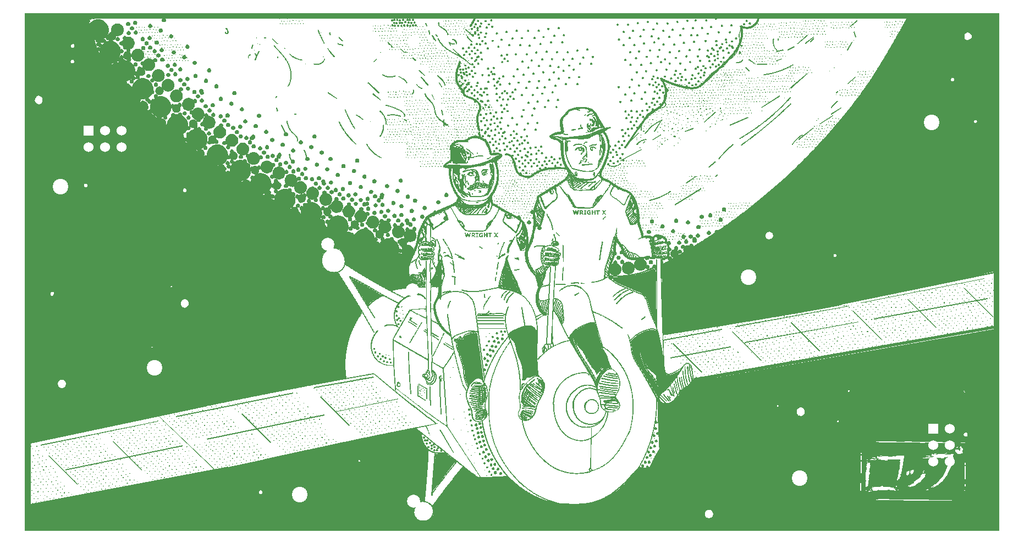
<source format=gbr>
%TF.GenerationSoftware,KiCad,Pcbnew,7.0.1-0*%
%TF.CreationDate,2023-04-14T08:17:47-04:00*%
%TF.ProjectId,WrightSpace,57726967-6874-4537-9061-63652e6b6963,v01*%
%TF.SameCoordinates,Original*%
%TF.FileFunction,Legend,Top*%
%TF.FilePolarity,Positive*%
%FSLAX46Y46*%
G04 Gerber Fmt 4.6, Leading zero omitted, Abs format (unit mm)*
G04 Created by KiCad (PCBNEW 7.0.1-0) date 2023-04-14 08:17:47*
%MOMM*%
%LPD*%
G01*
G04 APERTURE LIST*
%ADD10C,0.150000*%
%ADD11C,0.100000*%
%ADD12C,2.000000*%
%ADD13R,1.524000X1.524000*%
%ADD14C,1.524000*%
%ADD15C,2.400000*%
%ADD16R,2.000000X2.000000*%
G04 APERTURE END LIST*
D10*
%TO.C,J3*%
X101731486Y-79104319D02*
X101731486Y-79818604D01*
X101731486Y-79818604D02*
X101683867Y-79961461D01*
X101683867Y-79961461D02*
X101588629Y-80056700D01*
X101588629Y-80056700D02*
X101445772Y-80104319D01*
X101445772Y-80104319D02*
X101350534Y-80104319D01*
X102112439Y-79104319D02*
X102731486Y-79104319D01*
X102731486Y-79104319D02*
X102398153Y-79485271D01*
X102398153Y-79485271D02*
X102541010Y-79485271D01*
X102541010Y-79485271D02*
X102636248Y-79532890D01*
X102636248Y-79532890D02*
X102683867Y-79580509D01*
X102683867Y-79580509D02*
X102731486Y-79675747D01*
X102731486Y-79675747D02*
X102731486Y-79913842D01*
X102731486Y-79913842D02*
X102683867Y-80009080D01*
X102683867Y-80009080D02*
X102636248Y-80056700D01*
X102636248Y-80056700D02*
X102541010Y-80104319D01*
X102541010Y-80104319D02*
X102255296Y-80104319D01*
X102255296Y-80104319D02*
X102160058Y-80056700D01*
X102160058Y-80056700D02*
X102112439Y-80009080D01*
%TO.C,J1*%
G36*
X97866502Y-130000893D02*
G01*
X97764026Y-130102804D01*
X93324929Y-125634428D01*
X93426841Y-125532517D01*
X97866502Y-130000893D01*
G37*
G36*
X107754811Y-127781344D02*
G01*
X107652336Y-127882693D01*
X103241391Y-123414317D01*
X103343866Y-123312968D01*
X107754811Y-127781344D01*
G37*
G36*
X110226044Y-120378343D02*
G01*
X92208398Y-124068582D01*
X92179682Y-123927257D01*
X110197328Y-120237581D01*
X110226044Y-120378343D01*
G37*
G36*
X119070133Y-127803700D02*
G01*
X119004411Y-127891329D01*
X110351035Y-119566562D01*
X110416757Y-119478933D01*
X119070133Y-127803700D01*
G37*
G36*
X114031146Y-124126014D02*
G01*
X96013500Y-127844968D01*
X95984784Y-127703643D01*
X114002430Y-123985251D01*
X114031146Y-124126014D01*
G37*
G36*
X117821418Y-118011145D02*
G01*
X90196337Y-123838482D01*
X90152522Y-123619409D01*
X117755696Y-117770165D01*
X117821418Y-118011145D01*
G37*
G36*
X121129417Y-127496998D02*
G01*
X90196337Y-133390056D01*
X90152522Y-133170983D01*
X121063695Y-127277925D01*
X121129417Y-127496998D01*
G37*
G36*
X127645729Y-123514541D02*
G01*
X127543819Y-123616451D01*
X123104158Y-119176791D01*
X123206631Y-119074880D01*
X127645729Y-123514541D01*
G37*
G36*
X131039804Y-115996677D02*
G01*
X113022158Y-119686915D01*
X112993442Y-119545591D01*
X131011088Y-115855352D01*
X131039804Y-115996677D01*
G37*
G36*
X139725437Y-120949278D02*
G01*
X139622961Y-121050626D01*
X135212017Y-116582250D01*
X135314489Y-116480902D01*
X139725437Y-120949278D01*
G37*
G36*
X135854457Y-119398633D02*
G01*
X117836811Y-123117025D01*
X117807532Y-122976263D01*
X135825179Y-119257308D01*
X135854457Y-119398633D01*
G37*
G36*
X143462974Y-113546839D02*
G01*
X134237939Y-115189823D01*
X134212599Y-115047937D01*
X143437634Y-113404952D01*
X143462974Y-113546839D01*
G37*
G36*
X147270325Y-116918955D02*
G01*
X137468725Y-118936932D01*
X137439447Y-118796169D01*
X147241047Y-116778193D01*
X147270325Y-116918955D01*
G37*
G36*
X194037378Y-112675237D02*
G01*
X193935467Y-112777148D01*
X189495807Y-108337488D01*
X189597717Y-108235577D01*
X194037378Y-112675237D01*
G37*
G36*
X197084038Y-106195639D02*
G01*
X187916435Y-107867340D01*
X187890547Y-107725453D01*
X197058150Y-106053753D01*
X197084038Y-106195639D01*
G37*
G36*
X198352031Y-108934322D02*
G01*
X189156274Y-110606022D01*
X189130386Y-110464135D01*
X198326705Y-108792435D01*
X198352031Y-108934322D01*
G37*
G36*
X203146988Y-110830118D02*
G01*
X203045077Y-110932029D01*
X198605416Y-106492368D01*
X198707327Y-106390458D01*
X203146988Y-110830118D01*
G37*
G36*
X206195389Y-105545903D02*
G01*
X206063946Y-105567810D01*
X206080376Y-105507565D01*
X206129668Y-105480181D01*
X206195389Y-105545903D01*
G37*
G36*
X212141734Y-109446700D02*
G01*
X212039261Y-109548049D01*
X207599598Y-105079672D01*
X207702073Y-104978324D01*
X212141734Y-109446700D01*
G37*
G36*
X216629244Y-102592110D02*
G01*
X199130730Y-105763216D01*
X199104842Y-105621329D01*
X216603918Y-102450223D01*
X216629244Y-102592110D01*
G37*
G36*
X221655051Y-107601581D02*
G01*
X221552578Y-107703491D01*
X217113480Y-103263831D01*
X217215391Y-103161920D01*
X221655051Y-107601581D01*
G37*
G36*
X218070655Y-105042510D02*
G01*
X200543426Y-108242331D01*
X200517538Y-108100445D01*
X218044768Y-104900623D01*
X218070655Y-105042510D01*
G37*
G36*
X230130102Y-105785177D02*
G01*
X230028192Y-105887088D01*
X225588531Y-101447427D01*
X225691004Y-101345517D01*
X230130102Y-105785177D01*
G37*
G36*
X238836567Y-104142193D02*
G01*
X238734656Y-104244103D01*
X234294995Y-99804443D01*
X234396906Y-99702532D01*
X238836567Y-104142193D01*
G37*
G36*
X237502134Y-98354023D02*
G01*
X218504215Y-102101693D01*
X218476626Y-101960368D01*
X237473983Y-98212698D01*
X237502134Y-98354023D01*
G37*
G36*
X237962137Y-101438981D02*
G01*
X220463624Y-104610086D01*
X220437736Y-104468200D01*
X237936811Y-101297094D01*
X237962137Y-101438981D01*
G37*
G36*
X239231569Y-105984048D02*
G01*
X192722412Y-114133557D01*
X192656690Y-113695411D01*
X239165847Y-105545903D01*
X239231569Y-105984048D01*
G37*
G36*
X89867727Y-128132309D02*
G01*
X89851297Y-128192554D01*
X89802005Y-128219938D01*
X89736284Y-128154216D01*
X89752714Y-128093971D01*
X89802005Y-128066587D01*
X89867727Y-128132309D01*
G37*
G36*
X89955356Y-129008600D02*
G01*
X89938926Y-129068845D01*
X89889635Y-129096229D01*
X89823913Y-129030507D01*
X89840343Y-128970262D01*
X89889635Y-128942878D01*
X89955356Y-129008600D01*
G37*
G36*
X89955356Y-131615566D02*
G01*
X89938926Y-131675811D01*
X89889635Y-131703196D01*
X89823913Y-131637474D01*
X89840343Y-131577229D01*
X89889635Y-131549845D01*
X89955356Y-131615566D01*
G37*
G36*
X90021078Y-132469950D02*
G01*
X90004648Y-132530195D01*
X89955356Y-132557580D01*
X89889635Y-132491858D01*
X89906065Y-132431613D01*
X89955356Y-132404229D01*
X90021078Y-132469950D01*
G37*
G36*
X90042986Y-127650349D02*
G01*
X90026555Y-127710594D01*
X89977264Y-127737978D01*
X89911542Y-127672256D01*
X89927972Y-127612011D01*
X89977264Y-127584627D01*
X90042986Y-127650349D01*
G37*
G36*
X90042986Y-128439011D02*
G01*
X90026555Y-128499256D01*
X89977264Y-128526640D01*
X89911542Y-128460918D01*
X89927972Y-128400673D01*
X89977264Y-128373289D01*
X90042986Y-128439011D01*
G37*
G36*
X90130615Y-124232813D02*
G01*
X90114184Y-124293058D01*
X90064893Y-124320442D01*
X89999171Y-124254720D01*
X90015601Y-124194475D01*
X90064893Y-124167091D01*
X90130615Y-124232813D01*
G37*
G36*
X90152522Y-130739275D02*
G01*
X90136092Y-130799520D01*
X90086800Y-130826904D01*
X90021078Y-130761183D01*
X90037509Y-130700938D01*
X90086800Y-130673553D01*
X90152522Y-130739275D01*
G37*
G36*
X90240151Y-125547250D02*
G01*
X90223721Y-125607495D01*
X90174429Y-125634879D01*
X90108707Y-125569157D01*
X90125138Y-125508912D01*
X90174429Y-125481528D01*
X90240151Y-125547250D01*
G37*
G36*
X90240151Y-126576892D02*
G01*
X90223721Y-126637137D01*
X90174429Y-126664521D01*
X90108707Y-126598799D01*
X90125138Y-126538554D01*
X90174429Y-126511170D01*
X90240151Y-126576892D01*
G37*
G36*
X90262058Y-130060150D02*
G01*
X90245628Y-130120395D01*
X90196337Y-130147779D01*
X90130615Y-130082057D01*
X90147045Y-130021812D01*
X90196337Y-129994428D01*
X90262058Y-130060150D01*
G37*
G36*
X90262058Y-131987990D02*
G01*
X90245628Y-132048235D01*
X90196337Y-132075619D01*
X90130615Y-132009898D01*
X90147045Y-131949652D01*
X90196337Y-131922268D01*
X90262058Y-131987990D01*
G37*
G36*
X90371595Y-124670959D02*
G01*
X90355164Y-124731204D01*
X90305873Y-124758588D01*
X90240151Y-124692866D01*
X90256582Y-124632621D01*
X90305873Y-124605237D01*
X90371595Y-124670959D01*
G37*
G36*
X90437317Y-127891329D02*
G01*
X90420886Y-127951574D01*
X90371595Y-127978958D01*
X90305873Y-127913236D01*
X90322303Y-127852991D01*
X90371595Y-127825607D01*
X90437317Y-127891329D01*
G37*
G36*
X90459224Y-131243143D02*
G01*
X90442793Y-131303388D01*
X90393502Y-131330772D01*
X90327780Y-131265050D01*
X90344211Y-131204805D01*
X90393502Y-131177421D01*
X90459224Y-131243143D01*
G37*
G36*
X90481131Y-126029210D02*
G01*
X90464701Y-126089455D01*
X90415409Y-126116839D01*
X90349688Y-126051117D01*
X90366118Y-125990872D01*
X90415409Y-125963488D01*
X90481131Y-126029210D01*
G37*
G36*
X90524946Y-129205766D02*
G01*
X90508515Y-129266011D01*
X90459224Y-129293395D01*
X90393502Y-129227673D01*
X90409933Y-129167428D01*
X90459224Y-129140044D01*
X90524946Y-129205766D01*
G37*
G36*
X90524946Y-132908096D02*
G01*
X90508515Y-132968341D01*
X90459224Y-132995725D01*
X90393502Y-132930003D01*
X90409933Y-132869758D01*
X90459224Y-132842374D01*
X90524946Y-132908096D01*
G37*
G36*
X90590668Y-130432573D02*
G01*
X90574237Y-130492818D01*
X90524946Y-130520202D01*
X90459224Y-130454481D01*
X90475654Y-130394236D01*
X90524946Y-130366851D01*
X90590668Y-130432573D01*
G37*
G36*
X90612575Y-127080759D02*
G01*
X90596144Y-127141004D01*
X90546853Y-127168389D01*
X90481131Y-127102667D01*
X90497562Y-127042422D01*
X90546853Y-127015038D01*
X90612575Y-127080759D01*
G37*
G36*
X90634482Y-132426136D02*
G01*
X90618052Y-132486381D01*
X90568760Y-132513765D01*
X90503038Y-132448043D01*
X90519469Y-132387798D01*
X90568760Y-132360414D01*
X90634482Y-132426136D01*
G37*
G36*
X90678297Y-125174826D02*
G01*
X90661866Y-125235071D01*
X90612575Y-125262455D01*
X90546853Y-125196733D01*
X90563284Y-125136488D01*
X90612575Y-125109104D01*
X90678297Y-125174826D01*
G37*
G36*
X90787833Y-124123277D02*
G01*
X90771403Y-124183522D01*
X90722111Y-124210906D01*
X90656389Y-124145184D01*
X90672820Y-124084939D01*
X90722111Y-124057555D01*
X90787833Y-124123277D01*
G37*
G36*
X90787833Y-129687726D02*
G01*
X90771403Y-129747971D01*
X90722111Y-129775355D01*
X90656389Y-129709633D01*
X90672820Y-129649388D01*
X90722111Y-129622004D01*
X90787833Y-129687726D01*
G37*
G36*
X90831648Y-128833342D02*
G01*
X90815217Y-128893587D01*
X90765926Y-128920971D01*
X90700204Y-128855249D01*
X90716634Y-128795004D01*
X90765926Y-128767620D01*
X90831648Y-128833342D01*
G37*
G36*
X90831648Y-131681288D02*
G01*
X90815217Y-131741533D01*
X90765926Y-131768917D01*
X90700204Y-131703196D01*
X90716634Y-131642951D01*
X90765926Y-131615566D01*
X90831648Y-131681288D01*
G37*
G36*
X90853555Y-128198031D02*
G01*
X90837125Y-128258276D01*
X90787833Y-128285660D01*
X90722111Y-128219938D01*
X90738542Y-128159693D01*
X90787833Y-128132309D01*
X90853555Y-128198031D01*
G37*
G36*
X90897370Y-130936441D02*
G01*
X90880939Y-130996686D01*
X90831648Y-131024070D01*
X90765926Y-130958348D01*
X90782356Y-130898103D01*
X90831648Y-130870719D01*
X90897370Y-130936441D01*
G37*
G36*
X90984999Y-124539515D02*
G01*
X90968568Y-124599760D01*
X90919277Y-124627144D01*
X90853555Y-124561422D01*
X90869985Y-124501177D01*
X90919277Y-124473793D01*
X90984999Y-124539515D01*
G37*
G36*
X90984999Y-126533077D02*
G01*
X90968568Y-126593322D01*
X90919277Y-126620707D01*
X90853555Y-126554985D01*
X90869985Y-126494740D01*
X90919277Y-126467356D01*
X90984999Y-126533077D01*
G37*
G36*
X91006906Y-132908096D02*
G01*
X90990475Y-132968341D01*
X90941184Y-132995725D01*
X90875462Y-132930003D01*
X90891893Y-132869758D01*
X90941184Y-132842374D01*
X91006906Y-132908096D01*
G37*
G36*
X91050721Y-127518905D02*
G01*
X91034290Y-127579150D01*
X90984999Y-127606534D01*
X90919277Y-127540812D01*
X90935707Y-127480567D01*
X90984999Y-127453183D01*
X91050721Y-127518905D01*
G37*
G36*
X91116442Y-125591064D02*
G01*
X91100012Y-125651309D01*
X91050721Y-125678693D01*
X90984999Y-125612972D01*
X91001429Y-125552727D01*
X91050721Y-125525343D01*
X91116442Y-125591064D01*
G37*
G36*
X91204071Y-129315302D02*
G01*
X91187641Y-129375547D01*
X91138350Y-129402931D01*
X91072628Y-129337209D01*
X91089058Y-129276964D01*
X91138350Y-129249580D01*
X91204071Y-129315302D01*
G37*
G36*
X91204071Y-130125871D02*
G01*
X91187641Y-130186116D01*
X91138350Y-130213501D01*
X91072628Y-130147779D01*
X91089058Y-130087534D01*
X91138350Y-130060150D01*
X91204071Y-130125871D01*
G37*
G36*
X91204071Y-131418401D02*
G01*
X91187641Y-131478646D01*
X91138350Y-131506030D01*
X91072628Y-131440308D01*
X91089058Y-131380063D01*
X91138350Y-131352679D01*
X91204071Y-131418401D01*
G37*
G36*
X91204071Y-132228970D02*
G01*
X91187641Y-132289215D01*
X91138350Y-132316599D01*
X91072628Y-132250878D01*
X91089058Y-132190633D01*
X91138350Y-132163248D01*
X91204071Y-132228970D01*
G37*
G36*
X91291701Y-127080759D02*
G01*
X91275270Y-127141004D01*
X91225979Y-127168389D01*
X91160257Y-127102667D01*
X91176687Y-127042422D01*
X91225979Y-127015038D01*
X91291701Y-127080759D01*
G37*
G36*
X91357422Y-126029210D02*
G01*
X91340992Y-126089455D01*
X91291701Y-126116839D01*
X91225979Y-126051117D01*
X91242409Y-125990872D01*
X91291701Y-125963488D01*
X91357422Y-126029210D01*
G37*
G36*
X91423144Y-124868124D02*
G01*
X91406714Y-124928369D01*
X91357422Y-124955753D01*
X91291701Y-124890031D01*
X91308131Y-124829786D01*
X91357422Y-124802402D01*
X91423144Y-124868124D01*
G37*
G36*
X91488866Y-128066587D02*
G01*
X91472436Y-128126832D01*
X91423144Y-128154216D01*
X91357422Y-128088494D01*
X91373853Y-128028249D01*
X91423144Y-128000865D01*
X91488866Y-128066587D01*
G37*
G36*
X91510773Y-129819169D02*
G01*
X91494343Y-129879414D01*
X91445052Y-129906799D01*
X91379330Y-129841077D01*
X91395760Y-129780832D01*
X91445052Y-129753448D01*
X91510773Y-129819169D01*
G37*
G36*
X91510773Y-130629739D02*
G01*
X91494343Y-130689984D01*
X91445052Y-130717368D01*
X91379330Y-130651646D01*
X91395760Y-130591401D01*
X91445052Y-130564017D01*
X91510773Y-130629739D01*
G37*
G36*
X91510773Y-131856547D02*
G01*
X91494343Y-131916792D01*
X91445052Y-131944176D01*
X91379330Y-131878454D01*
X91395760Y-131818209D01*
X91445052Y-131790825D01*
X91510773Y-131856547D01*
G37*
G36*
X91576495Y-128767620D02*
G01*
X91560065Y-128827865D01*
X91510773Y-128855249D01*
X91445052Y-128789527D01*
X91461482Y-128729282D01*
X91510773Y-128701898D01*
X91576495Y-128767620D01*
G37*
G36*
X91576495Y-132710930D02*
G01*
X91560065Y-132771175D01*
X91510773Y-132798560D01*
X91445052Y-132732838D01*
X91461482Y-132672593D01*
X91510773Y-132645209D01*
X91576495Y-132710930D01*
G37*
G36*
X91795568Y-125415806D02*
G01*
X91779138Y-125476051D01*
X91729846Y-125503435D01*
X91664124Y-125437713D01*
X91680555Y-125377468D01*
X91729846Y-125350084D01*
X91795568Y-125415806D01*
G37*
G36*
X91795568Y-126533077D02*
G01*
X91779138Y-126593322D01*
X91729846Y-126620707D01*
X91664124Y-126554985D01*
X91680555Y-126494740D01*
X91729846Y-126467356D01*
X91795568Y-126533077D01*
G37*
G36*
X91817475Y-130191593D02*
G01*
X91801045Y-130251838D01*
X91751754Y-130279222D01*
X91686032Y-130213501D01*
X91702462Y-130153256D01*
X91751754Y-130125871D01*
X91817475Y-130191593D01*
G37*
G36*
X91817475Y-132228970D02*
G01*
X91801045Y-132289215D01*
X91751754Y-132316599D01*
X91686032Y-132250878D01*
X91702462Y-132190633D01*
X91751754Y-132163248D01*
X91817475Y-132228970D01*
G37*
G36*
X91839383Y-127453183D02*
G01*
X91822952Y-127513428D01*
X91773661Y-127540812D01*
X91707939Y-127475090D01*
X91724369Y-127414845D01*
X91773661Y-127387461D01*
X91839383Y-127453183D01*
G37*
G36*
X91948919Y-129140044D02*
G01*
X91932489Y-129200289D01*
X91883197Y-129227673D01*
X91817475Y-129161951D01*
X91833906Y-129101706D01*
X91883197Y-129074322D01*
X91948919Y-129140044D01*
G37*
G36*
X91970826Y-124802402D02*
G01*
X91954396Y-124862647D01*
X91905104Y-124890031D01*
X91839383Y-124824310D01*
X91855813Y-124764065D01*
X91905104Y-124736680D01*
X91970826Y-124802402D01*
G37*
G36*
X92036548Y-125919674D02*
G01*
X92020118Y-125979919D01*
X91970826Y-126007303D01*
X91905104Y-125941581D01*
X91921535Y-125881336D01*
X91970826Y-125853952D01*
X92036548Y-125919674D01*
G37*
G36*
X92167992Y-128066587D02*
G01*
X92151561Y-128126832D01*
X92102270Y-128154216D01*
X92036548Y-128088494D01*
X92052979Y-128028249D01*
X92102270Y-128000865D01*
X92167992Y-128066587D01*
G37*
G36*
X92189899Y-128395196D02*
G01*
X92173469Y-128455441D01*
X92124177Y-128482825D01*
X92058455Y-128417104D01*
X92074886Y-128356859D01*
X92124177Y-128329474D01*
X92189899Y-128395196D01*
G37*
G36*
X92189899Y-131681288D02*
G01*
X92173469Y-131741533D01*
X92124177Y-131768917D01*
X92058455Y-131703196D01*
X92074886Y-131642951D01*
X92124177Y-131615566D01*
X92189899Y-131681288D01*
G37*
G36*
X92189899Y-132601394D02*
G01*
X92173469Y-132661639D01*
X92124177Y-132689023D01*
X92058455Y-132623301D01*
X92074886Y-132563056D01*
X92124177Y-132535672D01*
X92189899Y-132601394D01*
G37*
G36*
X92255621Y-129622004D02*
G01*
X92239191Y-129682249D01*
X92189899Y-129709633D01*
X92124177Y-129643911D01*
X92140608Y-129583666D01*
X92189899Y-129556282D01*
X92255621Y-129622004D01*
G37*
G36*
X92255621Y-130673553D02*
G01*
X92239191Y-130733798D01*
X92189899Y-130761183D01*
X92124177Y-130695461D01*
X92140608Y-130635216D01*
X92189899Y-130607832D01*
X92255621Y-130673553D01*
G37*
G36*
X92321343Y-123991833D02*
G01*
X92304912Y-124052078D01*
X92255621Y-124079462D01*
X92189899Y-124013740D01*
X92206330Y-123953495D01*
X92255621Y-123926111D01*
X92321343Y-123991833D01*
G37*
G36*
X92430879Y-128701898D02*
G01*
X92414449Y-128762143D01*
X92365157Y-128789527D01*
X92299436Y-128723805D01*
X92315866Y-128663560D01*
X92365157Y-128636176D01*
X92430879Y-128701898D01*
G37*
G36*
X92474694Y-126401634D02*
G01*
X92458263Y-126461879D01*
X92408972Y-126489263D01*
X92343250Y-126423541D01*
X92359681Y-126363296D01*
X92408972Y-126335912D01*
X92474694Y-126401634D01*
G37*
G36*
X92474694Y-127277925D02*
G01*
X92458263Y-127338170D01*
X92408972Y-127365554D01*
X92343250Y-127299832D01*
X92359681Y-127239587D01*
X92408972Y-127212203D01*
X92474694Y-127277925D01*
G37*
G36*
X92540416Y-125656786D02*
G01*
X92523985Y-125717031D01*
X92474694Y-125744415D01*
X92408972Y-125678693D01*
X92425402Y-125618448D01*
X92474694Y-125591064D01*
X92540416Y-125656786D01*
G37*
G36*
X92628045Y-129205766D02*
G01*
X92611614Y-129266011D01*
X92562323Y-129293395D01*
X92496601Y-129227673D01*
X92513032Y-129167428D01*
X92562323Y-129140044D01*
X92628045Y-129205766D01*
G37*
G36*
X92628045Y-130060150D02*
G01*
X92611614Y-130120395D01*
X92562323Y-130147779D01*
X92496601Y-130082057D01*
X92513032Y-130021812D01*
X92562323Y-129994428D01*
X92628045Y-130060150D01*
G37*
G36*
X92628045Y-131177421D02*
G01*
X92611614Y-131237666D01*
X92562323Y-131265050D01*
X92496601Y-131199328D01*
X92513032Y-131139083D01*
X92562323Y-131111699D01*
X92628045Y-131177421D01*
G37*
G36*
X92693767Y-132163248D02*
G01*
X92677336Y-132223493D01*
X92628045Y-132250878D01*
X92562323Y-132185156D01*
X92578753Y-132124911D01*
X92628045Y-132097527D01*
X92693767Y-132163248D01*
G37*
G36*
X92759488Y-124232813D02*
G01*
X92743058Y-124293058D01*
X92693767Y-124320442D01*
X92628045Y-124254720D01*
X92644475Y-124194475D01*
X92693767Y-124167091D01*
X92759488Y-124232813D01*
G37*
G36*
X92781396Y-126708336D02*
G01*
X92764965Y-126768581D01*
X92715674Y-126795965D01*
X92649952Y-126730243D01*
X92666382Y-126669998D01*
X92715674Y-126642614D01*
X92781396Y-126708336D01*
G37*
G36*
X92869025Y-131681288D02*
G01*
X92852594Y-131741533D01*
X92803303Y-131768917D01*
X92737581Y-131703196D01*
X92754012Y-131642951D01*
X92803303Y-131615566D01*
X92869025Y-131681288D01*
G37*
G36*
X92869025Y-132469950D02*
G01*
X92852594Y-132530195D01*
X92803303Y-132557580D01*
X92737581Y-132491858D01*
X92754012Y-132431613D01*
X92803303Y-132404229D01*
X92869025Y-132469950D01*
G37*
G36*
X92934747Y-128263753D02*
G01*
X92918316Y-128323998D01*
X92869025Y-128351382D01*
X92803303Y-128285660D01*
X92819733Y-128225415D01*
X92869025Y-128198031D01*
X92934747Y-128263753D01*
G37*
G36*
X93066190Y-129578189D02*
G01*
X93049760Y-129638434D01*
X93000469Y-129665819D01*
X92934747Y-129600097D01*
X92951177Y-129539852D01*
X93000469Y-129512468D01*
X93066190Y-129578189D01*
G37*
G36*
X93066190Y-130629739D02*
G01*
X93049760Y-130689984D01*
X93000469Y-130717368D01*
X92934747Y-130651646D01*
X92951177Y-130591401D01*
X93000469Y-130564017D01*
X93066190Y-130629739D01*
G37*
G36*
X93088098Y-126226376D02*
G01*
X93071667Y-126286621D01*
X93022376Y-126314005D01*
X92956654Y-126248283D01*
X92973084Y-126188038D01*
X93022376Y-126160654D01*
X93088098Y-126226376D01*
G37*
G36*
X93131912Y-123860389D02*
G01*
X93115482Y-123920634D01*
X93066190Y-123948018D01*
X93000469Y-123882297D01*
X93016899Y-123822051D01*
X93066190Y-123794667D01*
X93131912Y-123860389D01*
G37*
G36*
X93131912Y-124736680D02*
G01*
X93115482Y-124796925D01*
X93066190Y-124824310D01*
X93000469Y-124758588D01*
X93016899Y-124698343D01*
X93066190Y-124670959D01*
X93131912Y-124736680D01*
G37*
G36*
X93197634Y-128701898D02*
G01*
X93181204Y-128762143D01*
X93131912Y-128789527D01*
X93066190Y-128723805D01*
X93082621Y-128663560D01*
X93131912Y-128636176D01*
X93197634Y-128701898D01*
G37*
G36*
X93241449Y-131922268D02*
G01*
X93225018Y-131982513D01*
X93175727Y-132009898D01*
X93110005Y-131944176D01*
X93126435Y-131883931D01*
X93175727Y-131856547D01*
X93241449Y-131922268D01*
G37*
G36*
X93307170Y-130060150D02*
G01*
X93290740Y-130120395D01*
X93241449Y-130147779D01*
X93175727Y-130082057D01*
X93192157Y-130021812D01*
X93241449Y-129994428D01*
X93307170Y-130060150D01*
G37*
G36*
X93372892Y-90868025D02*
G01*
X93356462Y-90928270D01*
X93307170Y-90955654D01*
X93241449Y-90889932D01*
X93257879Y-90829687D01*
X93307170Y-90802303D01*
X93372892Y-90868025D01*
G37*
G36*
X93416707Y-131111699D02*
G01*
X93400276Y-131171944D01*
X93350985Y-131199328D01*
X93285263Y-131133606D01*
X93301694Y-131073361D01*
X93350985Y-131045977D01*
X93416707Y-131111699D01*
G37*
G36*
X93438614Y-124232813D02*
G01*
X93422184Y-124293058D01*
X93372892Y-124320442D01*
X93307170Y-124254720D01*
X93323601Y-124194475D01*
X93372892Y-124167091D01*
X93438614Y-124232813D01*
G37*
G36*
X93460521Y-127694163D02*
G01*
X93444091Y-127754408D01*
X93394800Y-127781792D01*
X93329078Y-127716071D01*
X93345508Y-127655826D01*
X93394800Y-127628441D01*
X93460521Y-127694163D01*
G37*
G36*
X93482429Y-129205766D02*
G01*
X93465998Y-129266011D01*
X93416707Y-129293395D01*
X93350985Y-129227673D01*
X93367415Y-129167428D01*
X93416707Y-129140044D01*
X93482429Y-129205766D01*
G37*
G36*
X93570058Y-125174826D02*
G01*
X93553627Y-125235071D01*
X93504336Y-125262455D01*
X93438614Y-125196733D01*
X93455045Y-125136488D01*
X93504336Y-125109104D01*
X93570058Y-125174826D01*
G37*
G36*
X93613872Y-81645060D02*
G01*
X93597442Y-81705305D01*
X93548151Y-81732689D01*
X93482429Y-81666967D01*
X93498859Y-81606722D01*
X93548151Y-81579338D01*
X93613872Y-81645060D01*
G37*
G36*
X93613872Y-128154216D02*
G01*
X93597442Y-128214461D01*
X93548151Y-128241845D01*
X93482429Y-128176123D01*
X93498859Y-128115878D01*
X93548151Y-128088494D01*
X93613872Y-128154216D01*
G37*
G36*
X93679594Y-132228970D02*
G01*
X93663164Y-132289215D01*
X93613872Y-132316599D01*
X93548151Y-132250878D01*
X93564581Y-132190633D01*
X93613872Y-132163248D01*
X93679594Y-132228970D01*
G37*
G36*
X93767223Y-127212203D02*
G01*
X93750793Y-127272448D01*
X93701502Y-127299832D01*
X93635780Y-127234110D01*
X93652210Y-127173865D01*
X93701502Y-127146481D01*
X93767223Y-127212203D01*
G37*
G36*
X93789131Y-128570454D02*
G01*
X93772700Y-128630700D01*
X93723409Y-128658084D01*
X93657687Y-128592362D01*
X93674117Y-128532117D01*
X93723409Y-128504733D01*
X93789131Y-128570454D01*
G37*
G36*
X93789131Y-130564017D02*
G01*
X93772700Y-130624262D01*
X93723409Y-130651646D01*
X93657687Y-130585924D01*
X93674117Y-130525679D01*
X93723409Y-130498295D01*
X93789131Y-130564017D01*
G37*
G36*
X93811038Y-124605237D02*
G01*
X93794607Y-124665482D01*
X93745316Y-124692866D01*
X93679594Y-124627144D01*
X93696025Y-124566899D01*
X93745316Y-124539515D01*
X93811038Y-124605237D01*
G37*
G36*
X93854852Y-131549845D02*
G01*
X93838422Y-131610090D01*
X93789131Y-131637474D01*
X93723409Y-131571752D01*
X93739839Y-131511507D01*
X93789131Y-131484123D01*
X93854852Y-131549845D01*
G37*
G36*
X93876760Y-123619409D02*
G01*
X93860329Y-123679654D01*
X93811038Y-123707038D01*
X93745316Y-123641316D01*
X93761747Y-123581071D01*
X93811038Y-123553687D01*
X93876760Y-123619409D01*
G37*
G36*
X93920574Y-129622004D02*
G01*
X93904144Y-129682249D01*
X93854852Y-129709633D01*
X93789131Y-129643911D01*
X93805561Y-129583666D01*
X93854852Y-129556282D01*
X93920574Y-129622004D01*
G37*
G36*
X94073925Y-125591064D02*
G01*
X94057495Y-125651309D01*
X94008203Y-125678693D01*
X93942482Y-125612972D01*
X93958912Y-125552727D01*
X94008203Y-125525343D01*
X94073925Y-125591064D01*
G37*
G36*
X94117740Y-123991833D02*
G01*
X94101309Y-124052078D01*
X94052018Y-124079462D01*
X93986296Y-124013740D01*
X94002727Y-123953495D01*
X94052018Y-123926111D01*
X94117740Y-123991833D01*
G37*
G36*
X94117740Y-124868124D02*
G01*
X94101309Y-124928369D01*
X94052018Y-124955753D01*
X93986296Y-124890031D01*
X94002727Y-124829786D01*
X94052018Y-124802402D01*
X94117740Y-124868124D01*
G37*
G36*
X94117740Y-131111699D02*
G01*
X94101309Y-131171944D01*
X94052018Y-131199328D01*
X93986296Y-131133606D01*
X94002727Y-131073361D01*
X94052018Y-131045977D01*
X94117740Y-131111699D01*
G37*
G36*
X94161554Y-130060150D02*
G01*
X94145124Y-130120395D01*
X94095833Y-130147779D01*
X94030111Y-130082057D01*
X94046541Y-130021812D01*
X94095833Y-129994428D01*
X94161554Y-130060150D01*
G37*
G36*
X94183462Y-118054960D02*
G01*
X94167031Y-118115205D01*
X94117740Y-118142589D01*
X94052018Y-118076867D01*
X94068448Y-118016622D01*
X94117740Y-117989238D01*
X94183462Y-118054960D01*
G37*
G36*
X94205369Y-127518905D02*
G01*
X94188939Y-127579150D01*
X94139647Y-127606534D01*
X94073925Y-127540812D01*
X94090356Y-127480567D01*
X94139647Y-127453183D01*
X94205369Y-127518905D01*
G37*
G36*
X94227276Y-128899064D02*
G01*
X94210846Y-128959309D01*
X94161554Y-128986693D01*
X94095833Y-128920971D01*
X94112263Y-128860726D01*
X94161554Y-128833342D01*
X94227276Y-128899064D01*
G37*
G36*
X94292998Y-132097527D02*
G01*
X94276568Y-132157772D01*
X94227276Y-132185156D01*
X94161554Y-132119434D01*
X94177985Y-132059189D01*
X94227276Y-132031805D01*
X94292998Y-132097527D01*
G37*
G36*
X94512071Y-124232813D02*
G01*
X94495640Y-124293058D01*
X94446349Y-124320442D01*
X94380627Y-124254720D01*
X94397058Y-124194475D01*
X94446349Y-124167091D01*
X94512071Y-124232813D01*
G37*
G36*
X94512071Y-125284362D02*
G01*
X94495640Y-125344607D01*
X94446349Y-125371992D01*
X94380627Y-125306270D01*
X94397058Y-125246025D01*
X94446349Y-125218641D01*
X94512071Y-125284362D01*
G37*
G36*
X94599700Y-129446746D02*
G01*
X94583270Y-129506991D01*
X94533978Y-129534375D01*
X94468256Y-129468653D01*
X94484687Y-129408408D01*
X94533978Y-129381024D01*
X94599700Y-129446746D01*
G37*
G36*
X94599700Y-130564017D02*
G01*
X94583270Y-130624262D01*
X94533978Y-130651646D01*
X94468256Y-130585924D01*
X94484687Y-130525679D01*
X94533978Y-130498295D01*
X94599700Y-130564017D01*
G37*
G36*
X94621607Y-123487965D02*
G01*
X94605177Y-123548210D01*
X94555885Y-123575595D01*
X94490164Y-123509873D01*
X94506594Y-123449628D01*
X94555885Y-123422244D01*
X94621607Y-123487965D01*
G37*
G36*
X94621607Y-126029210D02*
G01*
X94605177Y-126089455D01*
X94555885Y-126116839D01*
X94490164Y-126051117D01*
X94506594Y-125990872D01*
X94555885Y-125963488D01*
X94621607Y-126029210D01*
G37*
G36*
X94665422Y-131484123D02*
G01*
X94648991Y-131544368D01*
X94599700Y-131571752D01*
X94533978Y-131506030D01*
X94550409Y-131445785D01*
X94599700Y-131418401D01*
X94665422Y-131484123D01*
G37*
G36*
X94796866Y-124605237D02*
G01*
X94780435Y-124665482D01*
X94731144Y-124692866D01*
X94665422Y-124627144D01*
X94681852Y-124566899D01*
X94731144Y-124539515D01*
X94796866Y-124605237D01*
G37*
G36*
X94796866Y-128833342D02*
G01*
X94780435Y-128893587D01*
X94731144Y-128920971D01*
X94665422Y-128855249D01*
X94681852Y-128795004D01*
X94731144Y-128767620D01*
X94796866Y-128833342D01*
G37*
G36*
X94840680Y-129950613D02*
G01*
X94824250Y-130010858D01*
X94774958Y-130038242D01*
X94709236Y-129972520D01*
X94725667Y-129912275D01*
X94774958Y-129884891D01*
X94840680Y-129950613D01*
G37*
G36*
X94862587Y-123926111D02*
G01*
X94846157Y-123986356D01*
X94796866Y-124013740D01*
X94731144Y-123948018D01*
X94747574Y-123887773D01*
X94796866Y-123860389D01*
X94862587Y-123926111D01*
G37*
G36*
X94928309Y-125591064D02*
G01*
X94911879Y-125651309D01*
X94862587Y-125678693D01*
X94796866Y-125612972D01*
X94813296Y-125552727D01*
X94862587Y-125525343D01*
X94928309Y-125591064D01*
G37*
G36*
X94950217Y-76518756D02*
G01*
X94933786Y-76579002D01*
X94884495Y-76606386D01*
X94818773Y-76540664D01*
X94835203Y-76480419D01*
X94884495Y-76453035D01*
X94950217Y-76518756D01*
G37*
G36*
X94972124Y-132097527D02*
G01*
X94955693Y-132157772D01*
X94906402Y-132185156D01*
X94840680Y-132119434D01*
X94857111Y-132059189D01*
X94906402Y-132031805D01*
X94972124Y-132097527D01*
G37*
G36*
X94994031Y-126467356D02*
G01*
X94977601Y-126527601D01*
X94928309Y-126554985D01*
X94862587Y-126489263D01*
X94879018Y-126429018D01*
X94928309Y-126401634D01*
X94994031Y-126467356D01*
G37*
G36*
X95103567Y-124868124D02*
G01*
X95087137Y-124928369D01*
X95037846Y-124955753D01*
X94972124Y-124890031D01*
X94988554Y-124829786D01*
X95037846Y-124802402D01*
X95103567Y-124868124D01*
G37*
G36*
X95278826Y-130432573D02*
G01*
X95262395Y-130492818D01*
X95213104Y-130520202D01*
X95147382Y-130454481D01*
X95163813Y-130394236D01*
X95213104Y-130366851D01*
X95278826Y-130432573D01*
G37*
G36*
X95278826Y-131308865D02*
G01*
X95262395Y-131369110D01*
X95213104Y-131396494D01*
X95147382Y-131330772D01*
X95163813Y-131270527D01*
X95213104Y-131243143D01*
X95278826Y-131308865D01*
G37*
G36*
X95300733Y-124167091D02*
G01*
X95284303Y-124227336D01*
X95235011Y-124254720D01*
X95169289Y-124188998D01*
X95185720Y-124128753D01*
X95235011Y-124101369D01*
X95300733Y-124167091D01*
G37*
G36*
X95344548Y-129687726D02*
G01*
X95328117Y-129747971D01*
X95278826Y-129775355D01*
X95213104Y-129709633D01*
X95229534Y-129649388D01*
X95278826Y-129622004D01*
X95344548Y-129687726D01*
G37*
G36*
X95366455Y-123487965D02*
G01*
X95350024Y-123548210D01*
X95300733Y-123575595D01*
X95235011Y-123509873D01*
X95251442Y-123449628D01*
X95300733Y-123422244D01*
X95366455Y-123487965D01*
G37*
G36*
X95366455Y-126094932D02*
G01*
X95350024Y-126155177D01*
X95300733Y-126182561D01*
X95235011Y-126116839D01*
X95251442Y-126056594D01*
X95300733Y-126029210D01*
X95366455Y-126094932D01*
G37*
G36*
X95475991Y-125284362D02*
G01*
X95459561Y-125344607D01*
X95410269Y-125371992D01*
X95344548Y-125306270D01*
X95360978Y-125246025D01*
X95410269Y-125218641D01*
X95475991Y-125284362D01*
G37*
G36*
X95475991Y-126971223D02*
G01*
X95459561Y-127031468D01*
X95410269Y-127058852D01*
X95344548Y-126993130D01*
X95360978Y-126932885D01*
X95410269Y-126905501D01*
X95475991Y-126971223D01*
G37*
G36*
X95607435Y-124605237D02*
G01*
X95591004Y-124665482D01*
X95541713Y-124692866D01*
X95475991Y-124627144D01*
X95492422Y-124566899D01*
X95541713Y-124539515D01*
X95607435Y-124605237D01*
G37*
G36*
X95607435Y-130739275D02*
G01*
X95591004Y-130799520D01*
X95541713Y-130826904D01*
X95475991Y-130761183D01*
X95492422Y-130700938D01*
X95541713Y-130673553D01*
X95607435Y-130739275D01*
G37*
G36*
X95738879Y-126533077D02*
G01*
X95722448Y-126593322D01*
X95673157Y-126620707D01*
X95607435Y-126554985D01*
X95623865Y-126494740D01*
X95673157Y-126467356D01*
X95738879Y-126533077D01*
G37*
G36*
X95760786Y-127869422D02*
G01*
X95744355Y-127929667D01*
X95695064Y-127957051D01*
X95629342Y-127891329D01*
X95645773Y-127831084D01*
X95695064Y-127803700D01*
X95760786Y-127869422D01*
G37*
G36*
X95782693Y-123816575D02*
G01*
X95766263Y-123876820D01*
X95716971Y-123904204D01*
X95651250Y-123838482D01*
X95667680Y-123778237D01*
X95716971Y-123750853D01*
X95782693Y-123816575D01*
G37*
G36*
X95848415Y-127387461D02*
G01*
X95831985Y-127447706D01*
X95782693Y-127475090D01*
X95716971Y-127409369D01*
X95733402Y-127349124D01*
X95782693Y-127321740D01*
X95848415Y-127387461D01*
G37*
G36*
X95892230Y-130257315D02*
G01*
X95875799Y-130317560D01*
X95826508Y-130344944D01*
X95760786Y-130279222D01*
X95777216Y-130218977D01*
X95826508Y-130191593D01*
X95892230Y-130257315D01*
G37*
G36*
X95914137Y-124977661D02*
G01*
X95897706Y-125037906D01*
X95848415Y-125065290D01*
X95782693Y-124999568D01*
X95799124Y-124939323D01*
X95848415Y-124911939D01*
X95914137Y-124977661D01*
G37*
G36*
X95914137Y-125722508D02*
G01*
X95897706Y-125782753D01*
X95848415Y-125810137D01*
X95782693Y-125744415D01*
X95799124Y-125684170D01*
X95848415Y-125656786D01*
X95914137Y-125722508D01*
G37*
G36*
X96001766Y-75291949D02*
G01*
X95985336Y-75352194D01*
X95936044Y-75379578D01*
X95870322Y-75313856D01*
X95886753Y-75253611D01*
X95936044Y-75226227D01*
X96001766Y-75291949D01*
G37*
G36*
X96111302Y-123444151D02*
G01*
X96094872Y-123504396D01*
X96045581Y-123531780D01*
X95979859Y-123466058D01*
X95996289Y-123405813D01*
X96045581Y-123378429D01*
X96111302Y-123444151D01*
G37*
G36*
X96111302Y-124167091D02*
G01*
X96094872Y-124227336D01*
X96045581Y-124254720D01*
X95979859Y-124188998D01*
X95996289Y-124128753D01*
X96045581Y-124101369D01*
X96111302Y-124167091D01*
G37*
G36*
X96155117Y-127015038D02*
G01*
X96138687Y-127075283D01*
X96089395Y-127102667D01*
X96023673Y-127036945D01*
X96040104Y-126976700D01*
X96089395Y-126949316D01*
X96155117Y-127015038D01*
G37*
G36*
X96198932Y-128110402D02*
G01*
X96182501Y-128170647D01*
X96133210Y-128198031D01*
X96067488Y-128132309D01*
X96083918Y-128072064D01*
X96133210Y-128044680D01*
X96198932Y-128110402D01*
G37*
G36*
X96220839Y-126094932D02*
G01*
X96204408Y-126155177D01*
X96155117Y-126182561D01*
X96089395Y-126116839D01*
X96105826Y-126056594D01*
X96155117Y-126029210D01*
X96220839Y-126094932D01*
G37*
G36*
X96264653Y-131725103D02*
G01*
X96248223Y-131785348D01*
X96198932Y-131812732D01*
X96133210Y-131747010D01*
X96149640Y-131686765D01*
X96198932Y-131659381D01*
X96264653Y-131725103D01*
G37*
G36*
X96286561Y-125350084D02*
G01*
X96270130Y-125410329D01*
X96220839Y-125437713D01*
X96155117Y-125371992D01*
X96171547Y-125311747D01*
X96220839Y-125284362D01*
X96286561Y-125350084D01*
G37*
G36*
X96418004Y-114155464D02*
G01*
X96401574Y-114215709D01*
X96352283Y-114243093D01*
X96286561Y-114177371D01*
X96302991Y-114117126D01*
X96352283Y-114089742D01*
X96418004Y-114155464D01*
G37*
G36*
X96418004Y-124539515D02*
G01*
X96401574Y-124599760D01*
X96352283Y-124627144D01*
X96286561Y-124561422D01*
X96302991Y-124501177D01*
X96352283Y-124473793D01*
X96418004Y-124539515D01*
G37*
G36*
X96483726Y-127343647D02*
G01*
X96467296Y-127403892D01*
X96418004Y-127431276D01*
X96352283Y-127365554D01*
X96368713Y-127305309D01*
X96418004Y-127277925D01*
X96483726Y-127343647D01*
G37*
G36*
X96571355Y-127737978D02*
G01*
X96554925Y-127798223D01*
X96505633Y-127825607D01*
X96439912Y-127759885D01*
X96456342Y-127699640D01*
X96505633Y-127672256D01*
X96571355Y-127737978D01*
G37*
G36*
X96571355Y-128614269D02*
G01*
X96554925Y-128674514D01*
X96505633Y-128701898D01*
X96439912Y-128636176D01*
X96456342Y-128575931D01*
X96505633Y-128548547D01*
X96571355Y-128614269D01*
G37*
G36*
X96571355Y-131243143D02*
G01*
X96554925Y-131303388D01*
X96505633Y-131330772D01*
X96439912Y-131265050D01*
X96456342Y-131204805D01*
X96505633Y-131177421D01*
X96571355Y-131243143D01*
G37*
G36*
X96593263Y-123181264D02*
G01*
X96576832Y-123241509D01*
X96527541Y-123268893D01*
X96461819Y-123203171D01*
X96478249Y-123142926D01*
X96527541Y-123115542D01*
X96593263Y-123181264D01*
G37*
G36*
X96593263Y-125788230D02*
G01*
X96576832Y-125848475D01*
X96527541Y-125875859D01*
X96461819Y-125810137D01*
X96478249Y-125749892D01*
X96527541Y-125722508D01*
X96593263Y-125788230D01*
G37*
G36*
X96658984Y-126642614D02*
G01*
X96642554Y-126702859D01*
X96593263Y-126730243D01*
X96527541Y-126664521D01*
X96543971Y-126604276D01*
X96593263Y-126576892D01*
X96658984Y-126642614D01*
G37*
G36*
X96790428Y-124911939D02*
G01*
X96773998Y-124972184D01*
X96724706Y-124999568D01*
X96658984Y-124933846D01*
X96675415Y-124873601D01*
X96724706Y-124846217D01*
X96790428Y-124911939D01*
G37*
G36*
X96878057Y-128110402D02*
G01*
X96861627Y-128170647D01*
X96812335Y-128198031D01*
X96746614Y-128132309D01*
X96763044Y-128072064D01*
X96812335Y-128044680D01*
X96878057Y-128110402D01*
G37*
G36*
X96921872Y-77679842D02*
G01*
X96905441Y-77740087D01*
X96856150Y-77767471D01*
X96790428Y-77701750D01*
X96806859Y-77641505D01*
X96856150Y-77614121D01*
X96921872Y-77679842D01*
G37*
G36*
X96921872Y-124232813D02*
G01*
X96905441Y-124293058D01*
X96856150Y-124320442D01*
X96790428Y-124254720D01*
X96806859Y-124194475D01*
X96856150Y-124167091D01*
X96921872Y-124232813D01*
G37*
G36*
X96921872Y-126160654D02*
G01*
X96905441Y-126220899D01*
X96856150Y-126248283D01*
X96790428Y-126182561D01*
X96806859Y-126122316D01*
X96856150Y-126094932D01*
X96921872Y-126160654D01*
G37*
G36*
X96987594Y-129030507D02*
G01*
X96971163Y-129090752D01*
X96921872Y-129118137D01*
X96856150Y-129052415D01*
X96872580Y-128992170D01*
X96921872Y-128964786D01*
X96987594Y-129030507D01*
G37*
G36*
X97009501Y-131549845D02*
G01*
X96993070Y-131610090D01*
X96943779Y-131637474D01*
X96878057Y-131571752D01*
X96894488Y-131511507D01*
X96943779Y-131484123D01*
X97009501Y-131549845D01*
G37*
G36*
X97097130Y-125415806D02*
G01*
X97080700Y-125476051D01*
X97031408Y-125503435D01*
X96965686Y-125437713D01*
X96982117Y-125377468D01*
X97031408Y-125350084D01*
X97097130Y-125415806D01*
G37*
G36*
X97162852Y-123378429D02*
G01*
X97146421Y-123438674D01*
X97097130Y-123466058D01*
X97031408Y-123400336D01*
X97047839Y-123340091D01*
X97097130Y-123312707D01*
X97162852Y-123378429D01*
G37*
G36*
X97162852Y-127080759D02*
G01*
X97146421Y-127141004D01*
X97097130Y-127168389D01*
X97031408Y-127102667D01*
X97047839Y-127042422D01*
X97097130Y-127015038D01*
X97162852Y-127080759D01*
G37*
G36*
X97206666Y-124605237D02*
G01*
X97190236Y-124665482D01*
X97140945Y-124692866D01*
X97075223Y-124627144D01*
X97091653Y-124566899D01*
X97140945Y-124539515D01*
X97206666Y-124605237D01*
G37*
G36*
X97250481Y-128482825D02*
G01*
X97234051Y-128543070D01*
X97184759Y-128570454D01*
X97119037Y-128504733D01*
X97135468Y-128444488D01*
X97184759Y-128417104D01*
X97250481Y-128482825D01*
G37*
G36*
X97272388Y-126576892D02*
G01*
X97255958Y-126637137D01*
X97206666Y-126664521D01*
X97140945Y-126598799D01*
X97157375Y-126538554D01*
X97206666Y-126511170D01*
X97272388Y-126576892D01*
G37*
G36*
X97316203Y-127496998D02*
G01*
X97299772Y-127557243D01*
X97250481Y-127584627D01*
X97184759Y-127518905D01*
X97201190Y-127458660D01*
X97250481Y-127431276D01*
X97316203Y-127496998D01*
G37*
G36*
X97403832Y-123860389D02*
G01*
X97387402Y-123920634D01*
X97338110Y-123948018D01*
X97272388Y-123882297D01*
X97288819Y-123822051D01*
X97338110Y-123794667D01*
X97403832Y-123860389D01*
G37*
G36*
X97469554Y-123006005D02*
G01*
X97453123Y-123066250D01*
X97403832Y-123093634D01*
X97338110Y-123027913D01*
X97354541Y-122967668D01*
X97403832Y-122940283D01*
X97469554Y-123006005D01*
G37*
G36*
X97469554Y-125853952D02*
G01*
X97453123Y-125914197D01*
X97403832Y-125941581D01*
X97338110Y-125875859D01*
X97354541Y-125815614D01*
X97403832Y-125788230D01*
X97469554Y-125853952D01*
G37*
G36*
X97491461Y-129468653D02*
G01*
X97475031Y-129528898D01*
X97425739Y-129556282D01*
X97360017Y-129490560D01*
X97376448Y-129430315D01*
X97425739Y-129402931D01*
X97491461Y-129468653D01*
G37*
G36*
X97513368Y-125109104D02*
G01*
X97496938Y-125169349D01*
X97447647Y-125196733D01*
X97381925Y-125131011D01*
X97398355Y-125070766D01*
X97447647Y-125043382D01*
X97513368Y-125109104D01*
G37*
G36*
X97535276Y-111920921D02*
G01*
X97518845Y-111981166D01*
X97469554Y-112008551D01*
X97403832Y-111942829D01*
X97420262Y-111882584D01*
X97469554Y-111855200D01*
X97535276Y-111920921D01*
G37*
G36*
X97557183Y-127869422D02*
G01*
X97540753Y-127929667D01*
X97491461Y-127957051D01*
X97425739Y-127891329D01*
X97442170Y-127831084D01*
X97491461Y-127803700D01*
X97557183Y-127869422D01*
G37*
G36*
X97557183Y-128723805D02*
G01*
X97540753Y-128784050D01*
X97491461Y-128811435D01*
X97425739Y-128745713D01*
X97442170Y-128685468D01*
X97491461Y-128658084D01*
X97557183Y-128723805D01*
G37*
G36*
X97644812Y-127080759D02*
G01*
X97628382Y-127141004D01*
X97579090Y-127168389D01*
X97513368Y-127102667D01*
X97529799Y-127042422D01*
X97579090Y-127015038D01*
X97644812Y-127080759D01*
G37*
G36*
X97841978Y-123487965D02*
G01*
X97825547Y-123548210D01*
X97776256Y-123575595D01*
X97710534Y-123509873D01*
X97726964Y-123449628D01*
X97776256Y-123422244D01*
X97841978Y-123487965D01*
G37*
G36*
X97841978Y-124298535D02*
G01*
X97825547Y-124358780D01*
X97776256Y-124386164D01*
X97710534Y-124320442D01*
X97726964Y-124260197D01*
X97776256Y-124232813D01*
X97841978Y-124298535D01*
G37*
G36*
X97841978Y-125591064D02*
G01*
X97825547Y-125651309D01*
X97776256Y-125678693D01*
X97710534Y-125612972D01*
X97726964Y-125552727D01*
X97776256Y-125525343D01*
X97841978Y-125591064D01*
G37*
G36*
X97841978Y-126401634D02*
G01*
X97825547Y-126461879D01*
X97776256Y-126489263D01*
X97710534Y-126423541D01*
X97726964Y-126363296D01*
X97776256Y-126335912D01*
X97841978Y-126401634D01*
G37*
G36*
X97929607Y-128110402D02*
G01*
X97913176Y-128170647D01*
X97863885Y-128198031D01*
X97798163Y-128132309D01*
X97814594Y-128072064D01*
X97863885Y-128044680D01*
X97929607Y-128110402D01*
G37*
G36*
X97929607Y-129161951D02*
G01*
X97913176Y-129222196D01*
X97863885Y-129249580D01*
X97798163Y-129183858D01*
X97814594Y-129123613D01*
X97863885Y-129096229D01*
X97929607Y-129161951D01*
G37*
G36*
X98039143Y-127365554D02*
G01*
X98022713Y-127425799D01*
X97973421Y-127453183D01*
X97907699Y-127387461D01*
X97924130Y-127327216D01*
X97973421Y-127299832D01*
X98039143Y-127365554D01*
G37*
G36*
X98039143Y-129906799D02*
G01*
X98022713Y-129967044D01*
X97973421Y-129994428D01*
X97907699Y-129928706D01*
X97924130Y-129868461D01*
X97973421Y-129841077D01*
X98039143Y-129906799D01*
G37*
G36*
X98148680Y-123991833D02*
G01*
X98132249Y-124052078D01*
X98082958Y-124079462D01*
X98017236Y-124013740D01*
X98033666Y-123953495D01*
X98082958Y-123926111D01*
X98148680Y-123991833D01*
G37*
G36*
X98148680Y-124802402D02*
G01*
X98132249Y-124862647D01*
X98082958Y-124890031D01*
X98017236Y-124824310D01*
X98033666Y-124764065D01*
X98082958Y-124736680D01*
X98148680Y-124802402D01*
G37*
G36*
X98148680Y-126029210D02*
G01*
X98132249Y-126089455D01*
X98082958Y-126116839D01*
X98017236Y-126051117D01*
X98033666Y-125990872D01*
X98082958Y-125963488D01*
X98148680Y-126029210D01*
G37*
G36*
X98214401Y-122940283D02*
G01*
X98197971Y-123000528D01*
X98148680Y-123027913D01*
X98082958Y-122962191D01*
X98099388Y-122901946D01*
X98148680Y-122874562D01*
X98214401Y-122940283D01*
G37*
G36*
X98214401Y-126905501D02*
G01*
X98197971Y-126965746D01*
X98148680Y-126993130D01*
X98082958Y-126927408D01*
X98099388Y-126867163D01*
X98148680Y-126839779D01*
X98214401Y-126905501D01*
G37*
G36*
X98236309Y-128482825D02*
G01*
X98219878Y-128543070D01*
X98170587Y-128570454D01*
X98104865Y-128504733D01*
X98121295Y-128444488D01*
X98170587Y-128417104D01*
X98236309Y-128482825D01*
G37*
G36*
X98302031Y-127803700D02*
G01*
X98285600Y-127863945D01*
X98236309Y-127891329D01*
X98170587Y-127825607D01*
X98187017Y-127765362D01*
X98236309Y-127737978D01*
X98302031Y-127803700D01*
G37*
G36*
X98367752Y-129468653D02*
G01*
X98351322Y-129528898D01*
X98302031Y-129556282D01*
X98236309Y-129490560D01*
X98252739Y-129430315D01*
X98302031Y-129402931D01*
X98367752Y-129468653D01*
G37*
G36*
X98411567Y-130344944D02*
G01*
X98395136Y-130405189D01*
X98345845Y-130432573D01*
X98280123Y-130366851D01*
X98296554Y-130306606D01*
X98345845Y-130279222D01*
X98411567Y-130344944D01*
G37*
G36*
X98455381Y-124364257D02*
G01*
X98438951Y-124424502D01*
X98389660Y-124451886D01*
X98323938Y-124386164D01*
X98340368Y-124325919D01*
X98389660Y-124298535D01*
X98455381Y-124364257D01*
G37*
G36*
X98455381Y-126401634D02*
G01*
X98438951Y-126461879D01*
X98389660Y-126489263D01*
X98323938Y-126423541D01*
X98340368Y-126363296D01*
X98389660Y-126335912D01*
X98455381Y-126401634D01*
G37*
G36*
X98543011Y-128723805D02*
G01*
X98526580Y-128784050D01*
X98477289Y-128811435D01*
X98411567Y-128745713D01*
X98427997Y-128685468D01*
X98477289Y-128658084D01*
X98543011Y-128723805D01*
G37*
G36*
X98564918Y-123312707D02*
G01*
X98548487Y-123372952D01*
X98499196Y-123400336D01*
X98433474Y-123334615D01*
X98449905Y-123274369D01*
X98499196Y-123246985D01*
X98564918Y-123312707D01*
G37*
G36*
X98740176Y-128044680D02*
G01*
X98723746Y-128104925D01*
X98674454Y-128132309D01*
X98608732Y-128066587D01*
X98625163Y-128006342D01*
X98674454Y-127978958D01*
X98740176Y-128044680D01*
G37*
G36*
X98783991Y-127365554D02*
G01*
X98767560Y-127425799D01*
X98718269Y-127453183D01*
X98652547Y-127387461D01*
X98668977Y-127327216D01*
X98718269Y-127299832D01*
X98783991Y-127365554D01*
G37*
G36*
X98783991Y-129972520D02*
G01*
X98767560Y-130032765D01*
X98718269Y-130060150D01*
X98652547Y-129994428D01*
X98668977Y-129934183D01*
X98718269Y-129906799D01*
X98783991Y-129972520D01*
G37*
G36*
X98827805Y-122567860D02*
G01*
X98811375Y-122628105D01*
X98762083Y-122655489D01*
X98696362Y-122589767D01*
X98712792Y-122529522D01*
X98762083Y-122502138D01*
X98827805Y-122567860D01*
G37*
G36*
X98827805Y-125853952D02*
G01*
X98811375Y-125914197D01*
X98762083Y-125941581D01*
X98696362Y-125875859D01*
X98712792Y-125815614D01*
X98762083Y-125788230D01*
X98827805Y-125853952D01*
G37*
G36*
X98827805Y-126774058D02*
G01*
X98811375Y-126834303D01*
X98762083Y-126861687D01*
X98696362Y-126795965D01*
X98712792Y-126735720D01*
X98762083Y-126708336D01*
X98827805Y-126774058D01*
G37*
G36*
X98893527Y-123816575D02*
G01*
X98877097Y-123876820D01*
X98827805Y-123904204D01*
X98762083Y-123838482D01*
X98778514Y-123778237D01*
X98827805Y-123750853D01*
X98893527Y-123816575D01*
G37*
G36*
X98893527Y-124868124D02*
G01*
X98877097Y-124928369D01*
X98827805Y-124955753D01*
X98762083Y-124890031D01*
X98778514Y-124829786D01*
X98827805Y-124802402D01*
X98893527Y-124868124D01*
G37*
G36*
X98915434Y-129161951D02*
G01*
X98899004Y-129222196D01*
X98849713Y-129249580D01*
X98783991Y-129183858D01*
X98800421Y-129123613D01*
X98849713Y-129096229D01*
X98915434Y-129161951D01*
G37*
G36*
X98915434Y-130826904D02*
G01*
X98899004Y-130887149D01*
X98849713Y-130914533D01*
X98783991Y-130848812D01*
X98800421Y-130788567D01*
X98849713Y-130761183D01*
X98915434Y-130826904D01*
G37*
G36*
X99046878Y-128482825D02*
G01*
X99030448Y-128543070D01*
X98981156Y-128570454D01*
X98915434Y-128504733D01*
X98931865Y-128444488D01*
X98981156Y-128417104D01*
X99046878Y-128482825D01*
G37*
G36*
X99068785Y-122874562D02*
G01*
X99052355Y-122934807D01*
X99003064Y-122962191D01*
X98937342Y-122896469D01*
X98953772Y-122836224D01*
X99003064Y-122808840D01*
X99068785Y-122874562D01*
G37*
G36*
X99156414Y-130410666D02*
G01*
X99139984Y-130470911D01*
X99090693Y-130498295D01*
X99024971Y-130432573D01*
X99041401Y-130372328D01*
X99090693Y-130344944D01*
X99156414Y-130410666D01*
G37*
G36*
X99222136Y-127672256D02*
G01*
X99205706Y-127732501D01*
X99156414Y-127759885D01*
X99090693Y-127694163D01*
X99107123Y-127633918D01*
X99156414Y-127606534D01*
X99222136Y-127672256D01*
G37*
G36*
X99265951Y-123378429D02*
G01*
X99249520Y-123438674D01*
X99200229Y-123466058D01*
X99134507Y-123400336D01*
X99150938Y-123340091D01*
X99200229Y-123312707D01*
X99265951Y-123378429D01*
G37*
G36*
X99265951Y-124232813D02*
G01*
X99249520Y-124293058D01*
X99200229Y-124320442D01*
X99134507Y-124254720D01*
X99150938Y-124194475D01*
X99200229Y-124167091D01*
X99265951Y-124232813D01*
G37*
G36*
X99265951Y-125350084D02*
G01*
X99249520Y-125410329D01*
X99200229Y-125437713D01*
X99134507Y-125371992D01*
X99150938Y-125311747D01*
X99200229Y-125284362D01*
X99265951Y-125350084D01*
G37*
G36*
X99287858Y-131265050D02*
G01*
X99271428Y-131325295D01*
X99222136Y-131352679D01*
X99156414Y-131286957D01*
X99172845Y-131226712D01*
X99222136Y-131199328D01*
X99287858Y-131265050D01*
G37*
G36*
X99331673Y-126335912D02*
G01*
X99315242Y-126396157D01*
X99265951Y-126423541D01*
X99200229Y-126357819D01*
X99216660Y-126297574D01*
X99265951Y-126270190D01*
X99331673Y-126335912D01*
G37*
G36*
X99353580Y-128855249D02*
G01*
X99337150Y-128915494D01*
X99287858Y-128942878D01*
X99222136Y-128877156D01*
X99238567Y-128816911D01*
X99287858Y-128789527D01*
X99353580Y-128855249D01*
G37*
G36*
X99353580Y-129600097D02*
G01*
X99337150Y-129660342D01*
X99287858Y-129687726D01*
X99222136Y-129622004D01*
X99238567Y-129561759D01*
X99287858Y-129534375D01*
X99353580Y-129600097D01*
G37*
G36*
X99506931Y-125853952D02*
G01*
X99490501Y-125914197D01*
X99441209Y-125941581D01*
X99375487Y-125875859D01*
X99391918Y-125815614D01*
X99441209Y-125788230D01*
X99506931Y-125853952D01*
G37*
G36*
X99506931Y-126642614D02*
G01*
X99490501Y-126702859D01*
X99441209Y-126730243D01*
X99375487Y-126664521D01*
X99391918Y-126604276D01*
X99441209Y-126576892D01*
X99506931Y-126642614D01*
G37*
G36*
X99550746Y-127299832D02*
G01*
X99534315Y-127360077D01*
X99485024Y-127387461D01*
X99419302Y-127321740D01*
X99435732Y-127261494D01*
X99485024Y-127234110D01*
X99550746Y-127299832D01*
G37*
G36*
X99550746Y-128044680D02*
G01*
X99534315Y-128104925D01*
X99485024Y-128132309D01*
X99419302Y-128066587D01*
X99435732Y-128006342D01*
X99485024Y-127978958D01*
X99550746Y-128044680D01*
G37*
G36*
X99572653Y-122436416D02*
G01*
X99556222Y-122496661D01*
X99506931Y-122524045D01*
X99441209Y-122458323D01*
X99457640Y-122398078D01*
X99506931Y-122370694D01*
X99572653Y-122436416D01*
G37*
G36*
X99594560Y-130892626D02*
G01*
X99578130Y-130952871D01*
X99528838Y-130980255D01*
X99463116Y-130914533D01*
X99479547Y-130854288D01*
X99528838Y-130826904D01*
X99594560Y-130892626D01*
G37*
G36*
X99660282Y-129972520D02*
G01*
X99643851Y-130032765D01*
X99594560Y-130060150D01*
X99528838Y-129994428D01*
X99545269Y-129934183D01*
X99594560Y-129906799D01*
X99660282Y-129972520D01*
G37*
G36*
X99682189Y-123750853D02*
G01*
X99665759Y-123811098D01*
X99616467Y-123838482D01*
X99550746Y-123772760D01*
X99567176Y-123712515D01*
X99616467Y-123685131D01*
X99682189Y-123750853D01*
G37*
G36*
X99682189Y-124802402D02*
G01*
X99665759Y-124862647D01*
X99616467Y-124890031D01*
X99550746Y-124824310D01*
X99567176Y-124764065D01*
X99616467Y-124736680D01*
X99682189Y-124802402D01*
G37*
G36*
X99726004Y-129227673D02*
G01*
X99709573Y-129287918D01*
X99660282Y-129315302D01*
X99594560Y-129249580D01*
X99610991Y-129189335D01*
X99660282Y-129161951D01*
X99726004Y-129227673D01*
G37*
G36*
X99813633Y-122874562D02*
G01*
X99797202Y-122934807D01*
X99747911Y-122962191D01*
X99682189Y-122896469D01*
X99698620Y-122836224D01*
X99747911Y-122808840D01*
X99813633Y-122874562D01*
G37*
G36*
X99835540Y-128417104D02*
G01*
X99819110Y-128477349D01*
X99769818Y-128504733D01*
X99704097Y-128439011D01*
X99720527Y-128378766D01*
X99769818Y-128351382D01*
X99835540Y-128417104D01*
G37*
G36*
X99879355Y-126094932D02*
G01*
X99862924Y-126155177D01*
X99813633Y-126182561D01*
X99747911Y-126116839D01*
X99764342Y-126056594D01*
X99813633Y-126029210D01*
X99879355Y-126094932D01*
G37*
G36*
X99901262Y-131199328D02*
G01*
X99884832Y-131259573D01*
X99835540Y-131286957D01*
X99769818Y-131221235D01*
X99786249Y-131160990D01*
X99835540Y-131133606D01*
X99901262Y-131199328D01*
G37*
G36*
X99945077Y-124232813D02*
G01*
X99928646Y-124293058D01*
X99879355Y-124320442D01*
X99813633Y-124254720D01*
X99830063Y-124194475D01*
X99879355Y-124167091D01*
X99945077Y-124232813D01*
G37*
G36*
X100032706Y-127058852D02*
G01*
X100016275Y-127119097D01*
X99966984Y-127146481D01*
X99901262Y-127080759D01*
X99917692Y-127020514D01*
X99966984Y-126993130D01*
X100032706Y-127058852D01*
G37*
G36*
X100032706Y-129643911D02*
G01*
X100016275Y-129704156D01*
X99966984Y-129731540D01*
X99901262Y-129665819D01*
X99917692Y-129605573D01*
X99966984Y-129578189D01*
X100032706Y-129643911D01*
G37*
G36*
X100054613Y-125284362D02*
G01*
X100038183Y-125344607D01*
X99988891Y-125371992D01*
X99923169Y-125306270D01*
X99939600Y-125246025D01*
X99988891Y-125218641D01*
X100054613Y-125284362D01*
G37*
G36*
X100098428Y-130520202D02*
G01*
X100081997Y-130580447D01*
X100032706Y-130607832D01*
X99966984Y-130542110D01*
X99983414Y-130481865D01*
X100032706Y-130454481D01*
X100098428Y-130520202D01*
G37*
G36*
X100120335Y-123378429D02*
G01*
X100103904Y-123438674D01*
X100054613Y-123466058D01*
X99988891Y-123400336D01*
X100005322Y-123340091D01*
X100054613Y-123312707D01*
X100120335Y-123378429D01*
G37*
G36*
X100207964Y-128789527D02*
G01*
X100191534Y-128849772D01*
X100142242Y-128877156D01*
X100076520Y-128811435D01*
X100092951Y-128751190D01*
X100142242Y-128723805D01*
X100207964Y-128789527D01*
G37*
G36*
X100251779Y-122326880D02*
G01*
X100235348Y-122387125D01*
X100186057Y-122414509D01*
X100120335Y-122348787D01*
X100136765Y-122288542D01*
X100186057Y-122261158D01*
X100251779Y-122326880D01*
G37*
G36*
X100317500Y-126401634D02*
G01*
X100301070Y-126461879D01*
X100251779Y-126489263D01*
X100186057Y-126423541D01*
X100202487Y-126363296D01*
X100251779Y-126335912D01*
X100317500Y-126401634D01*
G37*
G36*
X100339408Y-128110402D02*
G01*
X100322977Y-128170647D01*
X100273686Y-128198031D01*
X100207964Y-128132309D01*
X100224394Y-128072064D01*
X100273686Y-128044680D01*
X100339408Y-128110402D01*
G37*
G36*
X100339408Y-130038242D02*
G01*
X100322977Y-130098487D01*
X100273686Y-130125871D01*
X100207964Y-130060150D01*
X100224394Y-129999905D01*
X100273686Y-129972520D01*
X100339408Y-130038242D01*
G37*
G36*
X100427037Y-122765025D02*
G01*
X100410606Y-122825270D01*
X100361315Y-122852654D01*
X100295593Y-122786932D01*
X100312024Y-122726687D01*
X100361315Y-122699303D01*
X100427037Y-122765025D01*
G37*
G36*
X100427037Y-124736680D02*
G01*
X100410606Y-124796925D01*
X100361315Y-124824310D01*
X100295593Y-124758588D01*
X100312024Y-124698343D01*
X100361315Y-124670959D01*
X100427037Y-124736680D01*
G37*
G36*
X100492759Y-125722508D02*
G01*
X100476328Y-125782753D01*
X100427037Y-125810137D01*
X100361315Y-125744415D01*
X100377745Y-125684170D01*
X100427037Y-125656786D01*
X100492759Y-125722508D01*
G37*
G36*
X100514666Y-129293395D02*
G01*
X100498235Y-129353640D01*
X100448944Y-129381024D01*
X100383222Y-129315302D01*
X100399653Y-129255057D01*
X100448944Y-129227673D01*
X100514666Y-129293395D01*
G37*
G36*
X100558480Y-123816575D02*
G01*
X100542050Y-123876820D01*
X100492759Y-123904204D01*
X100427037Y-123838482D01*
X100443467Y-123778237D01*
X100492759Y-123750853D01*
X100558480Y-123816575D01*
G37*
G36*
X100580388Y-127234110D02*
G01*
X100563957Y-127294355D01*
X100514666Y-127321740D01*
X100448944Y-127256018D01*
X100465375Y-127195773D01*
X100514666Y-127168389D01*
X100580388Y-127234110D01*
G37*
G36*
X100580388Y-130958348D02*
G01*
X100563957Y-131018593D01*
X100514666Y-131045977D01*
X100448944Y-130980255D01*
X100465375Y-130920010D01*
X100514666Y-130892626D01*
X100580388Y-130958348D01*
G37*
G36*
X100646110Y-128482825D02*
G01*
X100629679Y-128543070D01*
X100580388Y-128570454D01*
X100514666Y-128504733D01*
X100531096Y-128444488D01*
X100580388Y-128417104D01*
X100646110Y-128482825D01*
G37*
G36*
X100711831Y-130454481D02*
G01*
X100695401Y-130514726D01*
X100646110Y-130542110D01*
X100580388Y-130476388D01*
X100596818Y-130416143D01*
X100646110Y-130388759D01*
X100711831Y-130454481D01*
G37*
G36*
X100733739Y-125284362D02*
G01*
X100717308Y-125344607D01*
X100668017Y-125371992D01*
X100602295Y-125306270D01*
X100618725Y-125246025D01*
X100668017Y-125218641D01*
X100733739Y-125284362D01*
G37*
G36*
X100799461Y-124232813D02*
G01*
X100783030Y-124293058D01*
X100733739Y-124320442D01*
X100668017Y-124254720D01*
X100684447Y-124194475D01*
X100733739Y-124167091D01*
X100799461Y-124232813D01*
G37*
G36*
X100843275Y-127737978D02*
G01*
X100826845Y-127798223D01*
X100777553Y-127825607D01*
X100711831Y-127759885D01*
X100728262Y-127699640D01*
X100777553Y-127672256D01*
X100843275Y-127737978D01*
G37*
G36*
X100865182Y-123071727D02*
G01*
X100848752Y-123131972D01*
X100799461Y-123159356D01*
X100733739Y-123093634D01*
X100750169Y-123033389D01*
X100799461Y-123006005D01*
X100865182Y-123071727D01*
G37*
G36*
X100887090Y-126883594D02*
G01*
X100870659Y-126943839D01*
X100821368Y-126971223D01*
X100755646Y-126905501D01*
X100772076Y-126845256D01*
X100821368Y-126817872D01*
X100887090Y-126883594D01*
G37*
G36*
X100887090Y-129709633D02*
G01*
X100870659Y-129769878D01*
X100821368Y-129797262D01*
X100755646Y-129731540D01*
X100772076Y-129671295D01*
X100821368Y-129643911D01*
X100887090Y-129709633D01*
G37*
G36*
X100930904Y-126292097D02*
G01*
X100914474Y-126352342D01*
X100865182Y-126379726D01*
X100799461Y-126314005D01*
X100815891Y-126253760D01*
X100865182Y-126226376D01*
X100930904Y-126292097D01*
G37*
G36*
X100952812Y-128986693D02*
G01*
X100936381Y-129046938D01*
X100887090Y-129074322D01*
X100821368Y-129008600D01*
X100837798Y-128948355D01*
X100887090Y-128920971D01*
X100952812Y-128986693D01*
G37*
G36*
X101084255Y-130958348D02*
G01*
X101067825Y-131018593D01*
X101018533Y-131045977D01*
X100952812Y-130980255D01*
X100969242Y-130920010D01*
X101018533Y-130892626D01*
X101084255Y-130958348D01*
G37*
G36*
X101237606Y-123619409D02*
G01*
X101221176Y-123679654D01*
X101171884Y-123707038D01*
X101106162Y-123641316D01*
X101122593Y-123581071D01*
X101171884Y-123553687D01*
X101237606Y-123619409D01*
G37*
G36*
X101237606Y-124736680D02*
G01*
X101221176Y-124796925D01*
X101171884Y-124824310D01*
X101106162Y-124758588D01*
X101122593Y-124698343D01*
X101171884Y-124670959D01*
X101237606Y-124736680D01*
G37*
G36*
X101259513Y-127365554D02*
G01*
X101243083Y-127425799D01*
X101193792Y-127453183D01*
X101128070Y-127387461D01*
X101144500Y-127327216D01*
X101193792Y-127299832D01*
X101259513Y-127365554D01*
G37*
G36*
X101259513Y-128176123D02*
G01*
X101243083Y-128236368D01*
X101193792Y-128263753D01*
X101128070Y-128198031D01*
X101144500Y-128137786D01*
X101193792Y-128110402D01*
X101259513Y-128176123D01*
G37*
G36*
X101259513Y-129468653D02*
G01*
X101243083Y-129528898D01*
X101193792Y-129556282D01*
X101128070Y-129490560D01*
X101144500Y-129430315D01*
X101193792Y-129402931D01*
X101259513Y-129468653D01*
G37*
G36*
X101259513Y-130279222D02*
G01*
X101243083Y-130339467D01*
X101193792Y-130366851D01*
X101128070Y-130301130D01*
X101144500Y-130240885D01*
X101193792Y-130213501D01*
X101259513Y-130279222D01*
G37*
G36*
X101303328Y-125656786D02*
G01*
X101286898Y-125717031D01*
X101237606Y-125744415D01*
X101171884Y-125678693D01*
X101188315Y-125618448D01*
X101237606Y-125591064D01*
X101303328Y-125656786D01*
G37*
G36*
X101412864Y-123006005D02*
G01*
X101396434Y-123066250D01*
X101347143Y-123093634D01*
X101281421Y-123027913D01*
X101297851Y-122967668D01*
X101347143Y-122940283D01*
X101412864Y-123006005D01*
G37*
G36*
X101478586Y-124123277D02*
G01*
X101462156Y-124183522D01*
X101412864Y-124210906D01*
X101347143Y-124145184D01*
X101363573Y-124084939D01*
X101412864Y-124057555D01*
X101478586Y-124123277D01*
G37*
G36*
X101566215Y-127869422D02*
G01*
X101549785Y-127929667D01*
X101500494Y-127957051D01*
X101434772Y-127891329D01*
X101451202Y-127831084D01*
X101500494Y-127803700D01*
X101566215Y-127869422D01*
G37*
G36*
X101566215Y-128658084D02*
G01*
X101549785Y-128718329D01*
X101500494Y-128745713D01*
X101434772Y-128679991D01*
X101451202Y-128619746D01*
X101500494Y-128592362D01*
X101566215Y-128658084D01*
G37*
G36*
X101566215Y-129906799D02*
G01*
X101549785Y-129967044D01*
X101500494Y-129994428D01*
X101434772Y-129928706D01*
X101451202Y-129868461D01*
X101500494Y-129841077D01*
X101566215Y-129906799D01*
G37*
G36*
X101610030Y-126292097D02*
G01*
X101593599Y-126352342D01*
X101544308Y-126379726D01*
X101478586Y-126314005D01*
X101495017Y-126253760D01*
X101544308Y-126226376D01*
X101610030Y-126292097D01*
G37*
G36*
X101631937Y-126817872D02*
G01*
X101615507Y-126878117D01*
X101566215Y-126905501D01*
X101500494Y-126839779D01*
X101516924Y-126779534D01*
X101566215Y-126752150D01*
X101631937Y-126817872D01*
G37*
G36*
X101631937Y-130761183D02*
G01*
X101615507Y-130821428D01*
X101566215Y-130848812D01*
X101500494Y-130783090D01*
X101516924Y-130722845D01*
X101566215Y-130695461D01*
X101631937Y-130761183D01*
G37*
G36*
X101894825Y-128241845D02*
G01*
X101878394Y-128302090D01*
X101829103Y-128329474D01*
X101763381Y-128263753D01*
X101779811Y-128203508D01*
X101829103Y-128176123D01*
X101894825Y-128241845D01*
G37*
G36*
X101894825Y-130279222D02*
G01*
X101878394Y-130339467D01*
X101829103Y-130366851D01*
X101763381Y-130301130D01*
X101779811Y-130240885D01*
X101829103Y-130213501D01*
X101894825Y-130279222D01*
G37*
G36*
X101916732Y-124605237D02*
G01*
X101900301Y-124665482D01*
X101851010Y-124692866D01*
X101785288Y-124627144D01*
X101801719Y-124566899D01*
X101851010Y-124539515D01*
X101916732Y-124605237D01*
G37*
G36*
X101916732Y-125481528D02*
G01*
X101900301Y-125541773D01*
X101851010Y-125569157D01*
X101785288Y-125503435D01*
X101801719Y-125443190D01*
X101851010Y-125415806D01*
X101916732Y-125481528D01*
G37*
G36*
X101982454Y-123860389D02*
G01*
X101966023Y-123920634D01*
X101916732Y-123948018D01*
X101851010Y-123882297D01*
X101867440Y-123822051D01*
X101916732Y-123794667D01*
X101982454Y-123860389D01*
G37*
G36*
X102004361Y-127190296D02*
G01*
X101987931Y-127250541D01*
X101938639Y-127277925D01*
X101872917Y-127212203D01*
X101889348Y-127151958D01*
X101938639Y-127124574D01*
X102004361Y-127190296D01*
G37*
G36*
X102223434Y-124911939D02*
G01*
X102207003Y-124972184D01*
X102157712Y-124999568D01*
X102091990Y-124933846D01*
X102108421Y-124873601D01*
X102157712Y-124846217D01*
X102223434Y-124911939D01*
G37*
G36*
X102245341Y-126445448D02*
G01*
X102228911Y-126505693D01*
X102179619Y-126533077D01*
X102113897Y-126467356D01*
X102130328Y-126407111D01*
X102179619Y-126379726D01*
X102245341Y-126445448D01*
G37*
G36*
X102245341Y-129709633D02*
G01*
X102228911Y-129769878D01*
X102179619Y-129797262D01*
X102113897Y-129731540D01*
X102130328Y-129671295D01*
X102179619Y-129643911D01*
X102245341Y-129709633D01*
G37*
G36*
X102245341Y-130651646D02*
G01*
X102228911Y-130711891D01*
X102179619Y-130739275D01*
X102113897Y-130673553D01*
X102130328Y-130613308D01*
X102179619Y-130585924D01*
X102245341Y-130651646D01*
G37*
G36*
X102311063Y-127672256D02*
G01*
X102294632Y-127732501D01*
X102245341Y-127759885D01*
X102179619Y-127694163D01*
X102196050Y-127633918D01*
X102245341Y-127606534D01*
X102311063Y-127672256D01*
G37*
G36*
X102311063Y-128723805D02*
G01*
X102294632Y-128784050D01*
X102245341Y-128811435D01*
X102179619Y-128745713D01*
X102196050Y-128685468D01*
X102245341Y-128658084D01*
X102311063Y-128723805D01*
G37*
G36*
X102354878Y-121888734D02*
G01*
X102338447Y-121948979D01*
X102289156Y-121976363D01*
X102223434Y-121910641D01*
X102239864Y-121850396D01*
X102289156Y-121823012D01*
X102354878Y-121888734D01*
G37*
G36*
X102508228Y-126752150D02*
G01*
X102491798Y-126812395D01*
X102442507Y-126839779D01*
X102376785Y-126774058D01*
X102393215Y-126713812D01*
X102442507Y-126686428D01*
X102508228Y-126752150D01*
G37*
G36*
X102530136Y-124429979D02*
G01*
X102513705Y-124490224D01*
X102464414Y-124517608D01*
X102398692Y-124451886D01*
X102415123Y-124391641D01*
X102464414Y-124364257D01*
X102530136Y-124429979D01*
G37*
G36*
X102683487Y-127234110D02*
G01*
X102667056Y-127294355D01*
X102617765Y-127321740D01*
X102552043Y-127256018D01*
X102568473Y-127195773D01*
X102617765Y-127168389D01*
X102683487Y-127234110D01*
G37*
G36*
X102683487Y-128110402D02*
G01*
X102667056Y-128170647D01*
X102617765Y-128198031D01*
X102552043Y-128132309D01*
X102568473Y-128072064D01*
X102617765Y-128044680D01*
X102683487Y-128110402D01*
G37*
G36*
X102683487Y-129227673D02*
G01*
X102667056Y-129287918D01*
X102617765Y-129315302D01*
X102552043Y-129249580D01*
X102568473Y-129189335D01*
X102617765Y-129161951D01*
X102683487Y-129227673D01*
G37*
G36*
X102749209Y-130213501D02*
G01*
X102732778Y-130273746D01*
X102683487Y-130301130D01*
X102617765Y-130235408D01*
X102634195Y-130175163D01*
X102683487Y-130147779D01*
X102749209Y-130213501D01*
G37*
G36*
X102793023Y-122129714D02*
G01*
X102776593Y-122189959D01*
X102727301Y-122217343D01*
X102661579Y-122151621D01*
X102678010Y-122091376D01*
X102727301Y-122063992D01*
X102793023Y-122129714D01*
G37*
G36*
X102902560Y-125919674D02*
G01*
X102886129Y-125979919D01*
X102836838Y-126007303D01*
X102771116Y-125941581D01*
X102787546Y-125881336D01*
X102836838Y-125853952D01*
X102902560Y-125919674D01*
G37*
G36*
X102946374Y-129709633D02*
G01*
X102929944Y-129769878D01*
X102880652Y-129797262D01*
X102814930Y-129731540D01*
X102831361Y-129671295D01*
X102880652Y-129643911D01*
X102946374Y-129709633D01*
G37*
G36*
X102946374Y-130520202D02*
G01*
X102929944Y-130580447D01*
X102880652Y-130607832D01*
X102814930Y-130542110D01*
X102831361Y-130481865D01*
X102880652Y-130454481D01*
X102946374Y-130520202D01*
G37*
G36*
X102990189Y-126314005D02*
G01*
X102973758Y-126374250D01*
X102924467Y-126401634D01*
X102858745Y-126335912D01*
X102875175Y-126275667D01*
X102924467Y-126248283D01*
X102990189Y-126314005D01*
G37*
G36*
X103121632Y-127606534D02*
G01*
X103105202Y-127666779D01*
X103055910Y-127694163D01*
X102990189Y-127628441D01*
X103006619Y-127568196D01*
X103055910Y-127540812D01*
X103121632Y-127606534D01*
G37*
G36*
X103121632Y-128658084D02*
G01*
X103105202Y-128718329D01*
X103055910Y-128745713D01*
X102990189Y-128679991D01*
X103006619Y-128619746D01*
X103055910Y-128592362D01*
X103121632Y-128658084D01*
G37*
G36*
X103165447Y-121757290D02*
G01*
X103149016Y-121817535D01*
X103099725Y-121844919D01*
X103034003Y-121779198D01*
X103050434Y-121718953D01*
X103099725Y-121691568D01*
X103165447Y-121757290D01*
G37*
G36*
X103165447Y-122611674D02*
G01*
X103149016Y-122671919D01*
X103099725Y-122699303D01*
X103034003Y-122633582D01*
X103050434Y-122573337D01*
X103099725Y-122545952D01*
X103165447Y-122611674D01*
G37*
G36*
X103209261Y-125415806D02*
G01*
X103192831Y-125476051D01*
X103143540Y-125503435D01*
X103077818Y-125437713D01*
X103094248Y-125377468D01*
X103143540Y-125350084D01*
X103209261Y-125415806D01*
G37*
G36*
X103253076Y-126752150D02*
G01*
X103236646Y-126812395D01*
X103187354Y-126839779D01*
X103121632Y-126774058D01*
X103138063Y-126713812D01*
X103187354Y-126686428D01*
X103253076Y-126752150D01*
G37*
G36*
X103296891Y-129972520D02*
G01*
X103280460Y-130032765D01*
X103231169Y-130060150D01*
X103165447Y-129994428D01*
X103181877Y-129934183D01*
X103231169Y-129906799D01*
X103296891Y-129972520D01*
G37*
G36*
X103362612Y-128110402D02*
G01*
X103346182Y-128170647D01*
X103296891Y-128198031D01*
X103231169Y-128132309D01*
X103247599Y-128072064D01*
X103296891Y-128044680D01*
X103362612Y-128110402D01*
G37*
G36*
X103494056Y-122129714D02*
G01*
X103477626Y-122189959D01*
X103428334Y-122217343D01*
X103362612Y-122151621D01*
X103379043Y-122091376D01*
X103428334Y-122063992D01*
X103494056Y-122129714D01*
G37*
G36*
X103494056Y-129161951D02*
G01*
X103477626Y-129222196D01*
X103428334Y-129249580D01*
X103362612Y-129183858D01*
X103379043Y-129123613D01*
X103428334Y-129096229D01*
X103494056Y-129161951D01*
G37*
G36*
X103559778Y-127234110D02*
G01*
X103543347Y-127294355D01*
X103494056Y-127321740D01*
X103428334Y-127256018D01*
X103444765Y-127195773D01*
X103494056Y-127168389D01*
X103559778Y-127234110D01*
G37*
G36*
X103603593Y-123049820D02*
G01*
X103587162Y-123110065D01*
X103537871Y-123137449D01*
X103472149Y-123071727D01*
X103488579Y-123011482D01*
X103537871Y-122984098D01*
X103603593Y-123049820D01*
G37*
G36*
X103647407Y-125722508D02*
G01*
X103630977Y-125782753D01*
X103581685Y-125810137D01*
X103515963Y-125744415D01*
X103532394Y-125684170D01*
X103581685Y-125656786D01*
X103647407Y-125722508D01*
G37*
G36*
X103669314Y-126204468D02*
G01*
X103652884Y-126264713D01*
X103603593Y-126292097D01*
X103537871Y-126226376D01*
X103554301Y-126166130D01*
X103603593Y-126138746D01*
X103669314Y-126204468D01*
G37*
G36*
X103735036Y-130279222D02*
G01*
X103718606Y-130339467D01*
X103669314Y-130366851D01*
X103603593Y-130301130D01*
X103620023Y-130240885D01*
X103669314Y-130213501D01*
X103735036Y-130279222D01*
G37*
G36*
X103844573Y-122502138D02*
G01*
X103828142Y-122562383D01*
X103778851Y-122589767D01*
X103713129Y-122524045D01*
X103729559Y-122463800D01*
X103778851Y-122436416D01*
X103844573Y-122502138D01*
G37*
G36*
X103866480Y-126620707D02*
G01*
X103850049Y-126680952D01*
X103800758Y-126708336D01*
X103735036Y-126642614D01*
X103751467Y-126582369D01*
X103800758Y-126554985D01*
X103866480Y-126620707D01*
G37*
G36*
X103866480Y-128614269D02*
G01*
X103850049Y-128674514D01*
X103800758Y-128701898D01*
X103735036Y-128636176D01*
X103751467Y-128575931D01*
X103800758Y-128548547D01*
X103866480Y-128614269D01*
G37*
G36*
X103910294Y-121516310D02*
G01*
X103893864Y-121576555D01*
X103844573Y-121603939D01*
X103778851Y-121538218D01*
X103795281Y-121477972D01*
X103844573Y-121450588D01*
X103910294Y-121516310D01*
G37*
G36*
X103932202Y-129600097D02*
G01*
X103915771Y-129660342D01*
X103866480Y-129687726D01*
X103800758Y-129622004D01*
X103817189Y-129561759D01*
X103866480Y-129534375D01*
X103932202Y-129600097D01*
G37*
G36*
X103997924Y-127672256D02*
G01*
X103981493Y-127732501D01*
X103932202Y-127759885D01*
X103866480Y-127694163D01*
X103882910Y-127633918D01*
X103932202Y-127606534D01*
X103997924Y-127672256D01*
G37*
G36*
X104085553Y-123487965D02*
G01*
X104069122Y-123548210D01*
X104019831Y-123575595D01*
X103954109Y-123509873D01*
X103970539Y-123449628D01*
X104019831Y-123422244D01*
X104085553Y-123487965D01*
G37*
G36*
X104151275Y-121888734D02*
G01*
X104134844Y-121948979D01*
X104085553Y-121976363D01*
X104019831Y-121910641D01*
X104036261Y-121850396D01*
X104085553Y-121823012D01*
X104151275Y-121888734D01*
G37*
G36*
X104151275Y-122743118D02*
G01*
X104134844Y-122803363D01*
X104085553Y-122830747D01*
X104019831Y-122765025D01*
X104036261Y-122704780D01*
X104085553Y-122677396D01*
X104151275Y-122743118D01*
G37*
G36*
X104173182Y-129161951D02*
G01*
X104156751Y-129222196D01*
X104107460Y-129249580D01*
X104041738Y-129183858D01*
X104058169Y-129123613D01*
X104107460Y-129096229D01*
X104173182Y-129161951D01*
G37*
G36*
X104238904Y-128110402D02*
G01*
X104222473Y-128170647D01*
X104173182Y-128198031D01*
X104107460Y-128132309D01*
X104123890Y-128072064D01*
X104173182Y-128044680D01*
X104238904Y-128110402D01*
G37*
G36*
X104304626Y-126927408D02*
G01*
X104288195Y-126987653D01*
X104238904Y-127015038D01*
X104173182Y-126949316D01*
X104189612Y-126889071D01*
X104238904Y-126861687D01*
X104304626Y-126927408D01*
G37*
G36*
X104370347Y-130147779D02*
G01*
X104353917Y-130208024D01*
X104304626Y-130235408D01*
X104238904Y-130169686D01*
X104255334Y-130109441D01*
X104304626Y-130082057D01*
X104370347Y-130147779D01*
G37*
G36*
X104523698Y-122129714D02*
G01*
X104507268Y-122189959D01*
X104457976Y-122217343D01*
X104392255Y-122151621D01*
X104408685Y-122091376D01*
X104457976Y-122063992D01*
X104523698Y-122129714D01*
G37*
G36*
X104523698Y-123181264D02*
G01*
X104507268Y-123241509D01*
X104457976Y-123268893D01*
X104392255Y-123203171D01*
X104408685Y-123142926D01*
X104457976Y-123115542D01*
X104523698Y-123181264D01*
G37*
G36*
X104655142Y-121384867D02*
G01*
X104638712Y-121445112D01*
X104589420Y-121472496D01*
X104523698Y-121406774D01*
X104540129Y-121346529D01*
X104589420Y-121319145D01*
X104655142Y-121384867D01*
G37*
G36*
X104655142Y-123926111D02*
G01*
X104638712Y-123986356D01*
X104589420Y-124013740D01*
X104523698Y-123948018D01*
X104540129Y-123887773D01*
X104589420Y-123860389D01*
X104655142Y-123926111D01*
G37*
G36*
X104677049Y-127496998D02*
G01*
X104660619Y-127557243D01*
X104611327Y-127584627D01*
X104545606Y-127518905D01*
X104562036Y-127458660D01*
X104611327Y-127431276D01*
X104677049Y-127496998D01*
G37*
G36*
X104677049Y-128614269D02*
G01*
X104660619Y-128674514D01*
X104611327Y-128701898D01*
X104545606Y-128636176D01*
X104562036Y-128575931D01*
X104611327Y-128548547D01*
X104677049Y-128614269D01*
G37*
G36*
X104720864Y-129534375D02*
G01*
X104704433Y-129594620D01*
X104655142Y-129622004D01*
X104589420Y-129556282D01*
X104605851Y-129496037D01*
X104655142Y-129468653D01*
X104720864Y-129534375D01*
G37*
G36*
X104830400Y-122502138D02*
G01*
X104813970Y-122562383D01*
X104764678Y-122589767D01*
X104698957Y-122524045D01*
X104715387Y-122463800D01*
X104764678Y-122436416D01*
X104830400Y-122502138D01*
G37*
G36*
X104852308Y-126883594D02*
G01*
X104835877Y-126943839D01*
X104786586Y-126971223D01*
X104720864Y-126905501D01*
X104737294Y-126845256D01*
X104786586Y-126817872D01*
X104852308Y-126883594D01*
G37*
G36*
X104896122Y-121823012D02*
G01*
X104879692Y-121883257D01*
X104830400Y-121910641D01*
X104764678Y-121844919D01*
X104781109Y-121784674D01*
X104830400Y-121757290D01*
X104896122Y-121823012D01*
G37*
G36*
X104918029Y-127978958D02*
G01*
X104901599Y-128039203D01*
X104852308Y-128066587D01*
X104786586Y-128000865D01*
X104803016Y-127940620D01*
X104852308Y-127913236D01*
X104918029Y-127978958D01*
G37*
G36*
X104961844Y-123487965D02*
G01*
X104945413Y-123548210D01*
X104896122Y-123575595D01*
X104830400Y-123509873D01*
X104846831Y-123449628D01*
X104896122Y-123422244D01*
X104961844Y-123487965D01*
G37*
G36*
X105027566Y-124342349D02*
G01*
X105011135Y-124402594D01*
X104961844Y-124429979D01*
X104896122Y-124364257D01*
X104912553Y-124304012D01*
X104961844Y-124276628D01*
X105027566Y-124342349D01*
G37*
G36*
X105049473Y-130147779D02*
G01*
X105033043Y-130208024D01*
X104983751Y-130235408D01*
X104918029Y-130169686D01*
X104934460Y-130109441D01*
X104983751Y-130082057D01*
X105049473Y-130147779D01*
G37*
G36*
X105137102Y-122743118D02*
G01*
X105120672Y-122803363D01*
X105071380Y-122830747D01*
X105005659Y-122765025D01*
X105022089Y-122704780D01*
X105071380Y-122677396D01*
X105137102Y-122743118D01*
G37*
G36*
X105334268Y-122063992D02*
G01*
X105317837Y-122124237D01*
X105268546Y-122151621D01*
X105202824Y-122085900D01*
X105219254Y-122025655D01*
X105268546Y-121998270D01*
X105334268Y-122063992D01*
G37*
G36*
X105356175Y-128482825D02*
G01*
X105339745Y-128543070D01*
X105290453Y-128570454D01*
X105224731Y-128504733D01*
X105241162Y-128444488D01*
X105290453Y-128417104D01*
X105356175Y-128482825D01*
G37*
G36*
X105356175Y-129359117D02*
G01*
X105339745Y-129419362D01*
X105290453Y-129446746D01*
X105224731Y-129381024D01*
X105241162Y-129320779D01*
X105290453Y-129293395D01*
X105356175Y-129359117D01*
G37*
G36*
X105399990Y-121384867D02*
G01*
X105383559Y-121445112D01*
X105334268Y-121472496D01*
X105268546Y-121406774D01*
X105284976Y-121346529D01*
X105334268Y-121319145D01*
X105399990Y-121384867D01*
G37*
G36*
X105399990Y-123991833D02*
G01*
X105383559Y-124052078D01*
X105334268Y-124079462D01*
X105268546Y-124013740D01*
X105284976Y-123953495D01*
X105334268Y-123926111D01*
X105399990Y-123991833D01*
G37*
G36*
X105399990Y-127737978D02*
G01*
X105383559Y-127798223D01*
X105334268Y-127825607D01*
X105268546Y-127759885D01*
X105284976Y-127699640D01*
X105334268Y-127672256D01*
X105399990Y-127737978D01*
G37*
G36*
X105509526Y-123181264D02*
G01*
X105493096Y-123241509D01*
X105443804Y-123268893D01*
X105378082Y-123203171D01*
X105394513Y-123142926D01*
X105443804Y-123115542D01*
X105509526Y-123181264D01*
G37*
G36*
X105509526Y-124846217D02*
G01*
X105493096Y-124906462D01*
X105443804Y-124933846D01*
X105378082Y-124868124D01*
X105394513Y-124807879D01*
X105443804Y-124780495D01*
X105509526Y-124846217D01*
G37*
G36*
X105640970Y-122502138D02*
G01*
X105624539Y-122562383D01*
X105575248Y-122589767D01*
X105509526Y-122524045D01*
X105525956Y-122463800D01*
X105575248Y-122436416D01*
X105640970Y-122502138D01*
G37*
G36*
X105662877Y-128789527D02*
G01*
X105646446Y-128849772D01*
X105597155Y-128877156D01*
X105531433Y-128811435D01*
X105547864Y-128751190D01*
X105597155Y-128723805D01*
X105662877Y-128789527D01*
G37*
G36*
X105772413Y-124408071D02*
G01*
X105755983Y-124468316D01*
X105706691Y-124495700D01*
X105640970Y-124429979D01*
X105657400Y-124369733D01*
X105706691Y-124342349D01*
X105772413Y-124408071D01*
G37*
G36*
X105816228Y-117266298D02*
G01*
X105799797Y-117326543D01*
X105750506Y-117353927D01*
X105684784Y-117288205D01*
X105701215Y-117227960D01*
X105750506Y-117200576D01*
X105816228Y-117266298D01*
G37*
G36*
X105816228Y-121691568D02*
G01*
X105799797Y-121751814D01*
X105750506Y-121779198D01*
X105684784Y-121713476D01*
X105701215Y-121653231D01*
X105750506Y-121625847D01*
X105816228Y-121691568D01*
G37*
G36*
X105903857Y-125284362D02*
G01*
X105887427Y-125344607D01*
X105838135Y-125371992D01*
X105772413Y-125306270D01*
X105788844Y-125246025D01*
X105838135Y-125218641D01*
X105903857Y-125284362D01*
G37*
G36*
X105947672Y-122874562D02*
G01*
X105931241Y-122934807D01*
X105881950Y-122962191D01*
X105816228Y-122896469D01*
X105832658Y-122836224D01*
X105881950Y-122808840D01*
X105947672Y-122874562D01*
G37*
G36*
X105947672Y-123619409D02*
G01*
X105931241Y-123679654D01*
X105881950Y-123707038D01*
X105816228Y-123641316D01*
X105832658Y-123581071D01*
X105881950Y-123553687D01*
X105947672Y-123619409D01*
G37*
G36*
X105969579Y-125853952D02*
G01*
X105953148Y-125914197D01*
X105903857Y-125941581D01*
X105838135Y-125875859D01*
X105854566Y-125815614D01*
X105903857Y-125788230D01*
X105969579Y-125853952D01*
G37*
G36*
X105969579Y-128307567D02*
G01*
X105953148Y-128367812D01*
X105903857Y-128395196D01*
X105838135Y-128329474D01*
X105854566Y-128269229D01*
X105903857Y-128241845D01*
X105969579Y-128307567D01*
G37*
G36*
X106122930Y-121319145D02*
G01*
X106106499Y-121379390D01*
X106057208Y-121406774D01*
X105991486Y-121341052D01*
X106007917Y-121280807D01*
X106057208Y-121253423D01*
X106122930Y-121319145D01*
G37*
G36*
X106122930Y-122063992D02*
G01*
X106106499Y-122124237D01*
X106057208Y-122151621D01*
X105991486Y-122085900D01*
X106007917Y-122025655D01*
X106057208Y-121998270D01*
X106122930Y-122063992D01*
G37*
G36*
X106188652Y-124911939D02*
G01*
X106172221Y-124972184D01*
X106122930Y-124999568D01*
X106057208Y-124933846D01*
X106073638Y-124873601D01*
X106122930Y-124846217D01*
X106188652Y-124911939D01*
G37*
G36*
X106254374Y-123991833D02*
G01*
X106237943Y-124052078D01*
X106188652Y-124079462D01*
X106122930Y-124013740D01*
X106139360Y-123953495D01*
X106188652Y-123926111D01*
X106254374Y-123991833D01*
G37*
G36*
X106320095Y-123246985D02*
G01*
X106303665Y-123307230D01*
X106254374Y-123334615D01*
X106188652Y-123268893D01*
X106205082Y-123208648D01*
X106254374Y-123181264D01*
X106320095Y-123246985D01*
G37*
G36*
X106342003Y-129775355D02*
G01*
X106325572Y-129835600D01*
X106276281Y-129862984D01*
X106210559Y-129797262D01*
X106226989Y-129737017D01*
X106276281Y-129709633D01*
X106342003Y-129775355D01*
G37*
G36*
X106385817Y-63374388D02*
G01*
X106369387Y-63434633D01*
X106320095Y-63462017D01*
X106254374Y-63396296D01*
X106270804Y-63336051D01*
X106320095Y-63308666D01*
X106385817Y-63374388D01*
G37*
G36*
X106407724Y-126094932D02*
G01*
X106391294Y-126155177D01*
X106342003Y-126182561D01*
X106276281Y-126116839D01*
X106292711Y-126056594D01*
X106342003Y-126029210D01*
X106407724Y-126094932D01*
G37*
G36*
X106451539Y-64119236D02*
G01*
X106435109Y-64179481D01*
X106385817Y-64206865D01*
X106320095Y-64141143D01*
X106336526Y-64080898D01*
X106385817Y-64053514D01*
X106451539Y-64119236D01*
G37*
G36*
X106451539Y-122436416D02*
G01*
X106435109Y-122496661D01*
X106385817Y-122524045D01*
X106320095Y-122458323D01*
X106336526Y-122398078D01*
X106385817Y-122370694D01*
X106451539Y-122436416D01*
G37*
G36*
X106495354Y-125218641D02*
G01*
X106478923Y-125278886D01*
X106429632Y-125306270D01*
X106363910Y-125240548D01*
X106380340Y-125180303D01*
X106429632Y-125152919D01*
X106495354Y-125218641D01*
G37*
G36*
X106626797Y-121078165D02*
G01*
X106610367Y-121138410D01*
X106561075Y-121165794D01*
X106495354Y-121100072D01*
X106511784Y-121039827D01*
X106561075Y-121012443D01*
X106626797Y-121078165D01*
G37*
G36*
X106626797Y-123663224D02*
G01*
X106610367Y-123723469D01*
X106561075Y-123750853D01*
X106495354Y-123685131D01*
X106511784Y-123624886D01*
X106561075Y-123597502D01*
X106626797Y-123663224D01*
G37*
G36*
X106648705Y-129293395D02*
G01*
X106632274Y-129353640D01*
X106582983Y-129381024D01*
X106517261Y-129315302D01*
X106533691Y-129255057D01*
X106582983Y-129227673D01*
X106648705Y-129293395D01*
G37*
G36*
X106692519Y-63746812D02*
G01*
X106676089Y-63807057D01*
X106626797Y-63834441D01*
X106561075Y-63768719D01*
X106577506Y-63708474D01*
X106626797Y-63681090D01*
X106692519Y-63746812D01*
G37*
G36*
X106692519Y-124539515D02*
G01*
X106676089Y-124599760D01*
X106626797Y-124627144D01*
X106561075Y-124561422D01*
X106577506Y-124501177D01*
X106626797Y-124473793D01*
X106692519Y-124539515D01*
G37*
G36*
X106780148Y-63308666D02*
G01*
X106763718Y-63368911D01*
X106714426Y-63396296D01*
X106648705Y-63330574D01*
X106665135Y-63270329D01*
X106714426Y-63242945D01*
X106780148Y-63308666D01*
G37*
G36*
X106780148Y-125722508D02*
G01*
X106763718Y-125782753D01*
X106714426Y-125810137D01*
X106648705Y-125744415D01*
X106665135Y-125684170D01*
X106714426Y-125656786D01*
X106780148Y-125722508D01*
G37*
G36*
X106780148Y-126576892D02*
G01*
X106763718Y-126637137D01*
X106714426Y-126664521D01*
X106648705Y-126598799D01*
X106665135Y-126538554D01*
X106714426Y-126511170D01*
X106780148Y-126576892D01*
G37*
G36*
X106802056Y-112731491D02*
G01*
X106785625Y-112791736D01*
X106736334Y-112819120D01*
X106670612Y-112753398D01*
X106687042Y-112693153D01*
X106736334Y-112665769D01*
X106802056Y-112731491D01*
G37*
G36*
X106823963Y-64184958D02*
G01*
X106807532Y-64245203D01*
X106758241Y-64272587D01*
X106692519Y-64206865D01*
X106708950Y-64146620D01*
X106758241Y-64119236D01*
X106823963Y-64184958D01*
G37*
G36*
X106823963Y-122808840D02*
G01*
X106807532Y-122869085D01*
X106758241Y-122896469D01*
X106692519Y-122830747D01*
X106708950Y-122770502D01*
X106758241Y-122743118D01*
X106823963Y-122808840D01*
G37*
G36*
X106933499Y-122129714D02*
G01*
X106917069Y-122189959D01*
X106867777Y-122217343D01*
X106802056Y-122151621D01*
X106818486Y-122091376D01*
X106867777Y-122063992D01*
X106933499Y-122129714D01*
G37*
G36*
X106933499Y-124035647D02*
G01*
X106917069Y-124095892D01*
X106867777Y-124123277D01*
X106802056Y-124057555D01*
X106818486Y-123997310D01*
X106867777Y-123969926D01*
X106933499Y-124035647D01*
G37*
G36*
X107043036Y-59540614D02*
G01*
X107026605Y-59600859D01*
X106977314Y-59628243D01*
X106911592Y-59562522D01*
X106928022Y-59502277D01*
X106977314Y-59474892D01*
X107043036Y-59540614D01*
G37*
G36*
X107064943Y-63812534D02*
G01*
X107048512Y-63872779D01*
X106999221Y-63900163D01*
X106933499Y-63834441D01*
X106949930Y-63774196D01*
X106999221Y-63746812D01*
X107064943Y-63812534D01*
G37*
G36*
X107086850Y-126094932D02*
G01*
X107070420Y-126155177D01*
X107021128Y-126182561D01*
X106955407Y-126116839D01*
X106971837Y-126056594D01*
X107021128Y-126029210D01*
X107086850Y-126094932D01*
G37*
G36*
X107086850Y-129600097D02*
G01*
X107070420Y-129660342D01*
X107021128Y-129687726D01*
X106955407Y-129622004D01*
X106971837Y-129561759D01*
X107021128Y-129534375D01*
X107086850Y-129600097D01*
G37*
G36*
X107108757Y-60285462D02*
G01*
X107092327Y-60345707D01*
X107043036Y-60373091D01*
X106977314Y-60307369D01*
X106993744Y-60247124D01*
X107043036Y-60219740D01*
X107108757Y-60285462D01*
G37*
G36*
X107130665Y-123290800D02*
G01*
X107114234Y-123351045D01*
X107064943Y-123378429D01*
X106999221Y-123312707D01*
X107015652Y-123252462D01*
X107064943Y-123225078D01*
X107130665Y-123290800D01*
G37*
G36*
X107174479Y-121253423D02*
G01*
X107158049Y-121313668D01*
X107108757Y-121341052D01*
X107043036Y-121275330D01*
X107059466Y-121215085D01*
X107108757Y-121187701D01*
X107174479Y-121253423D01*
G37*
G36*
X107174479Y-124977661D02*
G01*
X107158049Y-125037906D01*
X107108757Y-125065290D01*
X107043036Y-124999568D01*
X107059466Y-124939323D01*
X107108757Y-124911939D01*
X107174479Y-124977661D01*
G37*
G36*
X107196387Y-63308666D02*
G01*
X107179956Y-63368911D01*
X107130665Y-63396296D01*
X107064943Y-63330574D01*
X107081373Y-63270329D01*
X107130665Y-63242945D01*
X107196387Y-63308666D01*
G37*
G36*
X107218294Y-127015038D02*
G01*
X107201863Y-127075283D01*
X107152572Y-127102667D01*
X107086850Y-127036945D01*
X107103281Y-126976700D01*
X107152572Y-126949316D01*
X107218294Y-127015038D01*
G37*
G36*
X107240201Y-122502138D02*
G01*
X107223771Y-122562383D01*
X107174479Y-122589767D01*
X107108757Y-122524045D01*
X107125188Y-122463800D01*
X107174479Y-122436416D01*
X107240201Y-122502138D01*
G37*
G36*
X107305923Y-124473793D02*
G01*
X107289493Y-124534038D01*
X107240201Y-124561422D01*
X107174479Y-124495700D01*
X107190910Y-124435455D01*
X107240201Y-124408071D01*
X107305923Y-124473793D01*
G37*
G36*
X107327830Y-64184958D02*
G01*
X107311400Y-64245203D01*
X107262108Y-64272587D01*
X107196387Y-64206865D01*
X107212817Y-64146620D01*
X107262108Y-64119236D01*
X107327830Y-64184958D01*
G37*
G36*
X107349738Y-59913038D02*
G01*
X107333307Y-59973283D01*
X107284016Y-60000667D01*
X107218294Y-59934945D01*
X107234724Y-59874700D01*
X107284016Y-59847316D01*
X107349738Y-59913038D01*
G37*
G36*
X107415459Y-59474892D02*
G01*
X107399029Y-59535137D01*
X107349738Y-59562522D01*
X107284016Y-59496800D01*
X107300446Y-59436555D01*
X107349738Y-59409171D01*
X107415459Y-59474892D01*
G37*
G36*
X107437367Y-121757290D02*
G01*
X107420936Y-121817535D01*
X107371645Y-121844919D01*
X107305923Y-121779198D01*
X107322353Y-121718953D01*
X107371645Y-121691568D01*
X107437367Y-121757290D01*
G37*
G36*
X107459274Y-126467356D02*
G01*
X107442844Y-126527601D01*
X107393552Y-126554985D01*
X107327830Y-126489263D01*
X107344261Y-126429018D01*
X107393552Y-126401634D01*
X107459274Y-126467356D01*
G37*
G36*
X107481181Y-60351184D02*
G01*
X107464751Y-60411429D01*
X107415459Y-60438813D01*
X107349738Y-60373091D01*
X107366168Y-60312846D01*
X107415459Y-60285462D01*
X107481181Y-60351184D01*
G37*
G36*
X107503089Y-120880999D02*
G01*
X107486658Y-120941244D01*
X107437367Y-120968628D01*
X107371645Y-120902906D01*
X107388075Y-120842661D01*
X107437367Y-120815277D01*
X107503089Y-120880999D01*
G37*
G36*
X107503089Y-123728946D02*
G01*
X107486658Y-123789191D01*
X107437367Y-123816575D01*
X107371645Y-123750853D01*
X107388075Y-123690608D01*
X107437367Y-123663224D01*
X107503089Y-123728946D01*
G37*
G36*
X107524996Y-125481528D02*
G01*
X107508565Y-125541773D01*
X107459274Y-125569157D01*
X107393552Y-125503435D01*
X107409983Y-125443190D01*
X107459274Y-125415806D01*
X107524996Y-125481528D01*
G37*
G36*
X107546903Y-122984098D02*
G01*
X107530473Y-123044343D01*
X107481181Y-123071727D01*
X107415459Y-123006005D01*
X107431890Y-122945760D01*
X107481181Y-122918376D01*
X107546903Y-122984098D01*
G37*
G36*
X107568810Y-63374388D02*
G01*
X107552380Y-63434633D01*
X107503089Y-63462017D01*
X107437367Y-63396296D01*
X107453797Y-63336051D01*
X107503089Y-63308666D01*
X107568810Y-63374388D01*
G37*
G36*
X107568810Y-63746812D02*
G01*
X107552380Y-63807057D01*
X107503089Y-63834441D01*
X107437367Y-63768719D01*
X107453797Y-63708474D01*
X107503089Y-63681090D01*
X107568810Y-63746812D01*
G37*
G36*
X107678347Y-124977661D02*
G01*
X107661916Y-125037906D01*
X107612625Y-125065290D01*
X107546903Y-124999568D01*
X107563334Y-124939323D01*
X107612625Y-124911939D01*
X107678347Y-124977661D01*
G37*
G36*
X107700254Y-127453183D02*
G01*
X107683824Y-127513428D01*
X107634532Y-127540812D01*
X107568810Y-127475090D01*
X107585241Y-127414845D01*
X107634532Y-127387461D01*
X107700254Y-127453183D01*
G37*
G36*
X107722161Y-59978760D02*
G01*
X107705731Y-60039005D01*
X107656440Y-60066389D01*
X107590718Y-60000667D01*
X107607148Y-59940422D01*
X107656440Y-59913038D01*
X107722161Y-59978760D01*
G37*
G36*
X107765976Y-125853952D02*
G01*
X107749545Y-125914197D01*
X107700254Y-125941581D01*
X107634532Y-125875859D01*
X107650963Y-125815614D01*
X107700254Y-125788230D01*
X107765976Y-125853952D01*
G37*
G36*
X107765976Y-126708336D02*
G01*
X107749545Y-126768581D01*
X107700254Y-126795965D01*
X107634532Y-126730243D01*
X107650963Y-126669998D01*
X107700254Y-126642614D01*
X107765976Y-126708336D01*
G37*
G36*
X107809790Y-64184958D02*
G01*
X107793360Y-64245203D01*
X107744069Y-64272587D01*
X107678347Y-64206865D01*
X107694777Y-64146620D01*
X107744069Y-64119236D01*
X107809790Y-64184958D01*
G37*
G36*
X107853605Y-59474892D02*
G01*
X107837175Y-59535137D01*
X107787883Y-59562522D01*
X107722161Y-59496800D01*
X107738592Y-59436555D01*
X107787883Y-59409171D01*
X107853605Y-59474892D01*
G37*
G36*
X107875512Y-121384867D02*
G01*
X107859082Y-121445112D01*
X107809790Y-121472496D01*
X107744069Y-121406774D01*
X107760499Y-121346529D01*
X107809790Y-121319145D01*
X107875512Y-121384867D01*
G37*
G36*
X107875512Y-122195436D02*
G01*
X107859082Y-122255681D01*
X107809790Y-122283065D01*
X107744069Y-122217343D01*
X107760499Y-122157098D01*
X107809790Y-122129714D01*
X107875512Y-122195436D01*
G37*
G36*
X107875512Y-123487965D02*
G01*
X107859082Y-123548210D01*
X107809790Y-123575595D01*
X107744069Y-123509873D01*
X107760499Y-123449628D01*
X107809790Y-123422244D01*
X107875512Y-123487965D01*
G37*
G36*
X107875512Y-124298535D02*
G01*
X107859082Y-124358780D01*
X107809790Y-124386164D01*
X107744069Y-124320442D01*
X107760499Y-124260197D01*
X107809790Y-124232813D01*
X107875512Y-124298535D01*
G37*
G36*
X107941234Y-63746812D02*
G01*
X107924804Y-63807057D01*
X107875512Y-63834441D01*
X107809790Y-63768719D01*
X107826221Y-63708474D01*
X107875512Y-63681090D01*
X107941234Y-63746812D01*
G37*
G36*
X107963141Y-60351184D02*
G01*
X107946711Y-60411429D01*
X107897420Y-60438813D01*
X107831698Y-60373091D01*
X107848128Y-60312846D01*
X107897420Y-60285462D01*
X107963141Y-60351184D01*
G37*
G36*
X108116492Y-63242945D02*
G01*
X108100062Y-63303190D01*
X108050771Y-63330574D01*
X107985049Y-63264852D01*
X108001479Y-63204607D01*
X108050771Y-63177223D01*
X108116492Y-63242945D01*
G37*
G36*
X108138400Y-126094932D02*
G01*
X108121969Y-126155177D01*
X108072678Y-126182561D01*
X108006956Y-126116839D01*
X108023386Y-126056594D01*
X108072678Y-126029210D01*
X108138400Y-126094932D01*
G37*
G36*
X108138400Y-127146481D02*
G01*
X108121969Y-127206726D01*
X108072678Y-127234110D01*
X108006956Y-127168389D01*
X108023386Y-127108144D01*
X108072678Y-127080759D01*
X108138400Y-127146481D01*
G37*
G36*
X108182214Y-121888734D02*
G01*
X108165784Y-121948979D01*
X108116492Y-121976363D01*
X108050771Y-121910641D01*
X108067201Y-121850396D01*
X108116492Y-121823012D01*
X108182214Y-121888734D01*
G37*
G36*
X108182214Y-122677396D02*
G01*
X108165784Y-122737641D01*
X108116492Y-122765025D01*
X108050771Y-122699303D01*
X108067201Y-122639058D01*
X108116492Y-122611674D01*
X108182214Y-122677396D01*
G37*
G36*
X108182214Y-123926111D02*
G01*
X108165784Y-123986356D01*
X108116492Y-124013740D01*
X108050771Y-123948018D01*
X108067201Y-123887773D01*
X108116492Y-123860389D01*
X108182214Y-123926111D01*
G37*
G36*
X108226029Y-59540614D02*
G01*
X108209598Y-59600859D01*
X108160307Y-59628243D01*
X108094585Y-59562522D01*
X108111016Y-59502277D01*
X108160307Y-59474892D01*
X108226029Y-59540614D01*
G37*
G36*
X108226029Y-59913038D02*
G01*
X108209598Y-59973283D01*
X108160307Y-60000667D01*
X108094585Y-59934945D01*
X108111016Y-59874700D01*
X108160307Y-59847316D01*
X108226029Y-59913038D01*
G37*
G36*
X108226029Y-120837185D02*
G01*
X108209598Y-120897430D01*
X108160307Y-120924814D01*
X108094585Y-120859092D01*
X108111016Y-120798847D01*
X108160307Y-120771463D01*
X108226029Y-120837185D01*
G37*
G36*
X108226029Y-124780495D02*
G01*
X108209598Y-124840740D01*
X108160307Y-124868124D01*
X108094585Y-124802402D01*
X108111016Y-124742157D01*
X108160307Y-124714773D01*
X108226029Y-124780495D01*
G37*
G36*
X108247936Y-64119236D02*
G01*
X108231506Y-64179481D01*
X108182214Y-64206865D01*
X108116492Y-64141143D01*
X108132923Y-64080898D01*
X108182214Y-64053514D01*
X108247936Y-64119236D01*
G37*
G36*
X108269843Y-125350084D02*
G01*
X108253413Y-125410329D01*
X108204122Y-125437713D01*
X108138400Y-125371992D01*
X108154830Y-125311747D01*
X108204122Y-125284362D01*
X108269843Y-125350084D01*
G37*
G36*
X108269843Y-127891329D02*
G01*
X108253413Y-127951574D01*
X108204122Y-127978958D01*
X108138400Y-127913236D01*
X108154830Y-127852991D01*
X108204122Y-127825607D01*
X108269843Y-127891329D01*
G37*
G36*
X108423194Y-63615368D02*
G01*
X108406764Y-63675613D01*
X108357472Y-63702998D01*
X108291751Y-63637276D01*
X108308181Y-63577031D01*
X108357472Y-63549647D01*
X108423194Y-63615368D01*
G37*
G36*
X108445102Y-126467356D02*
G01*
X108428671Y-126527601D01*
X108379380Y-126554985D01*
X108313658Y-126489263D01*
X108330088Y-126429018D01*
X108379380Y-126401634D01*
X108445102Y-126467356D01*
G37*
G36*
X108467009Y-60351184D02*
G01*
X108450578Y-60411429D01*
X108401287Y-60438813D01*
X108335565Y-60373091D01*
X108351996Y-60312846D01*
X108401287Y-60285462D01*
X108467009Y-60351184D01*
G37*
G36*
X108488916Y-122239250D02*
G01*
X108472486Y-122299496D01*
X108423194Y-122326880D01*
X108357472Y-122261158D01*
X108373903Y-122200913D01*
X108423194Y-122173529D01*
X108488916Y-122239250D01*
G37*
G36*
X108488916Y-124298535D02*
G01*
X108472486Y-124358780D01*
X108423194Y-124386164D01*
X108357472Y-124320442D01*
X108373903Y-124260197D01*
X108423194Y-124232813D01*
X108488916Y-124298535D01*
G37*
G36*
X108510823Y-125788230D02*
G01*
X108494393Y-125848475D01*
X108445102Y-125875859D01*
X108379380Y-125810137D01*
X108395810Y-125749892D01*
X108445102Y-125722508D01*
X108510823Y-125788230D01*
G37*
G36*
X108576545Y-59913038D02*
G01*
X108560115Y-59973283D01*
X108510823Y-60000667D01*
X108445102Y-59934945D01*
X108461532Y-59874700D01*
X108510823Y-59847316D01*
X108576545Y-59913038D01*
G37*
G36*
X108576545Y-127453183D02*
G01*
X108560115Y-127513428D01*
X108510823Y-127540812D01*
X108445102Y-127475090D01*
X108461532Y-127414845D01*
X108510823Y-127387461D01*
X108576545Y-127453183D01*
G37*
G36*
X108598453Y-121187701D02*
G01*
X108582022Y-121247946D01*
X108532731Y-121275330D01*
X108467009Y-121209608D01*
X108483439Y-121149363D01*
X108532731Y-121121979D01*
X108598453Y-121187701D01*
G37*
G36*
X108642267Y-128329474D02*
G01*
X108625837Y-128389719D01*
X108576545Y-128417104D01*
X108510823Y-128351382D01*
X108527254Y-128291137D01*
X108576545Y-128263753D01*
X108642267Y-128329474D01*
G37*
G36*
X108751804Y-63242945D02*
G01*
X108735373Y-63303190D01*
X108686082Y-63330574D01*
X108620360Y-63264852D01*
X108636790Y-63204607D01*
X108686082Y-63177223D01*
X108751804Y-63242945D01*
G37*
G36*
X108751804Y-64119236D02*
G01*
X108735373Y-64179481D01*
X108686082Y-64206865D01*
X108620360Y-64141143D01*
X108636790Y-64080898D01*
X108686082Y-64053514D01*
X108751804Y-64119236D01*
G37*
G36*
X108751804Y-126708336D02*
G01*
X108735373Y-126768581D01*
X108686082Y-126795965D01*
X108620360Y-126730243D01*
X108636790Y-126669998D01*
X108686082Y-126642614D01*
X108751804Y-126708336D01*
G37*
G36*
X108773711Y-59409171D02*
G01*
X108757280Y-59469416D01*
X108707989Y-59496800D01*
X108642267Y-59431078D01*
X108658698Y-59370833D01*
X108707989Y-59343449D01*
X108773711Y-59409171D01*
G37*
G36*
X108861340Y-120442854D02*
G01*
X108844909Y-120503099D01*
X108795618Y-120530483D01*
X108729896Y-120464761D01*
X108746327Y-120404516D01*
X108795618Y-120377132D01*
X108861340Y-120442854D01*
G37*
G36*
X108861340Y-123728946D02*
G01*
X108844909Y-123789191D01*
X108795618Y-123816575D01*
X108729896Y-123750853D01*
X108746327Y-123690608D01*
X108795618Y-123663224D01*
X108861340Y-123728946D01*
G37*
G36*
X108861340Y-124670959D02*
G01*
X108844909Y-124731204D01*
X108795618Y-124758588D01*
X108729896Y-124692866D01*
X108746327Y-124632621D01*
X108795618Y-124605237D01*
X108861340Y-124670959D01*
G37*
G36*
X108905155Y-60285462D02*
G01*
X108888724Y-60345707D01*
X108839433Y-60373091D01*
X108773711Y-60307369D01*
X108790141Y-60247124D01*
X108839433Y-60219740D01*
X108905155Y-60285462D01*
G37*
G36*
X108927062Y-63681090D02*
G01*
X108910631Y-63741335D01*
X108861340Y-63768719D01*
X108795618Y-63702998D01*
X108812049Y-63642752D01*
X108861340Y-63615368D01*
X108927062Y-63681090D01*
G37*
G36*
X108927062Y-121691568D02*
G01*
X108910631Y-121751814D01*
X108861340Y-121779198D01*
X108795618Y-121713476D01*
X108812049Y-121653231D01*
X108861340Y-121625847D01*
X108927062Y-121691568D01*
G37*
G36*
X108927062Y-122743118D02*
G01*
X108910631Y-122803363D01*
X108861340Y-122830747D01*
X108795618Y-122765025D01*
X108812049Y-122704780D01*
X108861340Y-122677396D01*
X108927062Y-122743118D01*
G37*
G36*
X108948969Y-126029210D02*
G01*
X108932539Y-126089455D01*
X108883247Y-126116839D01*
X108817525Y-126051117D01*
X108833956Y-125990872D01*
X108883247Y-125963488D01*
X108948969Y-126029210D01*
G37*
G36*
X109014691Y-125350084D02*
G01*
X108998260Y-125410329D01*
X108948969Y-125437713D01*
X108883247Y-125371992D01*
X108899678Y-125311747D01*
X108948969Y-125284362D01*
X109014691Y-125350084D01*
G37*
G36*
X109014691Y-127957051D02*
G01*
X108998260Y-128017296D01*
X108948969Y-128044680D01*
X108883247Y-127978958D01*
X108899678Y-127918713D01*
X108948969Y-127891329D01*
X109014691Y-127957051D01*
G37*
G36*
X109080413Y-59781594D02*
G01*
X109063982Y-59841839D01*
X109014691Y-59869223D01*
X108948969Y-59803502D01*
X108965400Y-59743257D01*
X109014691Y-59715872D01*
X109080413Y-59781594D01*
G37*
G36*
X109102320Y-63308666D02*
G01*
X109085890Y-63368911D01*
X109036598Y-63396296D01*
X108970876Y-63330574D01*
X108987307Y-63270329D01*
X109036598Y-63242945D01*
X109102320Y-63308666D01*
G37*
G36*
X109102320Y-120771463D02*
G01*
X109085890Y-120831708D01*
X109036598Y-120859092D01*
X108970876Y-120793370D01*
X108987307Y-120733125D01*
X109036598Y-120705741D01*
X109102320Y-120771463D01*
G37*
G36*
X109124227Y-127146481D02*
G01*
X109107797Y-127206726D01*
X109058505Y-127234110D01*
X108992784Y-127168389D01*
X109009214Y-127108144D01*
X109058505Y-127080759D01*
X109124227Y-127146481D01*
G37*
G36*
X109124227Y-128811435D02*
G01*
X109107797Y-128871680D01*
X109058505Y-128899064D01*
X108992784Y-128833342D01*
X109009214Y-128773097D01*
X109058505Y-128745713D01*
X109124227Y-128811435D01*
G37*
G36*
X109189949Y-64184958D02*
G01*
X109173519Y-64245203D01*
X109124227Y-64272587D01*
X109058505Y-64206865D01*
X109074936Y-64146620D01*
X109124227Y-64119236D01*
X109189949Y-64184958D01*
G37*
G36*
X109255671Y-126467356D02*
G01*
X109239241Y-126527601D01*
X109189949Y-126554985D01*
X109124227Y-126489263D01*
X109140658Y-126429018D01*
X109189949Y-126401634D01*
X109255671Y-126467356D01*
G37*
G36*
X109277578Y-121253423D02*
G01*
X109261148Y-121313668D01*
X109211856Y-121341052D01*
X109146135Y-121275330D01*
X109162565Y-121215085D01*
X109211856Y-121187701D01*
X109277578Y-121253423D01*
G37*
G36*
X109277578Y-122129714D02*
G01*
X109261148Y-122189959D01*
X109211856Y-122217343D01*
X109146135Y-122151621D01*
X109162565Y-122091376D01*
X109211856Y-122063992D01*
X109277578Y-122129714D01*
G37*
G36*
X109277578Y-123246985D02*
G01*
X109261148Y-123307230D01*
X109211856Y-123334615D01*
X109146135Y-123268893D01*
X109162565Y-123208648D01*
X109211856Y-123181264D01*
X109277578Y-123246985D01*
G37*
G36*
X109343300Y-124232813D02*
G01*
X109326870Y-124293058D01*
X109277578Y-124320442D01*
X109211856Y-124254720D01*
X109228287Y-124194475D01*
X109277578Y-124167091D01*
X109343300Y-124232813D01*
G37*
G36*
X109365207Y-63746812D02*
G01*
X109348777Y-63807057D01*
X109299486Y-63834441D01*
X109233764Y-63768719D01*
X109250194Y-63708474D01*
X109299486Y-63681090D01*
X109365207Y-63746812D01*
G37*
G36*
X109365207Y-128395196D02*
G01*
X109348777Y-128455441D01*
X109299486Y-128482825D01*
X109233764Y-128417104D01*
X109250194Y-128356859D01*
X109299486Y-128329474D01*
X109365207Y-128395196D01*
G37*
G36*
X109409022Y-59409171D02*
G01*
X109392592Y-59469416D01*
X109343300Y-59496800D01*
X109277578Y-59431078D01*
X109294009Y-59370833D01*
X109343300Y-59343449D01*
X109409022Y-59409171D01*
G37*
G36*
X109409022Y-60285462D02*
G01*
X109392592Y-60345707D01*
X109343300Y-60373091D01*
X109277578Y-60307369D01*
X109294009Y-60247124D01*
X109343300Y-60219740D01*
X109409022Y-60285462D01*
G37*
G36*
X109409022Y-60833144D02*
G01*
X109392592Y-60893389D01*
X109343300Y-60920773D01*
X109277578Y-60855051D01*
X109294009Y-60794806D01*
X109343300Y-60767422D01*
X109409022Y-60833144D01*
G37*
G36*
X109430929Y-125656786D02*
G01*
X109414499Y-125717031D01*
X109365207Y-125744415D01*
X109299486Y-125678693D01*
X109315916Y-125618448D01*
X109365207Y-125591064D01*
X109430929Y-125656786D01*
G37*
G36*
X109452837Y-61577991D02*
G01*
X109436406Y-61638236D01*
X109387115Y-61665620D01*
X109321393Y-61599899D01*
X109337823Y-61539654D01*
X109387115Y-61512269D01*
X109452837Y-61577991D01*
G37*
G36*
X109496651Y-129249580D02*
G01*
X109480221Y-129309825D01*
X109430929Y-129337209D01*
X109365207Y-129271487D01*
X109381638Y-129211242D01*
X109430929Y-129183858D01*
X109496651Y-129249580D01*
G37*
G36*
X109540466Y-123728946D02*
G01*
X109524035Y-123789191D01*
X109474744Y-123816575D01*
X109409022Y-123750853D01*
X109425452Y-123690608D01*
X109474744Y-123663224D01*
X109540466Y-123728946D01*
G37*
G36*
X109540466Y-124539515D02*
G01*
X109524035Y-124599760D01*
X109474744Y-124627144D01*
X109409022Y-124561422D01*
X109425452Y-124501177D01*
X109474744Y-124473793D01*
X109540466Y-124539515D01*
G37*
G36*
X109562373Y-126839779D02*
G01*
X109545942Y-126900024D01*
X109496651Y-126927408D01*
X109430929Y-126861687D01*
X109447360Y-126801442D01*
X109496651Y-126774058D01*
X109562373Y-126839779D01*
G37*
G36*
X109562373Y-127584627D02*
G01*
X109545942Y-127644872D01*
X109496651Y-127672256D01*
X109430929Y-127606534D01*
X109447360Y-127546289D01*
X109496651Y-127518905D01*
X109562373Y-127584627D01*
G37*
G36*
X109584280Y-59847316D02*
G01*
X109567850Y-59907561D01*
X109518558Y-59934945D01*
X109452837Y-59869223D01*
X109469267Y-59808978D01*
X109518558Y-59781594D01*
X109584280Y-59847316D01*
G37*
G36*
X109606188Y-120333317D02*
G01*
X109589757Y-120393562D01*
X109540466Y-120420946D01*
X109474744Y-120355224D01*
X109491174Y-120294979D01*
X109540466Y-120267595D01*
X109606188Y-120333317D01*
G37*
G36*
X109628095Y-63308666D02*
G01*
X109611664Y-63368911D01*
X109562373Y-63396296D01*
X109496651Y-63330574D01*
X109513082Y-63270329D01*
X109562373Y-63242945D01*
X109628095Y-63308666D01*
G37*
G36*
X109628095Y-64119236D02*
G01*
X109611664Y-64179481D01*
X109562373Y-64206865D01*
X109496651Y-64141143D01*
X109513082Y-64080898D01*
X109562373Y-64053514D01*
X109628095Y-64119236D01*
G37*
G36*
X109693817Y-61205568D02*
G01*
X109677386Y-61265813D01*
X109628095Y-61293197D01*
X109562373Y-61227475D01*
X109578803Y-61167230D01*
X109628095Y-61139846D01*
X109693817Y-61205568D01*
G37*
G36*
X109715724Y-121625847D02*
G01*
X109699293Y-121686092D01*
X109650002Y-121713476D01*
X109584280Y-121647754D01*
X109600711Y-121587509D01*
X109650002Y-121560125D01*
X109715724Y-121625847D01*
G37*
G36*
X109715724Y-122677396D02*
G01*
X109699293Y-122737641D01*
X109650002Y-122765025D01*
X109584280Y-122699303D01*
X109600711Y-122639058D01*
X109650002Y-122611674D01*
X109715724Y-122677396D01*
G37*
G36*
X109737631Y-125284362D02*
G01*
X109721201Y-125344607D01*
X109671909Y-125371992D01*
X109606188Y-125306270D01*
X109622618Y-125246025D01*
X109671909Y-125218641D01*
X109737631Y-125284362D01*
G37*
G36*
X109737631Y-126029210D02*
G01*
X109721201Y-126089455D01*
X109671909Y-126116839D01*
X109606188Y-126051117D01*
X109622618Y-125990872D01*
X109671909Y-125963488D01*
X109737631Y-126029210D01*
G37*
G36*
X109759538Y-59474892D02*
G01*
X109743108Y-59535137D01*
X109693817Y-59562522D01*
X109628095Y-59496800D01*
X109644525Y-59436555D01*
X109693817Y-59409171D01*
X109759538Y-59474892D01*
G37*
G36*
X109759538Y-60767422D02*
G01*
X109743108Y-60827667D01*
X109693817Y-60855051D01*
X109628095Y-60789329D01*
X109644525Y-60729084D01*
X109693817Y-60701700D01*
X109759538Y-60767422D01*
G37*
G36*
X109803353Y-128877156D02*
G01*
X109786923Y-128937401D01*
X109737631Y-128964786D01*
X109671909Y-128899064D01*
X109688340Y-128838819D01*
X109737631Y-128811435D01*
X109803353Y-128877156D01*
G37*
G36*
X109825260Y-60351184D02*
G01*
X109808830Y-60411429D01*
X109759538Y-60438813D01*
X109693817Y-60373091D01*
X109710247Y-60312846D01*
X109759538Y-60285462D01*
X109825260Y-60351184D01*
G37*
G36*
X109825260Y-61643713D02*
G01*
X109808830Y-61703958D01*
X109759538Y-61731342D01*
X109693817Y-61665620D01*
X109710247Y-61605375D01*
X109759538Y-61577991D01*
X109825260Y-61643713D01*
G37*
G36*
X109847168Y-63681090D02*
G01*
X109830737Y-63741335D01*
X109781446Y-63768719D01*
X109715724Y-63702998D01*
X109732154Y-63642752D01*
X109781446Y-63615368D01*
X109847168Y-63681090D01*
G37*
G36*
X109847168Y-120771463D02*
G01*
X109830737Y-120831708D01*
X109781446Y-120859092D01*
X109715724Y-120793370D01*
X109732154Y-120733125D01*
X109781446Y-120705741D01*
X109847168Y-120771463D01*
G37*
G36*
X109869075Y-127957051D02*
G01*
X109852644Y-128017296D01*
X109803353Y-128044680D01*
X109737631Y-127978958D01*
X109754062Y-127918713D01*
X109803353Y-127891329D01*
X109869075Y-127957051D01*
G37*
G36*
X109912889Y-123991833D02*
G01*
X109896459Y-124052078D01*
X109847168Y-124079462D01*
X109781446Y-124013740D01*
X109797876Y-123953495D01*
X109847168Y-123926111D01*
X109912889Y-123991833D01*
G37*
G36*
X109934797Y-127212203D02*
G01*
X109918366Y-127272448D01*
X109869075Y-127299832D01*
X109803353Y-127234110D01*
X109819783Y-127173865D01*
X109869075Y-127146481D01*
X109934797Y-127212203D01*
G37*
G36*
X109978611Y-122129714D02*
G01*
X109962181Y-122189959D01*
X109912889Y-122217343D01*
X109847168Y-122151621D01*
X109863598Y-122091376D01*
X109912889Y-122063992D01*
X109978611Y-122129714D01*
G37*
G36*
X110000519Y-59913038D02*
G01*
X109984088Y-59973283D01*
X109934797Y-60000667D01*
X109869075Y-59934945D01*
X109885505Y-59874700D01*
X109934797Y-59847316D01*
X110000519Y-59913038D01*
G37*
G36*
X110044333Y-64119236D02*
G01*
X110027903Y-64179481D01*
X109978611Y-64206865D01*
X109912889Y-64141143D01*
X109929320Y-64080898D01*
X109978611Y-64053514D01*
X110044333Y-64119236D01*
G37*
G36*
X110066240Y-61271289D02*
G01*
X110049810Y-61331534D01*
X110000519Y-61358919D01*
X109934797Y-61293197D01*
X109951227Y-61232952D01*
X110000519Y-61205568D01*
X110066240Y-61271289D01*
G37*
G36*
X110066240Y-126401634D02*
G01*
X110049810Y-126461879D01*
X110000519Y-126489263D01*
X109934797Y-126423541D01*
X109951227Y-126363296D01*
X110000519Y-126335912D01*
X110066240Y-126401634D01*
G37*
G36*
X110088148Y-123181264D02*
G01*
X110071717Y-123241509D01*
X110022426Y-123268893D01*
X109956704Y-123203171D01*
X109973134Y-123142926D01*
X110022426Y-123115542D01*
X110088148Y-123181264D01*
G37*
G36*
X110110055Y-129183858D02*
G01*
X110093625Y-129244103D01*
X110044333Y-129271487D01*
X109978611Y-129205766D01*
X109995042Y-129145521D01*
X110044333Y-129118137D01*
X110110055Y-129183858D01*
G37*
G36*
X110153870Y-121253423D02*
G01*
X110137439Y-121313668D01*
X110088148Y-121341052D01*
X110022426Y-121275330D01*
X110038856Y-121215085D01*
X110088148Y-121187701D01*
X110153870Y-121253423D01*
G37*
G36*
X110197684Y-60767422D02*
G01*
X110181254Y-60827667D01*
X110131962Y-60855051D01*
X110066240Y-60789329D01*
X110082671Y-60729084D01*
X110131962Y-60701700D01*
X110197684Y-60767422D01*
G37*
G36*
X110241499Y-125043382D02*
G01*
X110225068Y-125103627D01*
X110175777Y-125131011D01*
X110110055Y-125065290D01*
X110126485Y-125005045D01*
X110175777Y-124977661D01*
X110241499Y-125043382D01*
G37*
G36*
X110241499Y-127650349D02*
G01*
X110225068Y-127710594D01*
X110175777Y-127737978D01*
X110110055Y-127672256D01*
X110126485Y-127612011D01*
X110175777Y-127584627D01*
X110241499Y-127650349D01*
G37*
G36*
X110263406Y-59474892D02*
G01*
X110246975Y-59535137D01*
X110197684Y-59562522D01*
X110131962Y-59496800D01*
X110148393Y-59436555D01*
X110197684Y-59409171D01*
X110263406Y-59474892D01*
G37*
G36*
X110263406Y-60285462D02*
G01*
X110246975Y-60345707D01*
X110197684Y-60373091D01*
X110131962Y-60307369D01*
X110148393Y-60247124D01*
X110197684Y-60219740D01*
X110263406Y-60285462D01*
G37*
G36*
X110285313Y-120201873D02*
G01*
X110268883Y-120262118D01*
X110219591Y-120289503D01*
X110153870Y-120223781D01*
X110170300Y-120163536D01*
X110219591Y-120136152D01*
X110285313Y-120201873D01*
G37*
G36*
X110307221Y-128504733D02*
G01*
X110290790Y-128564978D01*
X110241499Y-128592362D01*
X110175777Y-128526640D01*
X110192207Y-128466395D01*
X110241499Y-128439011D01*
X110307221Y-128504733D01*
G37*
G36*
X110329128Y-61643713D02*
G01*
X110312697Y-61703958D01*
X110263406Y-61731342D01*
X110197684Y-61665620D01*
X110214115Y-61605375D01*
X110263406Y-61577991D01*
X110329128Y-61643713D01*
G37*
G36*
X110329128Y-124298535D02*
G01*
X110312697Y-124358780D01*
X110263406Y-124386164D01*
X110197684Y-124320442D01*
X110214115Y-124260197D01*
X110263406Y-124232813D01*
X110329128Y-124298535D01*
G37*
G36*
X110416757Y-126774058D02*
G01*
X110400326Y-126834303D01*
X110351035Y-126861687D01*
X110285313Y-126795965D01*
X110301744Y-126735720D01*
X110351035Y-126708336D01*
X110416757Y-126774058D01*
G37*
G36*
X110460571Y-120640019D02*
G01*
X110444141Y-120700264D01*
X110394850Y-120727648D01*
X110329128Y-120661926D01*
X110345558Y-120601681D01*
X110394850Y-120574297D01*
X110460571Y-120640019D01*
G37*
G36*
X110460571Y-122611674D02*
G01*
X110444141Y-122671919D01*
X110394850Y-122699303D01*
X110329128Y-122633582D01*
X110345558Y-122573337D01*
X110394850Y-122545952D01*
X110460571Y-122611674D01*
G37*
G36*
X110504386Y-59847316D02*
G01*
X110487956Y-59907561D01*
X110438664Y-59934945D01*
X110372942Y-59869223D01*
X110389373Y-59808978D01*
X110438664Y-59781594D01*
X110504386Y-59847316D01*
G37*
G36*
X110526293Y-123619409D02*
G01*
X110509863Y-123679654D01*
X110460571Y-123707038D01*
X110394850Y-123641316D01*
X110411280Y-123581071D01*
X110460571Y-123553687D01*
X110526293Y-123619409D01*
G37*
G36*
X110548201Y-126094932D02*
G01*
X110531770Y-126155177D01*
X110482479Y-126182561D01*
X110416757Y-126116839D01*
X110433187Y-126056594D01*
X110482479Y-126029210D01*
X110548201Y-126094932D01*
G37*
G36*
X110548201Y-128022772D02*
G01*
X110531770Y-128083018D01*
X110482479Y-128110402D01*
X110416757Y-128044680D01*
X110433187Y-127984435D01*
X110482479Y-127957051D01*
X110548201Y-128022772D01*
G37*
G36*
X110570108Y-60833144D02*
G01*
X110553677Y-60893389D01*
X110504386Y-60920773D01*
X110438664Y-60855051D01*
X110455095Y-60794806D01*
X110504386Y-60767422D01*
X110570108Y-60833144D01*
G37*
G36*
X110570108Y-61205568D02*
G01*
X110553677Y-61265813D01*
X110504386Y-61293197D01*
X110438664Y-61227475D01*
X110455095Y-61167230D01*
X110504386Y-61139846D01*
X110570108Y-61205568D01*
G37*
G36*
X110592015Y-62257117D02*
G01*
X110575585Y-62317362D01*
X110526293Y-62344746D01*
X110460571Y-62279024D01*
X110477002Y-62218779D01*
X110526293Y-62191395D01*
X110592015Y-62257117D01*
G37*
G36*
X110592015Y-121691568D02*
G01*
X110575585Y-121751814D01*
X110526293Y-121779198D01*
X110460571Y-121713476D01*
X110477002Y-121653231D01*
X110526293Y-121625847D01*
X110592015Y-121691568D01*
G37*
G36*
X110635830Y-63001965D02*
G01*
X110619399Y-63062210D01*
X110570108Y-63089594D01*
X110504386Y-63023872D01*
X110520816Y-62963627D01*
X110570108Y-62936243D01*
X110635830Y-63001965D01*
G37*
G36*
X110679644Y-60285462D02*
G01*
X110663214Y-60345707D01*
X110613922Y-60373091D01*
X110548201Y-60307369D01*
X110564631Y-60247124D01*
X110613922Y-60219740D01*
X110679644Y-60285462D01*
G37*
G36*
X110745366Y-127277925D02*
G01*
X110728936Y-127338170D01*
X110679644Y-127365554D01*
X110613922Y-127299832D01*
X110630353Y-127239587D01*
X110679644Y-127212203D01*
X110745366Y-127277925D01*
G37*
G36*
X110767273Y-123181264D02*
G01*
X110750843Y-123241509D01*
X110701552Y-123268893D01*
X110635830Y-123203171D01*
X110652260Y-123142926D01*
X110701552Y-123115542D01*
X110767273Y-123181264D01*
G37*
G36*
X110789181Y-125240548D02*
G01*
X110772750Y-125300793D01*
X110723459Y-125328177D01*
X110657737Y-125262455D01*
X110674167Y-125202210D01*
X110723459Y-125174826D01*
X110789181Y-125240548D01*
G37*
G36*
X110789181Y-128942878D02*
G01*
X110772750Y-129003123D01*
X110723459Y-129030507D01*
X110657737Y-128964786D01*
X110674167Y-128904541D01*
X110723459Y-128877156D01*
X110789181Y-128942878D01*
G37*
G36*
X110811088Y-61643713D02*
G01*
X110794658Y-61703958D01*
X110745366Y-61731342D01*
X110679644Y-61665620D01*
X110696075Y-61605375D01*
X110745366Y-61577991D01*
X110811088Y-61643713D01*
G37*
G36*
X110832995Y-122129714D02*
G01*
X110816565Y-122189959D01*
X110767273Y-122217343D01*
X110701552Y-122151621D01*
X110717982Y-122091376D01*
X110767273Y-122063992D01*
X110832995Y-122129714D01*
G37*
G36*
X110854903Y-126467356D02*
G01*
X110838472Y-126527601D01*
X110789181Y-126554985D01*
X110723459Y-126489263D01*
X110739889Y-126429018D01*
X110789181Y-126401634D01*
X110854903Y-126467356D01*
G37*
G36*
X110898717Y-62629541D02*
G01*
X110882287Y-62689786D01*
X110832995Y-62717170D01*
X110767273Y-62651448D01*
X110783704Y-62591203D01*
X110832995Y-62563819D01*
X110898717Y-62629541D01*
G37*
G36*
X110898717Y-120946721D02*
G01*
X110882287Y-121006966D01*
X110832995Y-121034350D01*
X110767273Y-120968628D01*
X110783704Y-120908383D01*
X110832995Y-120880999D01*
X110898717Y-120946721D01*
G37*
G36*
X110942532Y-61205568D02*
G01*
X110926101Y-61265813D01*
X110876810Y-61293197D01*
X110811088Y-61227475D01*
X110827518Y-61167230D01*
X110876810Y-61139846D01*
X110942532Y-61205568D01*
G37*
G36*
X110942532Y-128439011D02*
G01*
X110926101Y-128499256D01*
X110876810Y-128526640D01*
X110811088Y-128460918D01*
X110827518Y-128400673D01*
X110876810Y-128373289D01*
X110942532Y-128439011D01*
G37*
G36*
X110964439Y-62191395D02*
G01*
X110948008Y-62251640D01*
X110898717Y-62279024D01*
X110832995Y-62213302D01*
X110849426Y-62153057D01*
X110898717Y-62125673D01*
X110964439Y-62191395D01*
G37*
G36*
X110964439Y-124167091D02*
G01*
X110948008Y-124227336D01*
X110898717Y-124254720D01*
X110832995Y-124188998D01*
X110849426Y-124128753D01*
X110898717Y-124101369D01*
X110964439Y-124167091D01*
G37*
G36*
X111008253Y-63067686D02*
G01*
X110991823Y-63127931D01*
X110942532Y-63155315D01*
X110876810Y-63089594D01*
X110893240Y-63029349D01*
X110942532Y-63001965D01*
X111008253Y-63067686D01*
G37*
G36*
X111052068Y-125722508D02*
G01*
X111035638Y-125782753D01*
X110986346Y-125810137D01*
X110920624Y-125744415D01*
X110937055Y-125684170D01*
X110986346Y-125656786D01*
X111052068Y-125722508D01*
G37*
G36*
X111117790Y-60723607D02*
G01*
X111101359Y-60783852D01*
X111052068Y-60811237D01*
X110986346Y-60745515D01*
X111002777Y-60685270D01*
X111052068Y-60657886D01*
X111117790Y-60723607D01*
G37*
G36*
X111117790Y-124868124D02*
G01*
X111101359Y-124928369D01*
X111052068Y-124955753D01*
X110986346Y-124890031D01*
X111002777Y-124829786D01*
X111052068Y-124802402D01*
X111117790Y-124868124D01*
G37*
G36*
X111117790Y-127694163D02*
G01*
X111101359Y-127754408D01*
X111052068Y-127781792D01*
X110986346Y-127716071D01*
X111002777Y-127655826D01*
X111052068Y-127628441D01*
X111117790Y-127694163D01*
G37*
G36*
X111161604Y-126971223D02*
G01*
X111145174Y-127031468D01*
X111095883Y-127058852D01*
X111030161Y-126993130D01*
X111046591Y-126932885D01*
X111095883Y-126905501D01*
X111161604Y-126971223D01*
G37*
G36*
X111249234Y-61577991D02*
G01*
X111232803Y-61638236D01*
X111183512Y-61665620D01*
X111117790Y-61599899D01*
X111134220Y-61539654D01*
X111183512Y-61512269D01*
X111249234Y-61577991D01*
G37*
G36*
X111271141Y-62695263D02*
G01*
X111254710Y-62755508D01*
X111205419Y-62782892D01*
X111139697Y-62717170D01*
X111156128Y-62656925D01*
X111205419Y-62629541D01*
X111271141Y-62695263D01*
G37*
G36*
X111271141Y-121516310D02*
G01*
X111254710Y-121576555D01*
X111205419Y-121603939D01*
X111139697Y-121538218D01*
X111156128Y-121477972D01*
X111205419Y-121450588D01*
X111271141Y-121516310D01*
G37*
G36*
X111271141Y-122611674D02*
G01*
X111254710Y-122671919D01*
X111205419Y-122699303D01*
X111139697Y-122633582D01*
X111156128Y-122573337D01*
X111205419Y-122545952D01*
X111271141Y-122611674D01*
G37*
G36*
X111293048Y-63856348D02*
G01*
X111276618Y-63916593D01*
X111227326Y-63943978D01*
X111161604Y-63878256D01*
X111178035Y-63818011D01*
X111227326Y-63790627D01*
X111293048Y-63856348D01*
G37*
G36*
X111293048Y-128942878D02*
G01*
X111276618Y-129003123D01*
X111227326Y-129030507D01*
X111161604Y-128964786D01*
X111178035Y-128904541D01*
X111227326Y-128877156D01*
X111293048Y-128942878D01*
G37*
G36*
X111314955Y-119610377D02*
G01*
X111298525Y-119670622D01*
X111249234Y-119698006D01*
X111183512Y-119632284D01*
X111199942Y-119572039D01*
X111249234Y-119544655D01*
X111314955Y-119610377D01*
G37*
G36*
X111336863Y-123553687D02*
G01*
X111320432Y-123613932D01*
X111271141Y-123641316D01*
X111205419Y-123575595D01*
X111221849Y-123515350D01*
X111271141Y-123487965D01*
X111336863Y-123553687D01*
G37*
G36*
X111358770Y-64601196D02*
G01*
X111342340Y-64661441D01*
X111293048Y-64688825D01*
X111227326Y-64623103D01*
X111243757Y-64562858D01*
X111293048Y-64535474D01*
X111358770Y-64601196D01*
G37*
G36*
X111380677Y-62191395D02*
G01*
X111364247Y-62251640D01*
X111314955Y-62279024D01*
X111249234Y-62213302D01*
X111265664Y-62153057D01*
X111314955Y-62125673D01*
X111380677Y-62191395D01*
G37*
G36*
X111424492Y-61074124D02*
G01*
X111408061Y-61134369D01*
X111358770Y-61161753D01*
X111293048Y-61096031D01*
X111309479Y-61035786D01*
X111358770Y-61008402D01*
X111424492Y-61074124D01*
G37*
G36*
X111446399Y-120880999D02*
G01*
X111429969Y-120941244D01*
X111380677Y-120968628D01*
X111314955Y-120902906D01*
X111331386Y-120842661D01*
X111380677Y-120815277D01*
X111446399Y-120880999D01*
G37*
G36*
X111468306Y-125350084D02*
G01*
X111451876Y-125410329D01*
X111402585Y-125437713D01*
X111336863Y-125371992D01*
X111353293Y-125311747D01*
X111402585Y-125284362D01*
X111468306Y-125350084D01*
G37*
G36*
X111468306Y-126160654D02*
G01*
X111451876Y-126220899D01*
X111402585Y-126248283D01*
X111336863Y-126182561D01*
X111353293Y-126122316D01*
X111402585Y-126094932D01*
X111468306Y-126160654D01*
G37*
G36*
X111468306Y-127453183D02*
G01*
X111451876Y-127513428D01*
X111402585Y-127540812D01*
X111336863Y-127475090D01*
X111353293Y-127414845D01*
X111402585Y-127387461D01*
X111468306Y-127453183D01*
G37*
G36*
X111468306Y-128263753D02*
G01*
X111451876Y-128323998D01*
X111402585Y-128351382D01*
X111336863Y-128285660D01*
X111353293Y-128225415D01*
X111402585Y-128198031D01*
X111468306Y-128263753D01*
G37*
G36*
X111512121Y-63067686D02*
G01*
X111495690Y-63127931D01*
X111446399Y-63155315D01*
X111380677Y-63089594D01*
X111397108Y-63029349D01*
X111446399Y-63001965D01*
X111512121Y-63067686D01*
G37*
G36*
X111512121Y-121998270D02*
G01*
X111495690Y-122058515D01*
X111446399Y-122085900D01*
X111380677Y-122020178D01*
X111397108Y-121959933D01*
X111446399Y-121932549D01*
X111512121Y-121998270D01*
G37*
G36*
X111599750Y-64228772D02*
G01*
X111583320Y-64289017D01*
X111534028Y-64316401D01*
X111468306Y-64250680D01*
X111484737Y-64190434D01*
X111534028Y-64163050D01*
X111599750Y-64228772D01*
G37*
G36*
X111643565Y-124167091D02*
G01*
X111627134Y-124227336D01*
X111577843Y-124254720D01*
X111512121Y-124188998D01*
X111528551Y-124128753D01*
X111577843Y-124101369D01*
X111643565Y-124167091D01*
G37*
G36*
X111665472Y-63812534D02*
G01*
X111649041Y-63872779D01*
X111599750Y-63900163D01*
X111534028Y-63834441D01*
X111550459Y-63774196D01*
X111599750Y-63746812D01*
X111665472Y-63812534D01*
G37*
G36*
X111731194Y-60723607D02*
G01*
X111714763Y-60783852D01*
X111665472Y-60811237D01*
X111599750Y-60745515D01*
X111616181Y-60685270D01*
X111665472Y-60657886D01*
X111731194Y-60723607D01*
G37*
G36*
X111731194Y-61577991D02*
G01*
X111714763Y-61638236D01*
X111665472Y-61665620D01*
X111599750Y-61599899D01*
X111616181Y-61539654D01*
X111665472Y-61512269D01*
X111731194Y-61577991D01*
G37*
G36*
X111731194Y-64666918D02*
G01*
X111714763Y-64727163D01*
X111665472Y-64754547D01*
X111599750Y-64688825D01*
X111616181Y-64628580D01*
X111665472Y-64601196D01*
X111731194Y-64666918D01*
G37*
G36*
X111753101Y-62257117D02*
G01*
X111736671Y-62317362D01*
X111687379Y-62344746D01*
X111621657Y-62279024D01*
X111638088Y-62218779D01*
X111687379Y-62191395D01*
X111753101Y-62257117D01*
G37*
G36*
X111753101Y-62629541D02*
G01*
X111736671Y-62689786D01*
X111687379Y-62717170D01*
X111621657Y-62651448D01*
X111638088Y-62591203D01*
X111687379Y-62563819D01*
X111753101Y-62629541D01*
G37*
G36*
X111753101Y-119851357D02*
G01*
X111736671Y-119911602D01*
X111687379Y-119938986D01*
X111621657Y-119873264D01*
X111638088Y-119813019D01*
X111687379Y-119785635D01*
X111753101Y-119851357D01*
G37*
G36*
X111796916Y-125853952D02*
G01*
X111780485Y-125914197D01*
X111731194Y-125941581D01*
X111665472Y-125875859D01*
X111681902Y-125815614D01*
X111731194Y-125788230D01*
X111796916Y-125853952D01*
G37*
G36*
X111796916Y-126642614D02*
G01*
X111780485Y-126702859D01*
X111731194Y-126730243D01*
X111665472Y-126664521D01*
X111681902Y-126604276D01*
X111731194Y-126576892D01*
X111796916Y-126642614D01*
G37*
G36*
X111796916Y-127891329D02*
G01*
X111780485Y-127951574D01*
X111731194Y-127978958D01*
X111665472Y-127913236D01*
X111681902Y-127852991D01*
X111731194Y-127825607D01*
X111796916Y-127891329D01*
G37*
G36*
X111840730Y-124802402D02*
G01*
X111824300Y-124862647D01*
X111775008Y-124890031D01*
X111709286Y-124824310D01*
X111725717Y-124764065D01*
X111775008Y-124736680D01*
X111840730Y-124802402D01*
G37*
G36*
X111840730Y-128745713D02*
G01*
X111824300Y-128805958D01*
X111775008Y-128833342D01*
X111709286Y-128767620D01*
X111725717Y-128707375D01*
X111775008Y-128679991D01*
X111840730Y-128745713D01*
G37*
G36*
X111928359Y-61139846D02*
G01*
X111911929Y-61200091D01*
X111862637Y-61227475D01*
X111796916Y-61161753D01*
X111813346Y-61101508D01*
X111862637Y-61074124D01*
X111928359Y-61139846D01*
G37*
G36*
X111950267Y-122502138D02*
G01*
X111933836Y-122562383D01*
X111884545Y-122589767D01*
X111818823Y-122524045D01*
X111835253Y-122463800D01*
X111884545Y-122436416D01*
X111950267Y-122502138D01*
G37*
G36*
X111950267Y-123356522D02*
G01*
X111933836Y-123416767D01*
X111884545Y-123444151D01*
X111818823Y-123378429D01*
X111835253Y-123318184D01*
X111884545Y-123290800D01*
X111950267Y-123356522D01*
G37*
G36*
X111972174Y-64294494D02*
G01*
X111955743Y-64354739D01*
X111906452Y-64382123D01*
X111840730Y-64316401D01*
X111857161Y-64256156D01*
X111906452Y-64228772D01*
X111972174Y-64294494D01*
G37*
G36*
X112015988Y-63067686D02*
G01*
X111999558Y-63127931D01*
X111950267Y-63155315D01*
X111884545Y-63089594D01*
X111900975Y-63029349D01*
X111950267Y-63001965D01*
X112015988Y-63067686D01*
G37*
G36*
X112015988Y-121757290D02*
G01*
X111999558Y-121817535D01*
X111950267Y-121844919D01*
X111884545Y-121779198D01*
X111900975Y-121718953D01*
X111950267Y-121691568D01*
X112015988Y-121757290D01*
G37*
G36*
X112103618Y-60767422D02*
G01*
X112087187Y-60827667D01*
X112037896Y-60855051D01*
X111972174Y-60789329D01*
X111988604Y-60729084D01*
X112037896Y-60701700D01*
X112103618Y-60767422D01*
G37*
G36*
X112103618Y-63812534D02*
G01*
X112087187Y-63872779D01*
X112037896Y-63900163D01*
X111972174Y-63834441D01*
X111988604Y-63774196D01*
X112037896Y-63746812D01*
X112103618Y-63812534D01*
G37*
G36*
X112103618Y-126226376D02*
G01*
X112087187Y-126286621D01*
X112037896Y-126314005D01*
X111972174Y-126248283D01*
X111988604Y-126188038D01*
X112037896Y-126160654D01*
X112103618Y-126226376D01*
G37*
G36*
X112103618Y-128263753D02*
G01*
X112087187Y-128323998D01*
X112037896Y-128351382D01*
X111972174Y-128285660D01*
X111988604Y-128225415D01*
X112037896Y-128198031D01*
X112103618Y-128263753D01*
G37*
G36*
X112125525Y-62629541D02*
G01*
X112109094Y-62689786D01*
X112059803Y-62717170D01*
X111994081Y-62651448D01*
X112010512Y-62591203D01*
X112059803Y-62563819D01*
X112125525Y-62629541D01*
G37*
G36*
X112125525Y-119478933D02*
G01*
X112109094Y-119539178D01*
X112059803Y-119566562D01*
X111994081Y-119500840D01*
X112010512Y-119440595D01*
X112059803Y-119413211D01*
X112125525Y-119478933D01*
G37*
G36*
X112125525Y-120333317D02*
G01*
X112109094Y-120393562D01*
X112059803Y-120420946D01*
X111994081Y-120355224D01*
X112010512Y-120294979D01*
X112059803Y-120267595D01*
X112125525Y-120333317D01*
G37*
G36*
X112169339Y-61643713D02*
G01*
X112152909Y-61703958D01*
X112103618Y-61731342D01*
X112037896Y-61665620D01*
X112054326Y-61605375D01*
X112103618Y-61577991D01*
X112169339Y-61643713D01*
G37*
G36*
X112213154Y-64666918D02*
G01*
X112196723Y-64727163D01*
X112147432Y-64754547D01*
X112081710Y-64688825D01*
X112098141Y-64628580D01*
X112147432Y-64601196D01*
X112213154Y-64666918D01*
G37*
G36*
X112213154Y-125174826D02*
G01*
X112196723Y-125235071D01*
X112147432Y-125262455D01*
X112081710Y-125196733D01*
X112098141Y-125136488D01*
X112147432Y-125109104D01*
X112213154Y-125174826D01*
G37*
G36*
X112256969Y-122808840D02*
G01*
X112240538Y-122869085D01*
X112191247Y-122896469D01*
X112125525Y-122830747D01*
X112141955Y-122770502D01*
X112191247Y-122743118D01*
X112256969Y-122808840D01*
G37*
G36*
X112322690Y-62147581D02*
G01*
X112306260Y-62207826D01*
X112256969Y-62235210D01*
X112191247Y-62169488D01*
X112207677Y-62109243D01*
X112256969Y-62081859D01*
X112322690Y-62147581D01*
G37*
G36*
X112366505Y-61205568D02*
G01*
X112350074Y-61265813D01*
X112300783Y-61293197D01*
X112235061Y-61227475D01*
X112251492Y-61167230D01*
X112300783Y-61139846D01*
X112366505Y-61205568D01*
G37*
G36*
X112432227Y-63001965D02*
G01*
X112415796Y-63062210D01*
X112366505Y-63089594D01*
X112300783Y-63023872D01*
X112317214Y-62963627D01*
X112366505Y-62936243D01*
X112432227Y-63001965D01*
G37*
G36*
X112432227Y-119851357D02*
G01*
X112415796Y-119911602D01*
X112366505Y-119938986D01*
X112300783Y-119873264D01*
X112317214Y-119813019D01*
X112366505Y-119785635D01*
X112432227Y-119851357D01*
G37*
G36*
X112476041Y-63856348D02*
G01*
X112459611Y-63916593D01*
X112410319Y-63943978D01*
X112344598Y-63878256D01*
X112361028Y-63818011D01*
X112410319Y-63790627D01*
X112476041Y-63856348D01*
G37*
G36*
X112476041Y-64228772D02*
G01*
X112459611Y-64289017D01*
X112410319Y-64316401D01*
X112344598Y-64250680D01*
X112361028Y-64190434D01*
X112410319Y-64163050D01*
X112476041Y-64228772D01*
G37*
G36*
X112476041Y-124429979D02*
G01*
X112459611Y-124490224D01*
X112410319Y-124517608D01*
X112344598Y-124451886D01*
X112361028Y-124391641D01*
X112410319Y-124364257D01*
X112476041Y-124429979D01*
G37*
G36*
X112476041Y-127694163D02*
G01*
X112459611Y-127754408D01*
X112410319Y-127781792D01*
X112344598Y-127716071D01*
X112361028Y-127655826D01*
X112410319Y-127628441D01*
X112476041Y-127694163D01*
G37*
G36*
X112476041Y-128636176D02*
G01*
X112459611Y-128696421D01*
X112410319Y-128723805D01*
X112344598Y-128658084D01*
X112361028Y-128597839D01*
X112410319Y-128570454D01*
X112476041Y-128636176D01*
G37*
G36*
X112519856Y-125656786D02*
G01*
X112503425Y-125717031D01*
X112454134Y-125744415D01*
X112388412Y-125678693D01*
X112404843Y-125618448D01*
X112454134Y-125591064D01*
X112519856Y-125656786D01*
G37*
G36*
X112519856Y-126708336D02*
G01*
X112503425Y-126768581D01*
X112454134Y-126795965D01*
X112388412Y-126730243D01*
X112404843Y-126669998D01*
X112454134Y-126642614D01*
X112519856Y-126708336D01*
G37*
G36*
X112563670Y-120771463D02*
G01*
X112547240Y-120831708D01*
X112497949Y-120859092D01*
X112432227Y-120793370D01*
X112448657Y-120733125D01*
X112497949Y-120705741D01*
X112563670Y-120771463D01*
G37*
G36*
X112563670Y-122304972D02*
G01*
X112547240Y-122365217D01*
X112497949Y-122392601D01*
X112432227Y-122326880D01*
X112448657Y-122266635D01*
X112497949Y-122239250D01*
X112563670Y-122304972D01*
G37*
G36*
X112607485Y-60767422D02*
G01*
X112591055Y-60827667D01*
X112541763Y-60855051D01*
X112476041Y-60789329D01*
X112492472Y-60729084D01*
X112541763Y-60701700D01*
X112607485Y-60767422D01*
G37*
G36*
X112607485Y-61577991D02*
G01*
X112591055Y-61638236D01*
X112541763Y-61665620D01*
X112476041Y-61599899D01*
X112492472Y-61539654D01*
X112541763Y-61512269D01*
X112607485Y-61577991D01*
G37*
G36*
X112629392Y-62520004D02*
G01*
X112612962Y-62580249D01*
X112563670Y-62607633D01*
X112497949Y-62541912D01*
X112514379Y-62481667D01*
X112563670Y-62454283D01*
X112629392Y-62520004D01*
G37*
G36*
X112717021Y-64666918D02*
G01*
X112700591Y-64727163D01*
X112651300Y-64754547D01*
X112585578Y-64688825D01*
X112602008Y-64628580D01*
X112651300Y-64601196D01*
X112717021Y-64666918D01*
G37*
G36*
X112717021Y-124736680D02*
G01*
X112700591Y-124796925D01*
X112651300Y-124824310D01*
X112585578Y-124758588D01*
X112602008Y-124698343D01*
X112651300Y-124670959D01*
X112717021Y-124736680D01*
G37*
G36*
X112804651Y-120223781D02*
G01*
X112788220Y-120284026D01*
X112738929Y-120311410D01*
X112673207Y-120245688D01*
X112689637Y-120185443D01*
X112738929Y-120158059D01*
X112804651Y-120223781D01*
G37*
G36*
X112848465Y-61139846D02*
G01*
X112832035Y-61200091D01*
X112782743Y-61227475D01*
X112717021Y-61161753D01*
X112733452Y-61101508D01*
X112782743Y-61074124D01*
X112848465Y-61139846D01*
G37*
G36*
X112848465Y-64228772D02*
G01*
X112832035Y-64289017D01*
X112782743Y-64316401D01*
X112717021Y-64250680D01*
X112733452Y-64190434D01*
X112782743Y-64163050D01*
X112848465Y-64228772D01*
G37*
G36*
X112870372Y-119237953D02*
G01*
X112853942Y-119298198D01*
X112804651Y-119325582D01*
X112738929Y-119259860D01*
X112755359Y-119199615D01*
X112804651Y-119172231D01*
X112870372Y-119237953D01*
G37*
G36*
X112914187Y-125240548D02*
G01*
X112897756Y-125300793D01*
X112848465Y-125328177D01*
X112782743Y-125262455D01*
X112799174Y-125202210D01*
X112848465Y-125174826D01*
X112914187Y-125240548D01*
G37*
G36*
X112914187Y-126094932D02*
G01*
X112897756Y-126155177D01*
X112848465Y-126182561D01*
X112782743Y-126116839D01*
X112799174Y-126056594D01*
X112848465Y-126029210D01*
X112914187Y-126094932D01*
G37*
G36*
X112914187Y-127212203D02*
G01*
X112897756Y-127272448D01*
X112848465Y-127299832D01*
X112782743Y-127234110D01*
X112799174Y-127173865D01*
X112848465Y-127146481D01*
X112914187Y-127212203D01*
G37*
G36*
X112936094Y-62147581D02*
G01*
X112919664Y-62207826D01*
X112870372Y-62235210D01*
X112804651Y-62169488D01*
X112821081Y-62109243D01*
X112870372Y-62081859D01*
X112936094Y-62147581D01*
G37*
G36*
X112936094Y-63001965D02*
G01*
X112919664Y-63062210D01*
X112870372Y-63089594D01*
X112804651Y-63023872D01*
X112821081Y-62963627D01*
X112870372Y-62936243D01*
X112936094Y-63001965D01*
G37*
G36*
X112936094Y-123794667D02*
G01*
X112919664Y-123854912D01*
X112870372Y-123882297D01*
X112804651Y-123816575D01*
X112821081Y-123756330D01*
X112870372Y-123728946D01*
X112936094Y-123794667D01*
G37*
G36*
X112958002Y-128198031D02*
G01*
X112941571Y-128258276D01*
X112892280Y-128285660D01*
X112826558Y-128219938D01*
X112842988Y-128159693D01*
X112892280Y-128132309D01*
X112958002Y-128198031D01*
G37*
G36*
X113023723Y-63746812D02*
G01*
X113007293Y-63807057D01*
X112958002Y-63834441D01*
X112892280Y-63768719D01*
X112908710Y-63708474D01*
X112958002Y-63681090D01*
X113023723Y-63746812D01*
G37*
G36*
X113045631Y-61577991D02*
G01*
X113029200Y-61638236D01*
X112979909Y-61665620D01*
X112914187Y-61599899D01*
X112930617Y-61539654D01*
X112979909Y-61512269D01*
X113045631Y-61577991D01*
G37*
G36*
X113045631Y-121209608D02*
G01*
X113029200Y-121269853D01*
X112979909Y-121297237D01*
X112914187Y-121231516D01*
X112930617Y-121171271D01*
X112979909Y-121143886D01*
X113045631Y-121209608D01*
G37*
G36*
X113133260Y-62563819D02*
G01*
X113116829Y-62624064D01*
X113067538Y-62651448D01*
X113001816Y-62585726D01*
X113018247Y-62525481D01*
X113067538Y-62498097D01*
X113133260Y-62563819D01*
G37*
G36*
X113133260Y-119610377D02*
G01*
X113116829Y-119670622D01*
X113067538Y-119698006D01*
X113001816Y-119632284D01*
X113018247Y-119572039D01*
X113067538Y-119544655D01*
X113133260Y-119610377D01*
G37*
G36*
X113133260Y-120464761D02*
G01*
X113116829Y-120525006D01*
X113067538Y-120552390D01*
X113001816Y-120486668D01*
X113018247Y-120426423D01*
X113067538Y-120399039D01*
X113133260Y-120464761D01*
G37*
G36*
X113155167Y-64601196D02*
G01*
X113138737Y-64661441D01*
X113089445Y-64688825D01*
X113023723Y-64623103D01*
X113040154Y-64562858D01*
X113089445Y-64535474D01*
X113155167Y-64601196D01*
G37*
G36*
X113155167Y-127694163D02*
G01*
X113138737Y-127754408D01*
X113089445Y-127781792D01*
X113023723Y-127716071D01*
X113040154Y-127655826D01*
X113089445Y-127628441D01*
X113155167Y-127694163D01*
G37*
G36*
X113155167Y-128504733D02*
G01*
X113138737Y-128564978D01*
X113089445Y-128592362D01*
X113023723Y-128526640D01*
X113040154Y-128466395D01*
X113089445Y-128439011D01*
X113155167Y-128504733D01*
G37*
G36*
X113220889Y-124298535D02*
G01*
X113204458Y-124358780D01*
X113155167Y-124386164D01*
X113089445Y-124320442D01*
X113105876Y-124260197D01*
X113155167Y-124232813D01*
X113220889Y-124298535D01*
G37*
G36*
X113242796Y-123290800D02*
G01*
X113226366Y-123351045D01*
X113177074Y-123378429D01*
X113111352Y-123312707D01*
X113127783Y-123252462D01*
X113177074Y-123225078D01*
X113242796Y-123290800D01*
G37*
G36*
X113242796Y-133017632D02*
G01*
X113226366Y-133077877D01*
X113177074Y-133105262D01*
X113111352Y-133039540D01*
X113127783Y-132979295D01*
X113177074Y-132951911D01*
X113242796Y-133017632D01*
G37*
G36*
X113308518Y-62191395D02*
G01*
X113292088Y-62251640D01*
X113242796Y-62279024D01*
X113177074Y-62213302D01*
X113193505Y-62153057D01*
X113242796Y-62125673D01*
X113308518Y-62191395D01*
G37*
G36*
X113352333Y-64119236D02*
G01*
X113335902Y-64179481D01*
X113286611Y-64206865D01*
X113220889Y-64141143D01*
X113237319Y-64080898D01*
X113286611Y-64053514D01*
X113352333Y-64119236D01*
G37*
G36*
X113352333Y-125591064D02*
G01*
X113335902Y-125651309D01*
X113286611Y-125678693D01*
X113220889Y-125612972D01*
X113237319Y-125552727D01*
X113286611Y-125525343D01*
X113352333Y-125591064D01*
G37*
G36*
X113352333Y-126642614D02*
G01*
X113335902Y-126702859D01*
X113286611Y-126730243D01*
X113220889Y-126664521D01*
X113237319Y-126604276D01*
X113286611Y-126576892D01*
X113352333Y-126642614D01*
G37*
G36*
X113374240Y-63067686D02*
G01*
X113357809Y-63127931D01*
X113308518Y-63155315D01*
X113242796Y-63089594D01*
X113259227Y-63029349D01*
X113308518Y-63001965D01*
X113374240Y-63067686D01*
G37*
G36*
X113461869Y-124736680D02*
G01*
X113445439Y-124796925D01*
X113396147Y-124824310D01*
X113330425Y-124758588D01*
X113346856Y-124698343D01*
X113396147Y-124670959D01*
X113461869Y-124736680D01*
G37*
G36*
X113483776Y-119851357D02*
G01*
X113467346Y-119911602D01*
X113418054Y-119938986D01*
X113352333Y-119873264D01*
X113368763Y-119813019D01*
X113418054Y-119785635D01*
X113483776Y-119851357D01*
G37*
G36*
X113483776Y-120902906D02*
G01*
X113467346Y-120963151D01*
X113418054Y-120990536D01*
X113352333Y-120924814D01*
X113368763Y-120864569D01*
X113418054Y-120837185D01*
X113483776Y-120902906D01*
G37*
G36*
X113527591Y-127957051D02*
G01*
X113511160Y-128017296D01*
X113461869Y-128044680D01*
X113396147Y-127978958D01*
X113412578Y-127918713D01*
X113461869Y-127891329D01*
X113527591Y-127957051D01*
G37*
G36*
X113571405Y-62629541D02*
G01*
X113554975Y-62689786D01*
X113505684Y-62717170D01*
X113439962Y-62651448D01*
X113456392Y-62591203D01*
X113505684Y-62563819D01*
X113571405Y-62629541D01*
G37*
G36*
X113571405Y-126094932D02*
G01*
X113554975Y-126155177D01*
X113505684Y-126182561D01*
X113439962Y-126116839D01*
X113456392Y-126056594D01*
X113505684Y-126029210D01*
X113571405Y-126094932D01*
G37*
G36*
X113615220Y-119106509D02*
G01*
X113598789Y-119166754D01*
X113549498Y-119194139D01*
X113483776Y-119128417D01*
X113500207Y-119068172D01*
X113549498Y-119040788D01*
X113615220Y-119106509D01*
G37*
G36*
X113615220Y-121647754D02*
G01*
X113598789Y-121707999D01*
X113549498Y-121735383D01*
X113483776Y-121669661D01*
X113500207Y-121609416D01*
X113549498Y-121582032D01*
X113615220Y-121647754D01*
G37*
G36*
X113637127Y-63746812D02*
G01*
X113620697Y-63807057D01*
X113571405Y-63834441D01*
X113505684Y-63768719D01*
X113522114Y-63708474D01*
X113571405Y-63681090D01*
X113637127Y-63746812D01*
G37*
G36*
X113637127Y-64601196D02*
G01*
X113620697Y-64661441D01*
X113571405Y-64688825D01*
X113505684Y-64623103D01*
X113522114Y-64562858D01*
X113571405Y-64535474D01*
X113637127Y-64601196D01*
G37*
G36*
X113680942Y-123619409D02*
G01*
X113664511Y-123679654D01*
X113615220Y-123707038D01*
X113549498Y-123641316D01*
X113565929Y-123581071D01*
X113615220Y-123553687D01*
X113680942Y-123619409D01*
G37*
G36*
X113702849Y-127146481D02*
G01*
X113686419Y-127206726D01*
X113637127Y-127234110D01*
X113571405Y-127168389D01*
X113587836Y-127108144D01*
X113637127Y-127080759D01*
X113702849Y-127146481D01*
G37*
G36*
X113768571Y-125240548D02*
G01*
X113752140Y-125300793D01*
X113702849Y-125328177D01*
X113637127Y-125262455D01*
X113653558Y-125202210D01*
X113702849Y-125174826D01*
X113768571Y-125240548D01*
G37*
G36*
X113790478Y-62191395D02*
G01*
X113774048Y-62251640D01*
X113724756Y-62279024D01*
X113659034Y-62213302D01*
X113675465Y-62153057D01*
X113724756Y-62125673D01*
X113790478Y-62191395D01*
G37*
G36*
X113790478Y-63001965D02*
G01*
X113774048Y-63062210D01*
X113724756Y-63089594D01*
X113659034Y-63023872D01*
X113675465Y-62963627D01*
X113724756Y-62936243D01*
X113790478Y-63001965D01*
G37*
G36*
X113790478Y-120223781D02*
G01*
X113774048Y-120284026D01*
X113724756Y-120311410D01*
X113659034Y-120245688D01*
X113675465Y-120185443D01*
X113724756Y-120158059D01*
X113790478Y-120223781D01*
G37*
G36*
X113834293Y-64184958D02*
G01*
X113817862Y-64245203D01*
X113768571Y-64272587D01*
X113702849Y-64206865D01*
X113719280Y-64146620D01*
X113768571Y-64119236D01*
X113834293Y-64184958D01*
G37*
G36*
X113856200Y-119544655D02*
G01*
X113839770Y-119604900D01*
X113790478Y-119632284D01*
X113724756Y-119566562D01*
X113741187Y-119506317D01*
X113790478Y-119478933D01*
X113856200Y-119544655D01*
G37*
G36*
X113900015Y-124167091D02*
G01*
X113883584Y-124227336D01*
X113834293Y-124254720D01*
X113768571Y-124188998D01*
X113785001Y-124128753D01*
X113834293Y-124101369D01*
X113900015Y-124167091D01*
G37*
G36*
X113921922Y-121209608D02*
G01*
X113905491Y-121269853D01*
X113856200Y-121297237D01*
X113790478Y-121231516D01*
X113806909Y-121171271D01*
X113856200Y-121143886D01*
X113921922Y-121209608D01*
G37*
G36*
X113943829Y-128263753D02*
G01*
X113927399Y-128323998D01*
X113878107Y-128351382D01*
X113812385Y-128285660D01*
X113828816Y-128225415D01*
X113878107Y-128198031D01*
X113943829Y-128263753D01*
G37*
G36*
X113987644Y-122085900D02*
G01*
X113971213Y-122146145D01*
X113921922Y-122173529D01*
X113856200Y-122107807D01*
X113872630Y-122047562D01*
X113921922Y-122020178D01*
X113987644Y-122085900D01*
G37*
G36*
X114009551Y-63812534D02*
G01*
X113993121Y-63872779D01*
X113943829Y-63900163D01*
X113878107Y-63834441D01*
X113894538Y-63774196D01*
X113943829Y-63746812D01*
X114009551Y-63812534D01*
G37*
G36*
X114053366Y-62563819D02*
G01*
X114036935Y-62624064D01*
X113987644Y-62651448D01*
X113921922Y-62585726D01*
X113938352Y-62525481D01*
X113987644Y-62498097D01*
X114053366Y-62563819D01*
G37*
G36*
X114075273Y-64666918D02*
G01*
X114058842Y-64727163D01*
X114009551Y-64754547D01*
X113943829Y-64688825D01*
X113960260Y-64628580D01*
X114009551Y-64601196D01*
X114075273Y-64666918D01*
G37*
G36*
X114075273Y-124605237D02*
G01*
X114058842Y-124665482D01*
X114009551Y-124692866D01*
X113943829Y-124627144D01*
X113960260Y-124566899D01*
X114009551Y-124539515D01*
X114075273Y-124605237D01*
G37*
G36*
X114075273Y-126576892D02*
G01*
X114058842Y-126637137D01*
X114009551Y-126664521D01*
X113943829Y-126598799D01*
X113960260Y-126538554D01*
X114009551Y-126511170D01*
X114075273Y-126576892D01*
G37*
G36*
X114097180Y-120464761D02*
G01*
X114080750Y-120525006D01*
X114031458Y-120552390D01*
X113965736Y-120486668D01*
X113982167Y-120426423D01*
X114031458Y-120399039D01*
X114097180Y-120464761D01*
G37*
G36*
X114140995Y-127584627D02*
G01*
X114124564Y-127644872D01*
X114075273Y-127672256D01*
X114009551Y-127606534D01*
X114025981Y-127546289D01*
X114075273Y-127518905D01*
X114140995Y-127584627D01*
G37*
G36*
X114206717Y-125656786D02*
G01*
X114190286Y-125717031D01*
X114140995Y-125744415D01*
X114075273Y-125678693D01*
X114091703Y-125618448D01*
X114140995Y-125591064D01*
X114206717Y-125656786D01*
G37*
G36*
X114228624Y-63001965D02*
G01*
X114212193Y-63062210D01*
X114162902Y-63089594D01*
X114097180Y-63023872D01*
X114113611Y-62963627D01*
X114162902Y-62936243D01*
X114228624Y-63001965D01*
G37*
G36*
X114272438Y-64228772D02*
G01*
X114256008Y-64289017D01*
X114206717Y-64316401D01*
X114140995Y-64250680D01*
X114157425Y-64190434D01*
X114206717Y-64163050D01*
X114272438Y-64228772D01*
G37*
G36*
X114294346Y-119785635D02*
G01*
X114277915Y-119845880D01*
X114228624Y-119873264D01*
X114162902Y-119807542D01*
X114179332Y-119747297D01*
X114228624Y-119719913D01*
X114294346Y-119785635D01*
G37*
G36*
X114360067Y-119106509D02*
G01*
X114343637Y-119166754D01*
X114294346Y-119194139D01*
X114228624Y-119128417D01*
X114245054Y-119068172D01*
X114294346Y-119040788D01*
X114360067Y-119106509D01*
G37*
G36*
X114360067Y-121713476D02*
G01*
X114343637Y-121773721D01*
X114294346Y-121801105D01*
X114228624Y-121735383D01*
X114245054Y-121675138D01*
X114294346Y-121647754D01*
X114360067Y-121713476D01*
G37*
G36*
X114381975Y-127146481D02*
G01*
X114365544Y-127206726D01*
X114316253Y-127234110D01*
X114250531Y-127168389D01*
X114266962Y-127108144D01*
X114316253Y-127080759D01*
X114381975Y-127146481D01*
G37*
G36*
X114447697Y-126094932D02*
G01*
X114431266Y-126155177D01*
X114381975Y-126182561D01*
X114316253Y-126116839D01*
X114332683Y-126056594D01*
X114381975Y-126029210D01*
X114447697Y-126094932D01*
G37*
G36*
X114469604Y-120902906D02*
G01*
X114453173Y-120963151D01*
X114403882Y-120990536D01*
X114338160Y-120924814D01*
X114354591Y-120864569D01*
X114403882Y-120837185D01*
X114469604Y-120902906D01*
G37*
G36*
X114469604Y-122567860D02*
G01*
X114453173Y-122628105D01*
X114403882Y-122655489D01*
X114338160Y-122589767D01*
X114354591Y-122529522D01*
X114403882Y-122502138D01*
X114469604Y-122567860D01*
G37*
G36*
X114513418Y-63812534D02*
G01*
X114496988Y-63872779D01*
X114447697Y-63900163D01*
X114381975Y-63834441D01*
X114398405Y-63774196D01*
X114447697Y-63746812D01*
X114513418Y-63812534D01*
G37*
G36*
X114513418Y-64601196D02*
G01*
X114496988Y-64661441D01*
X114447697Y-64688825D01*
X114381975Y-64623103D01*
X114398405Y-64562858D01*
X114447697Y-64535474D01*
X114513418Y-64601196D01*
G37*
G36*
X114513418Y-124911939D02*
G01*
X114496988Y-124972184D01*
X114447697Y-124999568D01*
X114381975Y-124933846D01*
X114398405Y-124873601D01*
X114447697Y-124846217D01*
X114513418Y-124911939D01*
G37*
G36*
X114579140Y-128132309D02*
G01*
X114562710Y-128192554D01*
X114513418Y-128219938D01*
X114447697Y-128154216D01*
X114464127Y-128093971D01*
X114513418Y-128066587D01*
X114579140Y-128132309D01*
G37*
G36*
X114601048Y-120223781D02*
G01*
X114584617Y-120284026D01*
X114535326Y-120311410D01*
X114469604Y-120245688D01*
X114486034Y-120185443D01*
X114535326Y-120158059D01*
X114601048Y-120223781D01*
G37*
G36*
X114732491Y-122129714D02*
G01*
X114716061Y-122189959D01*
X114666769Y-122217343D01*
X114601048Y-122151621D01*
X114617478Y-122091376D01*
X114666769Y-122063992D01*
X114732491Y-122129714D01*
G37*
G36*
X114754399Y-64184958D02*
G01*
X114737968Y-64245203D01*
X114688677Y-64272587D01*
X114622955Y-64206865D01*
X114639385Y-64146620D01*
X114688677Y-64119236D01*
X114754399Y-64184958D01*
G37*
G36*
X114798213Y-119413211D02*
G01*
X114781783Y-119473456D01*
X114732491Y-119500840D01*
X114666769Y-119435119D01*
X114683200Y-119374874D01*
X114732491Y-119347489D01*
X114798213Y-119413211D01*
G37*
G36*
X114842028Y-123006005D02*
G01*
X114825597Y-123066250D01*
X114776306Y-123093634D01*
X114710584Y-123027913D01*
X114727014Y-122967668D01*
X114776306Y-122940283D01*
X114842028Y-123006005D01*
G37*
G36*
X114885842Y-125481528D02*
G01*
X114869412Y-125541773D01*
X114820120Y-125569157D01*
X114754399Y-125503435D01*
X114770829Y-125443190D01*
X114820120Y-125415806D01*
X114885842Y-125481528D01*
G37*
G36*
X114885842Y-126576892D02*
G01*
X114869412Y-126637137D01*
X114820120Y-126664521D01*
X114754399Y-126598799D01*
X114770829Y-126538554D01*
X114820120Y-126511170D01*
X114885842Y-126576892D01*
G37*
G36*
X114907750Y-120596204D02*
G01*
X114891319Y-120656449D01*
X114842028Y-120683834D01*
X114776306Y-120618112D01*
X114792736Y-120557867D01*
X114842028Y-120530483D01*
X114907750Y-120596204D01*
G37*
G36*
X114907750Y-121319145D02*
G01*
X114891319Y-121379390D01*
X114842028Y-121406774D01*
X114776306Y-121341052D01*
X114792736Y-121280807D01*
X114842028Y-121253423D01*
X114907750Y-121319145D01*
G37*
G36*
X114951564Y-64601196D02*
G01*
X114935134Y-64661441D01*
X114885842Y-64688825D01*
X114820120Y-64623103D01*
X114836551Y-64562858D01*
X114885842Y-64535474D01*
X114951564Y-64601196D01*
G37*
G36*
X114951564Y-127518905D02*
G01*
X114935134Y-127579150D01*
X114885842Y-127606534D01*
X114820120Y-127540812D01*
X114836551Y-127480567D01*
X114885842Y-127453183D01*
X114951564Y-127518905D01*
G37*
G36*
X115061100Y-124868124D02*
G01*
X115044670Y-124928369D01*
X114995379Y-124955753D01*
X114929657Y-124890031D01*
X114946087Y-124829786D01*
X114995379Y-124802402D01*
X115061100Y-124868124D01*
G37*
G36*
X115104915Y-119040788D02*
G01*
X115088485Y-119101033D01*
X115039193Y-119128417D01*
X114973471Y-119062695D01*
X114989902Y-119002450D01*
X115039193Y-118975066D01*
X115104915Y-119040788D01*
G37*
G36*
X115104915Y-119785635D02*
G01*
X115088485Y-119845880D01*
X115039193Y-119873264D01*
X114973471Y-119807542D01*
X114989902Y-119747297D01*
X115039193Y-119719913D01*
X115104915Y-119785635D01*
G37*
G36*
X115126822Y-125963488D02*
G01*
X115110392Y-126023733D01*
X115061100Y-126051117D01*
X114995379Y-125985395D01*
X115011809Y-125925150D01*
X115061100Y-125897766D01*
X115126822Y-125963488D01*
G37*
G36*
X115148730Y-122633582D02*
G01*
X115132299Y-122693827D01*
X115083008Y-122721211D01*
X115017286Y-122655489D01*
X115033716Y-122595244D01*
X115083008Y-122567860D01*
X115148730Y-122633582D01*
G37*
G36*
X115214451Y-121713476D02*
G01*
X115198021Y-121773721D01*
X115148730Y-121801105D01*
X115083008Y-121735383D01*
X115099438Y-121675138D01*
X115148730Y-121647754D01*
X115214451Y-121713476D01*
G37*
G36*
X115258266Y-128132309D02*
G01*
X115241836Y-128192554D01*
X115192544Y-128219938D01*
X115126822Y-128154216D01*
X115143253Y-128093971D01*
X115192544Y-128066587D01*
X115258266Y-128132309D01*
G37*
G36*
X115280173Y-120968628D02*
G01*
X115263743Y-121028873D01*
X115214451Y-121056257D01*
X115148730Y-120990536D01*
X115165160Y-120930290D01*
X115214451Y-120902906D01*
X115280173Y-120968628D01*
G37*
G36*
X115411617Y-120158059D02*
G01*
X115395187Y-120218304D01*
X115345895Y-120245688D01*
X115280173Y-120179966D01*
X115296604Y-120119721D01*
X115345895Y-120092337D01*
X115411617Y-120158059D01*
G37*
G36*
X115477339Y-122940283D02*
G01*
X115460908Y-123000528D01*
X115411617Y-123027913D01*
X115345895Y-122962191D01*
X115362326Y-122901946D01*
X115411617Y-122874562D01*
X115477339Y-122940283D01*
G37*
G36*
X115564968Y-126467356D02*
G01*
X115548537Y-126527601D01*
X115499246Y-126554985D01*
X115433524Y-126489263D01*
X115449955Y-126429018D01*
X115499246Y-126401634D01*
X115564968Y-126467356D01*
G37*
G36*
X115564968Y-127343647D02*
G01*
X115548537Y-127403892D01*
X115499246Y-127431276D01*
X115433524Y-127365554D01*
X115449955Y-127305309D01*
X115499246Y-127277925D01*
X115564968Y-127343647D01*
G37*
G36*
X115586875Y-118799807D02*
G01*
X115570445Y-118860053D01*
X115521153Y-118887437D01*
X115455432Y-118821715D01*
X115471862Y-118761470D01*
X115521153Y-118734086D01*
X115586875Y-118799807D01*
G37*
G36*
X115586875Y-121384867D02*
G01*
X115570445Y-121445112D01*
X115521153Y-121472496D01*
X115455432Y-121406774D01*
X115471862Y-121346529D01*
X115521153Y-121319145D01*
X115586875Y-121384867D01*
G37*
G36*
X115630690Y-125722508D02*
G01*
X115614259Y-125782753D01*
X115564968Y-125810137D01*
X115499246Y-125744415D01*
X115515677Y-125684170D01*
X115564968Y-125656786D01*
X115630690Y-125722508D01*
G37*
G36*
X115652597Y-122261158D02*
G01*
X115636167Y-122321403D01*
X115586875Y-122348787D01*
X115521153Y-122283065D01*
X115537584Y-122222820D01*
X115586875Y-122195436D01*
X115652597Y-122261158D01*
G37*
G36*
X115784041Y-120530483D02*
G01*
X115767610Y-120590728D01*
X115718319Y-120618112D01*
X115652597Y-120552390D01*
X115669028Y-120492145D01*
X115718319Y-120464761D01*
X115784041Y-120530483D01*
G37*
G36*
X115871670Y-126774058D02*
G01*
X115855239Y-126834303D01*
X115805948Y-126861687D01*
X115740226Y-126795965D01*
X115756657Y-126735720D01*
X115805948Y-126708336D01*
X115871670Y-126774058D01*
G37*
G36*
X115893577Y-119851357D02*
G01*
X115877147Y-119911602D01*
X115827855Y-119938986D01*
X115762133Y-119873264D01*
X115778564Y-119813019D01*
X115827855Y-119785635D01*
X115893577Y-119851357D01*
G37*
G36*
X115893577Y-121757290D02*
G01*
X115877147Y-121817535D01*
X115827855Y-121844919D01*
X115762133Y-121779198D01*
X115778564Y-121718953D01*
X115827855Y-121691568D01*
X115893577Y-121757290D01*
G37*
G36*
X115937392Y-123948018D02*
G01*
X115920961Y-124008263D01*
X115871670Y-124035647D01*
X115805948Y-123969926D01*
X115822378Y-123909681D01*
X115871670Y-123882297D01*
X115937392Y-123948018D01*
G37*
G36*
X116090743Y-121034350D02*
G01*
X116074312Y-121094595D01*
X116025021Y-121121979D01*
X115959299Y-121056257D01*
X115975729Y-120996012D01*
X116025021Y-120968628D01*
X116090743Y-121034350D01*
G37*
G36*
X116156465Y-118975066D02*
G01*
X116140034Y-119035311D01*
X116090743Y-119062695D01*
X116025021Y-118996973D01*
X116041451Y-118936728D01*
X116090743Y-118909344D01*
X116156465Y-118975066D01*
G37*
G36*
X116156465Y-122699303D02*
G01*
X116140034Y-122759548D01*
X116090743Y-122786932D01*
X116025021Y-122721211D01*
X116041451Y-122660966D01*
X116090743Y-122633582D01*
X116156465Y-122699303D01*
G37*
G36*
X116200279Y-120223781D02*
G01*
X116183849Y-120284026D01*
X116134557Y-120311410D01*
X116068835Y-120245688D01*
X116085266Y-120185443D01*
X116134557Y-120158059D01*
X116200279Y-120223781D01*
G37*
G36*
X116200279Y-126292097D02*
G01*
X116183849Y-126352342D01*
X116134557Y-126379726D01*
X116068835Y-126314005D01*
X116085266Y-126253760D01*
X116134557Y-126226376D01*
X116200279Y-126292097D01*
G37*
G36*
X116266001Y-122195436D02*
G01*
X116249570Y-122255681D01*
X116200279Y-122283065D01*
X116134557Y-122217343D01*
X116150988Y-122157098D01*
X116200279Y-122129714D01*
X116266001Y-122195436D01*
G37*
G36*
X116375537Y-124210906D02*
G01*
X116359107Y-124271151D01*
X116309815Y-124298535D01*
X116244094Y-124232813D01*
X116260524Y-124172568D01*
X116309815Y-124145184D01*
X116375537Y-124210906D01*
G37*
G36*
X116397445Y-119478933D02*
G01*
X116381014Y-119539178D01*
X116331723Y-119566562D01*
X116266001Y-119500840D01*
X116282431Y-119440595D01*
X116331723Y-119413211D01*
X116397445Y-119478933D01*
G37*
G36*
X116463166Y-107670909D02*
G01*
X116446736Y-107731154D01*
X116397445Y-107758538D01*
X116331723Y-107692816D01*
X116348153Y-107632571D01*
X116397445Y-107605187D01*
X116463166Y-107670909D01*
G37*
G36*
X116463166Y-118602642D02*
G01*
X116446736Y-118662887D01*
X116397445Y-118690271D01*
X116331723Y-118624549D01*
X116348153Y-118564304D01*
X116397445Y-118536920D01*
X116463166Y-118602642D01*
G37*
G36*
X116463166Y-121450588D02*
G01*
X116446736Y-121510833D01*
X116397445Y-121538218D01*
X116331723Y-121472496D01*
X116348153Y-121412251D01*
X116397445Y-121384867D01*
X116463166Y-121450588D01*
G37*
G36*
X116528888Y-120705741D02*
G01*
X116512458Y-120765986D01*
X116463166Y-120793370D01*
X116397445Y-120727648D01*
X116413875Y-120667403D01*
X116463166Y-120640019D01*
X116528888Y-120705741D01*
G37*
G36*
X116550796Y-127759885D02*
G01*
X116534365Y-127820130D01*
X116485074Y-127847514D01*
X116419352Y-127781792D01*
X116435782Y-127721547D01*
X116485074Y-127694163D01*
X116550796Y-127759885D01*
G37*
G36*
X116638425Y-122699303D02*
G01*
X116621994Y-122759548D01*
X116572703Y-122786932D01*
X116506981Y-122721211D01*
X116523411Y-122660966D01*
X116572703Y-122633582D01*
X116638425Y-122699303D01*
G37*
G36*
X116747961Y-123838482D02*
G01*
X116731531Y-123898727D01*
X116682239Y-123926111D01*
X116616517Y-123860389D01*
X116632948Y-123800144D01*
X116682239Y-123772760D01*
X116747961Y-123838482D01*
G37*
G36*
X116747961Y-124692866D02*
G01*
X116731531Y-124753111D01*
X116682239Y-124780495D01*
X116616517Y-124714773D01*
X116632948Y-124654528D01*
X116682239Y-124627144D01*
X116747961Y-124692866D01*
G37*
G36*
X116835590Y-119106509D02*
G01*
X116819160Y-119166754D01*
X116769868Y-119194139D01*
X116704147Y-119128417D01*
X116720577Y-119068172D01*
X116769868Y-119040788D01*
X116835590Y-119106509D01*
G37*
G36*
X116835590Y-119917079D02*
G01*
X116819160Y-119977324D01*
X116769868Y-120004708D01*
X116704147Y-119938986D01*
X116720577Y-119878741D01*
X116769868Y-119851357D01*
X116835590Y-119917079D01*
G37*
G36*
X116835590Y-121209608D02*
G01*
X116819160Y-121269853D01*
X116769868Y-121297237D01*
X116704147Y-121231516D01*
X116720577Y-121171271D01*
X116769868Y-121143886D01*
X116835590Y-121209608D01*
G37*
G36*
X116835590Y-122020178D02*
G01*
X116819160Y-122080423D01*
X116769868Y-122107807D01*
X116704147Y-122042085D01*
X116720577Y-121981840D01*
X116769868Y-121954456D01*
X116835590Y-122020178D01*
G37*
G36*
X116857498Y-127277925D02*
G01*
X116841067Y-127338170D01*
X116791776Y-127365554D01*
X116726054Y-127299832D01*
X116742484Y-127239587D01*
X116791776Y-127212203D01*
X116857498Y-127277925D01*
G37*
G36*
X117076570Y-124210906D02*
G01*
X117060140Y-124271151D01*
X117010848Y-124298535D01*
X116945127Y-124232813D01*
X116961557Y-124172568D01*
X117010848Y-124145184D01*
X117076570Y-124210906D01*
G37*
G36*
X117142292Y-119610377D02*
G01*
X117125862Y-119670622D01*
X117076570Y-119698006D01*
X117010848Y-119632284D01*
X117027279Y-119572039D01*
X117076570Y-119544655D01*
X117142292Y-119610377D01*
G37*
G36*
X117142292Y-120399039D02*
G01*
X117125862Y-120459284D01*
X117076570Y-120486668D01*
X117010848Y-120420946D01*
X117027279Y-120360701D01*
X117076570Y-120333317D01*
X117142292Y-120399039D01*
G37*
G36*
X117142292Y-121647754D02*
G01*
X117125862Y-121707999D01*
X117076570Y-121735383D01*
X117010848Y-121669661D01*
X117027279Y-121609416D01*
X117076570Y-121582032D01*
X117142292Y-121647754D01*
G37*
G36*
X117186107Y-125131011D02*
G01*
X117169676Y-125191257D01*
X117120385Y-125218641D01*
X117054663Y-125152919D01*
X117071094Y-125092674D01*
X117120385Y-125065290D01*
X117186107Y-125131011D01*
G37*
G36*
X117208014Y-118558827D02*
G01*
X117191584Y-118619072D01*
X117142292Y-118646457D01*
X117076570Y-118580735D01*
X117093001Y-118520490D01*
X117142292Y-118493106D01*
X117208014Y-118558827D01*
G37*
G36*
X117208014Y-122502138D02*
G01*
X117191584Y-122562383D01*
X117142292Y-122589767D01*
X117076570Y-122524045D01*
X117093001Y-122463800D01*
X117142292Y-122436416D01*
X117208014Y-122502138D01*
G37*
G36*
X117295643Y-127584627D02*
G01*
X117279213Y-127644872D01*
X117229921Y-127672256D01*
X117164199Y-127606534D01*
X117180630Y-127546289D01*
X117229921Y-127518905D01*
X117295643Y-127584627D01*
G37*
G36*
X117427087Y-124583329D02*
G01*
X117410656Y-124643575D01*
X117361365Y-124670959D01*
X117295643Y-124605237D01*
X117312074Y-124544992D01*
X117361365Y-124517608D01*
X117427087Y-124583329D01*
G37*
G36*
X117448994Y-119982801D02*
G01*
X117432564Y-120043046D01*
X117383272Y-120070430D01*
X117317550Y-120004708D01*
X117333981Y-119944463D01*
X117383272Y-119917079D01*
X117448994Y-119982801D01*
G37*
G36*
X117448994Y-122020178D02*
G01*
X117432564Y-122080423D01*
X117383272Y-122107807D01*
X117317550Y-122042085D01*
X117333981Y-121981840D01*
X117383272Y-121954456D01*
X117448994Y-122020178D01*
G37*
G36*
X117492809Y-123597502D02*
G01*
X117476378Y-123657747D01*
X117427087Y-123685131D01*
X117361365Y-123619409D01*
X117377795Y-123559164D01*
X117427087Y-123531780D01*
X117492809Y-123597502D01*
G37*
G36*
X117580438Y-118909344D02*
G01*
X117564007Y-118969589D01*
X117514716Y-118996973D01*
X117448994Y-118931251D01*
X117465425Y-118871006D01*
X117514716Y-118843622D01*
X117580438Y-118909344D01*
G37*
G36*
X117668067Y-125569157D02*
G01*
X117651636Y-125629402D01*
X117602345Y-125656786D01*
X117536623Y-125591064D01*
X117553054Y-125530819D01*
X117602345Y-125503435D01*
X117668067Y-125569157D01*
G37*
G36*
X117733789Y-123948018D02*
G01*
X117717358Y-124008263D01*
X117668067Y-124035647D01*
X117602345Y-123969926D01*
X117618776Y-123909681D01*
X117668067Y-123882297D01*
X117733789Y-123948018D01*
G37*
G36*
X117733789Y-124824310D02*
G01*
X117717358Y-124884555D01*
X117668067Y-124911939D01*
X117602345Y-124846217D01*
X117618776Y-124785972D01*
X117668067Y-124758588D01*
X117733789Y-124824310D01*
G37*
G36*
X117821418Y-118186404D02*
G01*
X117804987Y-118246649D01*
X117755696Y-118274033D01*
X117689974Y-118208311D01*
X117706405Y-118148066D01*
X117755696Y-118120682D01*
X117821418Y-118186404D01*
G37*
G36*
X117821418Y-121450588D02*
G01*
X117804987Y-121510833D01*
X117755696Y-121538218D01*
X117689974Y-121472496D01*
X117706405Y-121412251D01*
X117755696Y-121384867D01*
X117821418Y-121450588D01*
G37*
G36*
X117821418Y-122392601D02*
G01*
X117804987Y-122452846D01*
X117755696Y-122480231D01*
X117689974Y-122414509D01*
X117706405Y-122354264D01*
X117755696Y-122326880D01*
X117821418Y-122392601D01*
G37*
G36*
X117887140Y-119413211D02*
G01*
X117870709Y-119473456D01*
X117821418Y-119500840D01*
X117755696Y-119435119D01*
X117772126Y-119374874D01*
X117821418Y-119347489D01*
X117887140Y-119413211D01*
G37*
G36*
X117887140Y-120464761D02*
G01*
X117870709Y-120525006D01*
X117821418Y-120552390D01*
X117755696Y-120486668D01*
X117772126Y-120426423D01*
X117821418Y-120399039D01*
X117887140Y-120464761D01*
G37*
G36*
X118062398Y-118493106D02*
G01*
X118045968Y-118553351D01*
X117996676Y-118580735D01*
X117930954Y-118515013D01*
X117947385Y-118454768D01*
X117996676Y-118427384D01*
X118062398Y-118493106D01*
G37*
G36*
X118106213Y-124210906D02*
G01*
X118089782Y-124271151D01*
X118040491Y-124298535D01*
X117974769Y-124232813D01*
X117991199Y-124172568D01*
X118040491Y-124145184D01*
X118106213Y-124210906D01*
G37*
G36*
X118106213Y-125262455D02*
G01*
X118089782Y-125322700D01*
X118040491Y-125350084D01*
X117974769Y-125284362D01*
X117991199Y-125224117D01*
X118040491Y-125196733D01*
X118106213Y-125262455D01*
G37*
G36*
X118237656Y-123466058D02*
G01*
X118221226Y-123526303D01*
X118171934Y-123553687D01*
X118106213Y-123487965D01*
X118122643Y-123427720D01*
X118171934Y-123400336D01*
X118237656Y-123466058D01*
G37*
G36*
X118237656Y-126007303D02*
G01*
X118221226Y-126067548D01*
X118171934Y-126094932D01*
X118106213Y-126029210D01*
X118122643Y-125968965D01*
X118171934Y-125941581D01*
X118237656Y-126007303D01*
G37*
G36*
X118259563Y-118975066D02*
G01*
X118243133Y-119035311D01*
X118193842Y-119062695D01*
X118128120Y-118996973D01*
X118144550Y-118936728D01*
X118193842Y-118909344D01*
X118259563Y-118975066D01*
G37*
G36*
X118259563Y-119851357D02*
G01*
X118243133Y-119911602D01*
X118193842Y-119938986D01*
X118128120Y-119873264D01*
X118144550Y-119813019D01*
X118193842Y-119785635D01*
X118259563Y-119851357D01*
G37*
G36*
X118259563Y-120968628D02*
G01*
X118243133Y-121028873D01*
X118193842Y-121056257D01*
X118128120Y-120990536D01*
X118144550Y-120930290D01*
X118193842Y-120902906D01*
X118259563Y-120968628D01*
G37*
G36*
X118303378Y-121954456D02*
G01*
X118286948Y-122014701D01*
X118237656Y-122042085D01*
X118171934Y-121976363D01*
X118188365Y-121916118D01*
X118237656Y-121888734D01*
X118303378Y-121954456D01*
G37*
G36*
X118412914Y-124583329D02*
G01*
X118396484Y-124643575D01*
X118347193Y-124670959D01*
X118281471Y-124605237D01*
X118297901Y-124544992D01*
X118347193Y-124517608D01*
X118412914Y-124583329D01*
G37*
G36*
X118478636Y-123904204D02*
G01*
X118462206Y-123964449D01*
X118412914Y-123991833D01*
X118347193Y-123926111D01*
X118363623Y-123865866D01*
X118412914Y-123838482D01*
X118478636Y-123904204D01*
G37*
G36*
X118500544Y-121450588D02*
G01*
X118484113Y-121510833D01*
X118434822Y-121538218D01*
X118369100Y-121472496D01*
X118385530Y-121412251D01*
X118434822Y-121384867D01*
X118500544Y-121450588D01*
G37*
G36*
X118500544Y-122261158D02*
G01*
X118484113Y-122321403D01*
X118434822Y-122348787D01*
X118369100Y-122283065D01*
X118385530Y-122222820D01*
X118434822Y-122195436D01*
X118500544Y-122261158D01*
G37*
G36*
X118544358Y-125569157D02*
G01*
X118527928Y-125629402D01*
X118478636Y-125656786D01*
X118412914Y-125591064D01*
X118429345Y-125530819D01*
X118478636Y-125503435D01*
X118544358Y-125569157D01*
G37*
G36*
X118566265Y-118054960D02*
G01*
X118549835Y-118115205D01*
X118500544Y-118142589D01*
X118434822Y-118076867D01*
X118451252Y-118016622D01*
X118500544Y-117989238D01*
X118566265Y-118054960D01*
G37*
G36*
X118610080Y-126445448D02*
G01*
X118593650Y-126505693D01*
X118544358Y-126533077D01*
X118478636Y-126467356D01*
X118495067Y-126407111D01*
X118544358Y-126379726D01*
X118610080Y-126445448D01*
G37*
G36*
X118675802Y-119347489D02*
G01*
X118659371Y-119407735D01*
X118610080Y-119435119D01*
X118544358Y-119369397D01*
X118560789Y-119309152D01*
X118610080Y-119281768D01*
X118675802Y-119347489D01*
G37*
G36*
X118675802Y-120399039D02*
G01*
X118659371Y-120459284D01*
X118610080Y-120486668D01*
X118544358Y-120420946D01*
X118560789Y-120360701D01*
X118610080Y-120333317D01*
X118675802Y-120399039D01*
G37*
G36*
X118719616Y-124824310D02*
G01*
X118703186Y-124884555D01*
X118653895Y-124911939D01*
X118588173Y-124846217D01*
X118604603Y-124785972D01*
X118653895Y-124758588D01*
X118719616Y-124824310D01*
G37*
G36*
X118829153Y-118493106D02*
G01*
X118812722Y-118553351D01*
X118763431Y-118580735D01*
X118697709Y-118515013D01*
X118714140Y-118454768D01*
X118763431Y-118427384D01*
X118829153Y-118493106D01*
G37*
G36*
X118872967Y-121713476D02*
G01*
X118856537Y-121773721D01*
X118807246Y-121801105D01*
X118741524Y-121735383D01*
X118757954Y-121675138D01*
X118807246Y-121647754D01*
X118872967Y-121713476D01*
G37*
G36*
X118916782Y-124145184D02*
G01*
X118900351Y-124205429D01*
X118851060Y-124232813D01*
X118785338Y-124167091D01*
X118801769Y-124106846D01*
X118851060Y-124079462D01*
X118916782Y-124145184D01*
G37*
G36*
X118938689Y-119851357D02*
G01*
X118922259Y-119911602D01*
X118872967Y-119938986D01*
X118807246Y-119873264D01*
X118823676Y-119813019D01*
X118872967Y-119785635D01*
X118938689Y-119851357D01*
G37*
G36*
X118982504Y-123466058D02*
G01*
X118966073Y-123526303D01*
X118916782Y-123553687D01*
X118851060Y-123487965D01*
X118867491Y-123427720D01*
X118916782Y-123400336D01*
X118982504Y-123466058D01*
G37*
G36*
X118982504Y-126073025D02*
G01*
X118966073Y-126133270D01*
X118916782Y-126160654D01*
X118851060Y-126094932D01*
X118867491Y-126034687D01*
X118916782Y-126007303D01*
X118982504Y-126073025D01*
G37*
G36*
X119048226Y-120902906D02*
G01*
X119031795Y-120963151D01*
X118982504Y-120990536D01*
X118916782Y-120924814D01*
X118933212Y-120864569D01*
X118982504Y-120837185D01*
X119048226Y-120902906D01*
G37*
G36*
X119092040Y-125262455D02*
G01*
X119075610Y-125322700D01*
X119026318Y-125350084D01*
X118960596Y-125284362D01*
X118977027Y-125224117D01*
X119026318Y-125196733D01*
X119092040Y-125262455D01*
G37*
G36*
X119092040Y-126927408D02*
G01*
X119075610Y-126987653D01*
X119026318Y-127015038D01*
X118960596Y-126949316D01*
X118977027Y-126889071D01*
X119026318Y-126861687D01*
X119092040Y-126927408D01*
G37*
G36*
X119113947Y-118975066D02*
G01*
X119097517Y-119035311D01*
X119048226Y-119062695D01*
X118982504Y-118996973D01*
X118998934Y-118936728D01*
X119048226Y-118909344D01*
X119113947Y-118975066D01*
G37*
G36*
X119223484Y-124583329D02*
G01*
X119207053Y-124643575D01*
X119157762Y-124670959D01*
X119092040Y-124605237D01*
X119108471Y-124544992D01*
X119157762Y-124517608D01*
X119223484Y-124583329D01*
G37*
G36*
X119245391Y-117923516D02*
G01*
X119228961Y-117983761D01*
X119179669Y-118011145D01*
X119113947Y-117945424D01*
X119130378Y-117885179D01*
X119179669Y-117857794D01*
X119245391Y-117923516D01*
G37*
G36*
X119311113Y-122020178D02*
G01*
X119294683Y-122080423D01*
X119245391Y-122107807D01*
X119179669Y-122042085D01*
X119196100Y-121981840D01*
X119245391Y-121954456D01*
X119311113Y-122020178D01*
G37*
G36*
X119354928Y-126489263D02*
G01*
X119338497Y-126549508D01*
X119289206Y-126576892D01*
X119223484Y-126511170D01*
X119239914Y-126450925D01*
X119289206Y-126423541D01*
X119354928Y-126489263D01*
G37*
G36*
X119398742Y-123772760D02*
G01*
X119382312Y-123833005D01*
X119333020Y-123860389D01*
X119267298Y-123794667D01*
X119283729Y-123734422D01*
X119333020Y-123707038D01*
X119398742Y-123772760D01*
G37*
G36*
X119420649Y-118361662D02*
G01*
X119404219Y-118421907D01*
X119354928Y-118449291D01*
X119289206Y-118383569D01*
X119305636Y-118323324D01*
X119354928Y-118295940D01*
X119420649Y-118361662D01*
G37*
G36*
X119420649Y-120333317D02*
G01*
X119404219Y-120393562D01*
X119354928Y-120420946D01*
X119289206Y-120355224D01*
X119305636Y-120294979D01*
X119354928Y-120267595D01*
X119420649Y-120333317D01*
G37*
G36*
X119486371Y-121319145D02*
G01*
X119469941Y-121379390D01*
X119420649Y-121406774D01*
X119354928Y-121341052D01*
X119371358Y-121280807D01*
X119420649Y-121253423D01*
X119486371Y-121319145D01*
G37*
G36*
X119486371Y-127365554D02*
G01*
X119469941Y-127425799D01*
X119420649Y-127453183D01*
X119354928Y-127387461D01*
X119371358Y-127327216D01*
X119420649Y-127299832D01*
X119486371Y-127365554D01*
G37*
G36*
X119530186Y-124955753D02*
G01*
X119513755Y-125015998D01*
X119464464Y-125043382D01*
X119398742Y-124977661D01*
X119415173Y-124917416D01*
X119464464Y-124890031D01*
X119530186Y-124955753D01*
G37*
G36*
X119530186Y-125700601D02*
G01*
X119513755Y-125760846D01*
X119464464Y-125788230D01*
X119398742Y-125722508D01*
X119415173Y-125662263D01*
X119464464Y-125634879D01*
X119530186Y-125700601D01*
G37*
G36*
X119552093Y-119413211D02*
G01*
X119535663Y-119473456D01*
X119486371Y-119500840D01*
X119420649Y-119435119D01*
X119437080Y-119374874D01*
X119486371Y-119347489D01*
X119552093Y-119413211D01*
G37*
G36*
X119705444Y-123400336D02*
G01*
X119689014Y-123460581D01*
X119639722Y-123487965D01*
X119574000Y-123422244D01*
X119590431Y-123361999D01*
X119639722Y-123334615D01*
X119705444Y-123400336D01*
G37*
G36*
X119705444Y-124145184D02*
G01*
X119689014Y-124205429D01*
X119639722Y-124232813D01*
X119574000Y-124167091D01*
X119590431Y-124106846D01*
X119639722Y-124079462D01*
X119705444Y-124145184D01*
G37*
G36*
X119727351Y-120902906D02*
G01*
X119710921Y-120963151D01*
X119661629Y-120990536D01*
X119595908Y-120924814D01*
X119612338Y-120864569D01*
X119661629Y-120837185D01*
X119727351Y-120902906D01*
G37*
G36*
X119771166Y-126993130D02*
G01*
X119754735Y-127053375D01*
X119705444Y-127080759D01*
X119639722Y-127015038D01*
X119656153Y-126954793D01*
X119705444Y-126927408D01*
X119771166Y-126993130D01*
G37*
G36*
X119793073Y-119851357D02*
G01*
X119776643Y-119911602D01*
X119727351Y-119938986D01*
X119661629Y-119873264D01*
X119678060Y-119813019D01*
X119727351Y-119785635D01*
X119793073Y-119851357D01*
G37*
G36*
X119836888Y-126073025D02*
G01*
X119820457Y-126133270D01*
X119771166Y-126160654D01*
X119705444Y-126094932D01*
X119721875Y-126034687D01*
X119771166Y-126007303D01*
X119836888Y-126073025D01*
G37*
G36*
X119858795Y-118668364D02*
G01*
X119842365Y-118728609D01*
X119793073Y-118755993D01*
X119727351Y-118690271D01*
X119743782Y-118630026D01*
X119793073Y-118602642D01*
X119858795Y-118668364D01*
G37*
G36*
X119902610Y-125328177D02*
G01*
X119886179Y-125388422D01*
X119836888Y-125415806D01*
X119771166Y-125350084D01*
X119787596Y-125289839D01*
X119836888Y-125262455D01*
X119902610Y-125328177D01*
G37*
G36*
X119924517Y-121888734D02*
G01*
X119908086Y-121948979D01*
X119858795Y-121976363D01*
X119793073Y-121910641D01*
X119809504Y-121850396D01*
X119858795Y-121823012D01*
X119924517Y-121888734D01*
G37*
G36*
X120034053Y-124517608D02*
G01*
X120017623Y-124577853D01*
X119968331Y-124605237D01*
X119902610Y-124539515D01*
X119919040Y-124479270D01*
X119968331Y-124451886D01*
X120034053Y-124517608D01*
G37*
G36*
X120077868Y-127299832D02*
G01*
X120061437Y-127360077D01*
X120012146Y-127387461D01*
X119946424Y-127321740D01*
X119962855Y-127261494D01*
X120012146Y-127234110D01*
X120077868Y-127299832D01*
G37*
G36*
X120209312Y-123159356D02*
G01*
X120192881Y-123219601D01*
X120143590Y-123246985D01*
X120077868Y-123181264D01*
X120094298Y-123121019D01*
X120143590Y-123093634D01*
X120209312Y-123159356D01*
G37*
G36*
X120209312Y-125744415D02*
G01*
X120192881Y-125804660D01*
X120143590Y-125832044D01*
X120077868Y-125766323D01*
X120094298Y-125706078D01*
X120143590Y-125678693D01*
X120209312Y-125744415D01*
G37*
G36*
X120231219Y-119237953D02*
G01*
X120214788Y-119298198D01*
X120165497Y-119325582D01*
X120099775Y-119259860D01*
X120116206Y-119199615D01*
X120165497Y-119172231D01*
X120231219Y-119237953D01*
G37*
G36*
X120231219Y-120333317D02*
G01*
X120214788Y-120393562D01*
X120165497Y-120420946D01*
X120099775Y-120355224D01*
X120116206Y-120294979D01*
X120165497Y-120267595D01*
X120231219Y-120333317D01*
G37*
G36*
X120275033Y-126620707D02*
G01*
X120258603Y-126680952D01*
X120209312Y-126708336D01*
X120143590Y-126642614D01*
X120160020Y-126582369D01*
X120209312Y-126554985D01*
X120275033Y-126620707D01*
G37*
G36*
X120296941Y-121275330D02*
G01*
X120280510Y-121335575D01*
X120231219Y-121362959D01*
X120165497Y-121297237D01*
X120181927Y-121236992D01*
X120231219Y-121209608D01*
X120296941Y-121275330D01*
G37*
G36*
X120406477Y-118602642D02*
G01*
X120390047Y-118662887D01*
X120340755Y-118690271D01*
X120275033Y-118624549D01*
X120291464Y-118564304D01*
X120340755Y-118536920D01*
X120406477Y-118602642D01*
G37*
G36*
X120406477Y-124890031D02*
G01*
X120390047Y-124950276D01*
X120340755Y-124977661D01*
X120275033Y-124911939D01*
X120291464Y-124851694D01*
X120340755Y-124824310D01*
X120406477Y-124890031D01*
G37*
G36*
X120472199Y-119719913D02*
G01*
X120455768Y-119780158D01*
X120406477Y-119807542D01*
X120340755Y-119741821D01*
X120357186Y-119681576D01*
X120406477Y-119654191D01*
X120472199Y-119719913D01*
G37*
G36*
X120516013Y-124210906D02*
G01*
X120499583Y-124271151D01*
X120450292Y-124298535D01*
X120384570Y-124232813D01*
X120401000Y-124172568D01*
X120450292Y-124145184D01*
X120516013Y-124210906D01*
G37*
G36*
X120516013Y-126116839D02*
G01*
X120499583Y-126177084D01*
X120450292Y-126204468D01*
X120384570Y-126138746D01*
X120401000Y-126078501D01*
X120450292Y-126051117D01*
X120516013Y-126116839D01*
G37*
G36*
X120603643Y-121888734D02*
G01*
X120587212Y-121948979D01*
X120537921Y-121976363D01*
X120472199Y-121910641D01*
X120488629Y-121850396D01*
X120537921Y-121823012D01*
X120603643Y-121888734D01*
G37*
G36*
X120713179Y-125393899D02*
G01*
X120696749Y-125454144D01*
X120647457Y-125481528D01*
X120581735Y-125415806D01*
X120598166Y-125355561D01*
X120647457Y-125328177D01*
X120713179Y-125393899D01*
G37*
G36*
X120756994Y-123334615D02*
G01*
X120740563Y-123394860D01*
X120691272Y-123422244D01*
X120625550Y-123356522D01*
X120641980Y-123296277D01*
X120691272Y-123268893D01*
X120756994Y-123334615D01*
G37*
G36*
X120756994Y-127058852D02*
G01*
X120740563Y-127119097D01*
X120691272Y-127146481D01*
X120625550Y-127080759D01*
X120641980Y-127020514D01*
X120691272Y-126993130D01*
X120756994Y-127058852D01*
G37*
G36*
X120822715Y-124583329D02*
G01*
X120806285Y-124643575D01*
X120756994Y-124670959D01*
X120691272Y-124605237D01*
X120707702Y-124544992D01*
X120756994Y-124517608D01*
X120822715Y-124583329D01*
G37*
G36*
X120888437Y-126554985D02*
G01*
X120872007Y-126615230D01*
X120822715Y-126642614D01*
X120756994Y-126576892D01*
X120773424Y-126516647D01*
X120822715Y-126489263D01*
X120888437Y-126554985D01*
G37*
G36*
X120910344Y-120223781D02*
G01*
X120893914Y-120284026D01*
X120844623Y-120311410D01*
X120778901Y-120245688D01*
X120795331Y-120185443D01*
X120844623Y-120158059D01*
X120910344Y-120223781D01*
G37*
G36*
X120910344Y-121078165D02*
G01*
X120893914Y-121138410D01*
X120844623Y-121165794D01*
X120778901Y-121100072D01*
X120795331Y-121039827D01*
X120844623Y-121012443D01*
X120910344Y-121078165D01*
G37*
G36*
X120976066Y-119478933D02*
G01*
X120959636Y-119539178D01*
X120910344Y-119566562D01*
X120844623Y-119500840D01*
X120861053Y-119440595D01*
X120910344Y-119413211D01*
X120976066Y-119478933D01*
G37*
G36*
X121019881Y-123838482D02*
G01*
X121003450Y-123898727D01*
X120954159Y-123926111D01*
X120888437Y-123860389D01*
X120904868Y-123800144D01*
X120954159Y-123772760D01*
X121019881Y-123838482D01*
G37*
G36*
X121085603Y-122962191D02*
G01*
X121069172Y-123022436D01*
X121019881Y-123049820D01*
X120954159Y-122984098D01*
X120970590Y-122923853D01*
X121019881Y-122896469D01*
X121085603Y-122962191D01*
G37*
G36*
X121085603Y-125810137D02*
G01*
X121069172Y-125870382D01*
X121019881Y-125897766D01*
X120954159Y-125832044D01*
X120970590Y-125771799D01*
X121019881Y-125744415D01*
X121085603Y-125810137D01*
G37*
G36*
X121129417Y-125065290D02*
G01*
X121112987Y-125125535D01*
X121063695Y-125152919D01*
X120997974Y-125087197D01*
X121014404Y-125026952D01*
X121063695Y-124999568D01*
X121129417Y-125065290D01*
G37*
G36*
X121238954Y-117616814D02*
G01*
X121222523Y-117677059D01*
X121173232Y-117704443D01*
X121107510Y-117638722D01*
X121123940Y-117578477D01*
X121173232Y-117551093D01*
X121238954Y-117616814D01*
G37*
G36*
X121238954Y-120530483D02*
G01*
X121222523Y-120590728D01*
X121173232Y-120618112D01*
X121107510Y-120552390D01*
X121123940Y-120492145D01*
X121173232Y-120464761D01*
X121238954Y-120530483D01*
G37*
G36*
X121260861Y-127058852D02*
G01*
X121244431Y-127119097D01*
X121195139Y-127146481D01*
X121129417Y-127080759D01*
X121145848Y-127020514D01*
X121195139Y-126993130D01*
X121260861Y-127058852D01*
G37*
G36*
X121458027Y-123466058D02*
G01*
X121441596Y-123526303D01*
X121392305Y-123553687D01*
X121326583Y-123487965D01*
X121343013Y-123427720D01*
X121392305Y-123400336D01*
X121458027Y-123466058D01*
G37*
G36*
X121458027Y-124276628D02*
G01*
X121441596Y-124336873D01*
X121392305Y-124364257D01*
X121326583Y-124298535D01*
X121343013Y-124238290D01*
X121392305Y-124210906D01*
X121458027Y-124276628D01*
G37*
G36*
X121458027Y-125569157D02*
G01*
X121441596Y-125629402D01*
X121392305Y-125656786D01*
X121326583Y-125591064D01*
X121343013Y-125530819D01*
X121392305Y-125503435D01*
X121458027Y-125569157D01*
G37*
G36*
X121458027Y-126357819D02*
G01*
X121441596Y-126418064D01*
X121392305Y-126445448D01*
X121326583Y-126379726D01*
X121343013Y-126319481D01*
X121392305Y-126292097D01*
X121458027Y-126357819D01*
G37*
G36*
X121523748Y-120026615D02*
G01*
X121507318Y-120086860D01*
X121458027Y-120114244D01*
X121392305Y-120048522D01*
X121408735Y-119988277D01*
X121458027Y-119960893D01*
X121523748Y-120026615D01*
G37*
G36*
X121742821Y-117879702D02*
G01*
X121726391Y-117939947D01*
X121677099Y-117967331D01*
X121611377Y-117901609D01*
X121627808Y-117841364D01*
X121677099Y-117813980D01*
X121742821Y-117879702D01*
G37*
G36*
X121764728Y-123948018D02*
G01*
X121748298Y-124008263D01*
X121699007Y-124035647D01*
X121633285Y-123969926D01*
X121649715Y-123909681D01*
X121699007Y-123882297D01*
X121764728Y-123948018D01*
G37*
G36*
X121764728Y-124758588D02*
G01*
X121748298Y-124818833D01*
X121699007Y-124846217D01*
X121633285Y-124780495D01*
X121649715Y-124720250D01*
X121699007Y-124692866D01*
X121764728Y-124758588D01*
G37*
G36*
X121764728Y-126007303D02*
G01*
X121748298Y-126067548D01*
X121699007Y-126094932D01*
X121633285Y-126029210D01*
X121649715Y-125968965D01*
X121699007Y-125941581D01*
X121764728Y-126007303D01*
G37*
G36*
X121808543Y-122918376D02*
G01*
X121792113Y-122978621D01*
X121742821Y-123006005D01*
X121677099Y-122940283D01*
X121693530Y-122880038D01*
X121742821Y-122852654D01*
X121808543Y-122918376D01*
G37*
G36*
X121808543Y-126861687D02*
G01*
X121792113Y-126921932D01*
X121742821Y-126949316D01*
X121677099Y-126883594D01*
X121693530Y-126823349D01*
X121742821Y-126795965D01*
X121808543Y-126861687D01*
G37*
G36*
X121896172Y-121516310D02*
G01*
X121879742Y-121576555D01*
X121830450Y-121603939D01*
X121764728Y-121538218D01*
X121781159Y-121477972D01*
X121830450Y-121450588D01*
X121896172Y-121516310D01*
G37*
G36*
X121961894Y-120399039D02*
G01*
X121945464Y-120459284D01*
X121896172Y-120486668D01*
X121830450Y-120420946D01*
X121846881Y-120360701D01*
X121896172Y-120333317D01*
X121961894Y-120399039D01*
G37*
G36*
X122071430Y-124342349D02*
G01*
X122055000Y-124402594D01*
X122005709Y-124429979D01*
X121939987Y-124364257D01*
X121956417Y-124304012D01*
X122005709Y-124276628D01*
X122071430Y-124342349D01*
G37*
G36*
X122071430Y-126357819D02*
G01*
X122055000Y-126418064D01*
X122005709Y-126445448D01*
X121939987Y-126379726D01*
X121956417Y-126319481D01*
X122005709Y-126292097D01*
X122071430Y-126357819D01*
G37*
G36*
X122159060Y-91371893D02*
G01*
X122142629Y-91432138D01*
X122093338Y-91459522D01*
X122027616Y-91393800D01*
X122044046Y-91333555D01*
X122093338Y-91306171D01*
X122159060Y-91371893D01*
G37*
G36*
X122180967Y-117507278D02*
G01*
X122164536Y-117567523D01*
X122115245Y-117594907D01*
X122049523Y-117529185D01*
X122065954Y-117468940D01*
X122115245Y-117441556D01*
X122180967Y-117507278D01*
G37*
G36*
X122180967Y-118361662D02*
G01*
X122164536Y-118421907D01*
X122115245Y-118449291D01*
X122049523Y-118383569D01*
X122065954Y-118323324D01*
X122115245Y-118295940D01*
X122180967Y-118361662D01*
G37*
G36*
X122180967Y-123290800D02*
G01*
X122164536Y-123351045D01*
X122115245Y-123378429D01*
X122049523Y-123312707D01*
X122065954Y-123252462D01*
X122115245Y-123225078D01*
X122180967Y-123290800D01*
G37*
G36*
X122202874Y-121034350D02*
G01*
X122186444Y-121094595D01*
X122137152Y-121121979D01*
X122071430Y-121056257D01*
X122087861Y-120996012D01*
X122137152Y-120968628D01*
X122202874Y-121034350D01*
G37*
G36*
X122443854Y-122545952D02*
G01*
X122427424Y-122606197D01*
X122378132Y-122633582D01*
X122312410Y-122567860D01*
X122328841Y-122507615D01*
X122378132Y-122480231D01*
X122443854Y-122545952D01*
G37*
G36*
X122443854Y-125810137D02*
G01*
X122427424Y-125870382D01*
X122378132Y-125897766D01*
X122312410Y-125832044D01*
X122328841Y-125771799D01*
X122378132Y-125744415D01*
X122443854Y-125810137D01*
G37*
G36*
X122443854Y-126752150D02*
G01*
X122427424Y-126812395D01*
X122378132Y-126839779D01*
X122312410Y-126774058D01*
X122328841Y-126713812D01*
X122378132Y-126686428D01*
X122443854Y-126752150D01*
G37*
G36*
X122509576Y-123772760D02*
G01*
X122493146Y-123833005D01*
X122443854Y-123860389D01*
X122378132Y-123794667D01*
X122394563Y-123734422D01*
X122443854Y-123707038D01*
X122509576Y-123772760D01*
G37*
G36*
X122509576Y-124824310D02*
G01*
X122493146Y-124884555D01*
X122443854Y-124911939D01*
X122378132Y-124846217D01*
X122394563Y-124785972D01*
X122443854Y-124758588D01*
X122509576Y-124824310D01*
G37*
G36*
X122553391Y-117879702D02*
G01*
X122536960Y-117939947D01*
X122487669Y-117967331D01*
X122421947Y-117901609D01*
X122438377Y-117841364D01*
X122487669Y-117813980D01*
X122553391Y-117879702D01*
G37*
G36*
X122641020Y-121319145D02*
G01*
X122624589Y-121379390D01*
X122575298Y-121406774D01*
X122509576Y-121341052D01*
X122526006Y-121280807D01*
X122575298Y-121253423D01*
X122641020Y-121319145D01*
G37*
G36*
X122684834Y-122852654D02*
G01*
X122668404Y-122912899D01*
X122619112Y-122940283D01*
X122553391Y-122874562D01*
X122569821Y-122814317D01*
X122619112Y-122786932D01*
X122684834Y-122852654D01*
G37*
G36*
X122706742Y-118799807D02*
G01*
X122690311Y-118860053D01*
X122641020Y-118887437D01*
X122575298Y-118821715D01*
X122591728Y-118761470D01*
X122641020Y-118734086D01*
X122706742Y-118799807D01*
G37*
G36*
X122772463Y-109511121D02*
G01*
X122756033Y-109571366D01*
X122706742Y-109598750D01*
X122641020Y-109533028D01*
X122657450Y-109472783D01*
X122706742Y-109445399D01*
X122772463Y-109511121D01*
G37*
G36*
X122860093Y-123334615D02*
G01*
X122843662Y-123394860D01*
X122794371Y-123422244D01*
X122728649Y-123356522D01*
X122745079Y-123296277D01*
X122794371Y-123268893D01*
X122860093Y-123334615D01*
G37*
G36*
X122860093Y-124210906D02*
G01*
X122843662Y-124271151D01*
X122794371Y-124298535D01*
X122728649Y-124232813D01*
X122745079Y-124172568D01*
X122794371Y-124145184D01*
X122860093Y-124210906D01*
G37*
G36*
X122860093Y-125328177D02*
G01*
X122843662Y-125388422D01*
X122794371Y-125415806D01*
X122728649Y-125350084D01*
X122745079Y-125289839D01*
X122794371Y-125262455D01*
X122860093Y-125328177D01*
G37*
G36*
X122925814Y-126314005D02*
G01*
X122909384Y-126374250D01*
X122860093Y-126401634D01*
X122794371Y-126335912D01*
X122810801Y-126275667D01*
X122860093Y-126248283D01*
X122925814Y-126314005D01*
G37*
G36*
X122991536Y-118230218D02*
G01*
X122975106Y-118290463D01*
X122925814Y-118317847D01*
X122860093Y-118252125D01*
X122876523Y-118191880D01*
X122925814Y-118164496D01*
X122991536Y-118230218D01*
G37*
G36*
X123079165Y-117244391D02*
G01*
X123062735Y-117304636D01*
X123013443Y-117332020D01*
X122947722Y-117266298D01*
X122964152Y-117206053D01*
X123013443Y-117178669D01*
X123079165Y-117244391D01*
G37*
G36*
X123122980Y-125810137D02*
G01*
X123106549Y-125870382D01*
X123057258Y-125897766D01*
X122991536Y-125832044D01*
X123007967Y-125771799D01*
X123057258Y-125744415D01*
X123122980Y-125810137D01*
G37*
G36*
X123122980Y-126620707D02*
G01*
X123106549Y-126680952D01*
X123057258Y-126708336D01*
X122991536Y-126642614D01*
X123007967Y-126582369D01*
X123057258Y-126554985D01*
X123122980Y-126620707D01*
G37*
G36*
X123188702Y-122414509D02*
G01*
X123172271Y-122474754D01*
X123122980Y-122502138D01*
X123057258Y-122436416D01*
X123073688Y-122376171D01*
X123122980Y-122348787D01*
X123188702Y-122414509D01*
G37*
G36*
X123298238Y-119237953D02*
G01*
X123281808Y-119298198D01*
X123232516Y-119325582D01*
X123166794Y-119259860D01*
X123183225Y-119199615D01*
X123232516Y-119172231D01*
X123298238Y-119237953D01*
G37*
G36*
X123298238Y-123707038D02*
G01*
X123281808Y-123767283D01*
X123232516Y-123794667D01*
X123166794Y-123728946D01*
X123183225Y-123668701D01*
X123232516Y-123641316D01*
X123298238Y-123707038D01*
G37*
G36*
X123298238Y-124758588D02*
G01*
X123281808Y-124818833D01*
X123232516Y-124846217D01*
X123166794Y-124780495D01*
X123183225Y-124720250D01*
X123232516Y-124692866D01*
X123298238Y-124758588D01*
G37*
G36*
X123363960Y-117616814D02*
G01*
X123347530Y-117677059D01*
X123298238Y-117704443D01*
X123232516Y-117638722D01*
X123248947Y-117578477D01*
X123298238Y-117551093D01*
X123363960Y-117616814D01*
G37*
G36*
X123363960Y-118493106D02*
G01*
X123347530Y-118553351D01*
X123298238Y-118580735D01*
X123232516Y-118515013D01*
X123248947Y-118454768D01*
X123298238Y-118427384D01*
X123363960Y-118493106D01*
G37*
G36*
X123429682Y-122852654D02*
G01*
X123413251Y-122912899D01*
X123363960Y-122940283D01*
X123298238Y-122874562D01*
X123314669Y-122814317D01*
X123363960Y-122786932D01*
X123429682Y-122852654D01*
G37*
G36*
X123495404Y-126073025D02*
G01*
X123478973Y-126133270D01*
X123429682Y-126160654D01*
X123363960Y-126094932D01*
X123380390Y-126034687D01*
X123429682Y-126007303D01*
X123495404Y-126073025D01*
G37*
G36*
X123561125Y-124210906D02*
G01*
X123544695Y-124271151D01*
X123495404Y-124298535D01*
X123429682Y-124232813D01*
X123446112Y-124172568D01*
X123495404Y-124145184D01*
X123561125Y-124210906D01*
G37*
G36*
X123670662Y-125262455D02*
G01*
X123654231Y-125322700D01*
X123604940Y-125350084D01*
X123539218Y-125284362D01*
X123555649Y-125224117D01*
X123604940Y-125196733D01*
X123670662Y-125262455D01*
G37*
G36*
X123736384Y-123334615D02*
G01*
X123719953Y-123394860D01*
X123670662Y-123422244D01*
X123604940Y-123356522D01*
X123621371Y-123296277D01*
X123670662Y-123268893D01*
X123736384Y-123334615D01*
G37*
G36*
X123802106Y-87998171D02*
G01*
X123785675Y-88058416D01*
X123736384Y-88085800D01*
X123670662Y-88020079D01*
X123687092Y-87959834D01*
X123736384Y-87932450D01*
X123802106Y-87998171D01*
G37*
G36*
X123802106Y-117879702D02*
G01*
X123785675Y-117939947D01*
X123736384Y-117967331D01*
X123670662Y-117901609D01*
X123687092Y-117841364D01*
X123736384Y-117813980D01*
X123802106Y-117879702D01*
G37*
G36*
X123802106Y-118909344D02*
G01*
X123785675Y-118969589D01*
X123736384Y-118996973D01*
X123670662Y-118931251D01*
X123687092Y-118871006D01*
X123736384Y-118843622D01*
X123802106Y-118909344D01*
G37*
G36*
X123867827Y-122283065D02*
G01*
X123851397Y-122343310D01*
X123802106Y-122370694D01*
X123736384Y-122304972D01*
X123752814Y-122244727D01*
X123802106Y-122217343D01*
X123867827Y-122283065D01*
G37*
G36*
X123911642Y-126357819D02*
G01*
X123895212Y-126418064D01*
X123845920Y-126445448D01*
X123780198Y-126379726D01*
X123796629Y-126319481D01*
X123845920Y-126292097D01*
X123911642Y-126357819D01*
G37*
G36*
X123955457Y-117134854D02*
G01*
X123939026Y-117195099D01*
X123889735Y-117222483D01*
X123824013Y-117156761D01*
X123840443Y-117096516D01*
X123889735Y-117069132D01*
X123955457Y-117134854D01*
G37*
G36*
X123955457Y-119654191D02*
G01*
X123939026Y-119714436D01*
X123889735Y-119741821D01*
X123824013Y-119676099D01*
X123840443Y-119615854D01*
X123889735Y-119588470D01*
X123955457Y-119654191D01*
G37*
G36*
X124043086Y-122721211D02*
G01*
X124026655Y-122781456D01*
X123977364Y-122808840D01*
X123911642Y-122743118D01*
X123928072Y-122682873D01*
X123977364Y-122655489D01*
X124043086Y-122721211D01*
G37*
G36*
X124043086Y-124692866D02*
G01*
X124026655Y-124753111D01*
X123977364Y-124780495D01*
X123911642Y-124714773D01*
X123928072Y-124654528D01*
X123977364Y-124627144D01*
X124043086Y-124692866D01*
G37*
G36*
X124108808Y-125700601D02*
G01*
X124092377Y-125760846D01*
X124043086Y-125788230D01*
X123977364Y-125722508D01*
X123993794Y-125662263D01*
X124043086Y-125634879D01*
X124108808Y-125700601D01*
G37*
G36*
X124174529Y-118230218D02*
G01*
X124158099Y-118290463D01*
X124108808Y-118317847D01*
X124043086Y-118252125D01*
X124059516Y-118191880D01*
X124108808Y-118164496D01*
X124174529Y-118230218D01*
G37*
G36*
X124174529Y-123772760D02*
G01*
X124158099Y-123833005D01*
X124108808Y-123860389D01*
X124043086Y-123794667D01*
X124059516Y-123734422D01*
X124108808Y-123707038D01*
X124174529Y-123772760D01*
G37*
G36*
X124240251Y-117551093D02*
G01*
X124223821Y-117611338D01*
X124174529Y-117638722D01*
X124108808Y-117573000D01*
X124125238Y-117512755D01*
X124174529Y-117485371D01*
X124240251Y-117551093D01*
G37*
G36*
X124327880Y-119237953D02*
G01*
X124311450Y-119298198D01*
X124262158Y-119325582D01*
X124196437Y-119259860D01*
X124212867Y-119199615D01*
X124262158Y-119172231D01*
X124327880Y-119237953D01*
G37*
G36*
X124349788Y-125262455D02*
G01*
X124333357Y-125322700D01*
X124284066Y-125350084D01*
X124218344Y-125284362D01*
X124234774Y-125224117D01*
X124284066Y-125196733D01*
X124349788Y-125262455D01*
G37*
G36*
X124393602Y-120092337D02*
G01*
X124377172Y-120152582D01*
X124327880Y-120179966D01*
X124262158Y-120114244D01*
X124278589Y-120053999D01*
X124327880Y-120026615D01*
X124393602Y-120092337D01*
G37*
G36*
X124415509Y-124210906D02*
G01*
X124399079Y-124271151D01*
X124349788Y-124298535D01*
X124284066Y-124232813D01*
X124300496Y-124172568D01*
X124349788Y-124145184D01*
X124415509Y-124210906D01*
G37*
G36*
X124481231Y-123027913D02*
G01*
X124464801Y-123088158D01*
X124415509Y-123115542D01*
X124349788Y-123049820D01*
X124366218Y-122989575D01*
X124415509Y-122962191D01*
X124481231Y-123027913D01*
G37*
G36*
X124546953Y-118493106D02*
G01*
X124530523Y-118553351D01*
X124481231Y-118580735D01*
X124415509Y-118515013D01*
X124431940Y-118454768D01*
X124481231Y-118427384D01*
X124546953Y-118493106D01*
G37*
G36*
X124546953Y-126248283D02*
G01*
X124530523Y-126308528D01*
X124481231Y-126335912D01*
X124415509Y-126270190D01*
X124431940Y-126209945D01*
X124481231Y-126182561D01*
X124546953Y-126248283D01*
G37*
G36*
X124766026Y-117813980D02*
G01*
X124749595Y-117874225D01*
X124700304Y-117901609D01*
X124634582Y-117835887D01*
X124651013Y-117775642D01*
X124700304Y-117748258D01*
X124766026Y-117813980D01*
G37*
G36*
X124831748Y-117134854D02*
G01*
X124815317Y-117195099D01*
X124766026Y-117222483D01*
X124700304Y-117156761D01*
X124716735Y-117096516D01*
X124766026Y-117069132D01*
X124831748Y-117134854D01*
G37*
G36*
X124831748Y-119719913D02*
G01*
X124815317Y-119780158D01*
X124766026Y-119807542D01*
X124700304Y-119741821D01*
X124716735Y-119681576D01*
X124766026Y-119654191D01*
X124831748Y-119719913D01*
G37*
G36*
X124853655Y-123597502D02*
G01*
X124837225Y-123657747D01*
X124787933Y-123685131D01*
X124722211Y-123619409D01*
X124738642Y-123559164D01*
X124787933Y-123531780D01*
X124853655Y-123597502D01*
G37*
G36*
X124853655Y-124692866D02*
G01*
X124837225Y-124753111D01*
X124787933Y-124780495D01*
X124722211Y-124714773D01*
X124738642Y-124654528D01*
X124787933Y-124627144D01*
X124853655Y-124692866D01*
G37*
G36*
X124919377Y-125634879D02*
G01*
X124902946Y-125695124D01*
X124853655Y-125722508D01*
X124787933Y-125656786D01*
X124804364Y-125596541D01*
X124853655Y-125569157D01*
X124919377Y-125634879D01*
G37*
G36*
X124985099Y-118909344D02*
G01*
X124968668Y-118969589D01*
X124919377Y-118996973D01*
X124853655Y-118931251D01*
X124870086Y-118871006D01*
X124919377Y-118843622D01*
X124985099Y-118909344D01*
G37*
G36*
X124985099Y-120596204D02*
G01*
X124968668Y-120656449D01*
X124919377Y-120683834D01*
X124853655Y-120618112D01*
X124870086Y-120557867D01*
X124919377Y-120530483D01*
X124985099Y-120596204D01*
G37*
G36*
X125028913Y-122962191D02*
G01*
X125012483Y-123022436D01*
X124963191Y-123049820D01*
X124897470Y-122984098D01*
X124913900Y-122923853D01*
X124963191Y-122896469D01*
X125028913Y-122962191D01*
G37*
G36*
X125094635Y-124079462D02*
G01*
X125078205Y-124139707D01*
X125028913Y-124167091D01*
X124963191Y-124101369D01*
X124979622Y-124041124D01*
X125028913Y-124013740D01*
X125094635Y-124079462D01*
G37*
G36*
X125116542Y-63001965D02*
G01*
X125100112Y-63062210D01*
X125050821Y-63089594D01*
X124985099Y-63023872D01*
X125001529Y-62963627D01*
X125050821Y-62936243D01*
X125116542Y-63001965D01*
G37*
G36*
X125138450Y-118230218D02*
G01*
X125122019Y-118290463D01*
X125072728Y-118317847D01*
X125007006Y-118252125D01*
X125023437Y-118191880D01*
X125072728Y-118164496D01*
X125138450Y-118230218D01*
G37*
G36*
X125226079Y-126248283D02*
G01*
X125209648Y-126308528D01*
X125160357Y-126335912D01*
X125094635Y-126270190D01*
X125111066Y-126209945D01*
X125160357Y-126182561D01*
X125226079Y-126248283D01*
G37*
G36*
X125269893Y-120158059D02*
G01*
X125253463Y-120218304D01*
X125204172Y-120245688D01*
X125138450Y-120179966D01*
X125154880Y-120119721D01*
X125204172Y-120092337D01*
X125269893Y-120158059D01*
G37*
G36*
X125357523Y-117441556D02*
G01*
X125341092Y-117501801D01*
X125291801Y-117529185D01*
X125226079Y-117463463D01*
X125242509Y-117403218D01*
X125291801Y-117375834D01*
X125357523Y-117441556D01*
G37*
G36*
X125423244Y-121034350D02*
G01*
X125406814Y-121094595D01*
X125357523Y-121121979D01*
X125291801Y-121056257D01*
X125308231Y-120996012D01*
X125357523Y-120968628D01*
X125423244Y-121034350D01*
G37*
G36*
X125488966Y-61139846D02*
G01*
X125472536Y-61200091D01*
X125423244Y-61227475D01*
X125357523Y-61161753D01*
X125373953Y-61101508D01*
X125423244Y-61074124D01*
X125488966Y-61139846D01*
G37*
G36*
X125510874Y-118602642D02*
G01*
X125494443Y-118662887D01*
X125445152Y-118690271D01*
X125379430Y-118624549D01*
X125395860Y-118564304D01*
X125445152Y-118536920D01*
X125510874Y-118602642D01*
G37*
G36*
X125510874Y-119347489D02*
G01*
X125494443Y-119407735D01*
X125445152Y-119435119D01*
X125379430Y-119369397D01*
X125395860Y-119309152D01*
X125445152Y-119281768D01*
X125510874Y-119347489D01*
G37*
G36*
X125532781Y-124583329D02*
G01*
X125516350Y-124643575D01*
X125467059Y-124670959D01*
X125401337Y-124605237D01*
X125417768Y-124544992D01*
X125467059Y-124517608D01*
X125532781Y-124583329D01*
G37*
G36*
X125532781Y-125437713D02*
G01*
X125516350Y-125497958D01*
X125467059Y-125525343D01*
X125401337Y-125459621D01*
X125417768Y-125399376D01*
X125467059Y-125371992D01*
X125532781Y-125437713D01*
G37*
G36*
X125598503Y-123838482D02*
G01*
X125582072Y-123898727D01*
X125532781Y-123926111D01*
X125467059Y-123860389D01*
X125483489Y-123800144D01*
X125532781Y-123772760D01*
X125598503Y-123838482D01*
G37*
G36*
X125620410Y-62016137D02*
G01*
X125603979Y-62076382D01*
X125554688Y-62103766D01*
X125488966Y-62038044D01*
X125505397Y-61977799D01*
X125554688Y-61950415D01*
X125620410Y-62016137D01*
G37*
G36*
X125729946Y-117069132D02*
G01*
X125713516Y-117129377D01*
X125664224Y-117156761D01*
X125598503Y-117091040D01*
X125614933Y-117030795D01*
X125664224Y-117003410D01*
X125729946Y-117069132D01*
G37*
G36*
X125729946Y-117813980D02*
G01*
X125713516Y-117874225D01*
X125664224Y-117901609D01*
X125598503Y-117835887D01*
X125614933Y-117775642D01*
X125664224Y-117748258D01*
X125729946Y-117813980D01*
G37*
G36*
X125795668Y-120661926D02*
G01*
X125779238Y-120722171D01*
X125729946Y-120749555D01*
X125664224Y-120683834D01*
X125680655Y-120623589D01*
X125729946Y-120596204D01*
X125795668Y-120661926D01*
G37*
G36*
X125839483Y-124890031D02*
G01*
X125823052Y-124950276D01*
X125773761Y-124977661D01*
X125708039Y-124911939D01*
X125724469Y-124851694D01*
X125773761Y-124824310D01*
X125839483Y-124890031D01*
G37*
G36*
X125861390Y-119719913D02*
G01*
X125844960Y-119780158D01*
X125795668Y-119807542D01*
X125729946Y-119741821D01*
X125746377Y-119681576D01*
X125795668Y-119654191D01*
X125861390Y-119719913D01*
G37*
G36*
X125949019Y-93190197D02*
G01*
X125932589Y-93250442D01*
X125883297Y-93277826D01*
X125817575Y-93212104D01*
X125834006Y-93151859D01*
X125883297Y-93124475D01*
X125949019Y-93190197D01*
G37*
G36*
X125949019Y-118975066D02*
G01*
X125932589Y-119035311D01*
X125883297Y-119062695D01*
X125817575Y-118996973D01*
X125834006Y-118936728D01*
X125883297Y-118909344D01*
X125949019Y-118975066D01*
G37*
G36*
X125992834Y-62147581D02*
G01*
X125976403Y-62207826D01*
X125927112Y-62235210D01*
X125861390Y-62169488D01*
X125877820Y-62109243D01*
X125927112Y-62081859D01*
X125992834Y-62147581D01*
G37*
G36*
X126080463Y-118186404D02*
G01*
X126064032Y-118246649D01*
X126014741Y-118274033D01*
X125949019Y-118208311D01*
X125965450Y-118148066D01*
X126014741Y-118120682D01*
X126080463Y-118186404D01*
G37*
G36*
X126146185Y-124386164D02*
G01*
X126129754Y-124446409D01*
X126080463Y-124473793D01*
X126014741Y-124408071D01*
X126031171Y-124347826D01*
X126080463Y-124320442D01*
X126146185Y-124386164D01*
G37*
G36*
X126168092Y-120968628D02*
G01*
X126151661Y-121028873D01*
X126102370Y-121056257D01*
X126036648Y-120990536D01*
X126053079Y-120930290D01*
X126102370Y-120902906D01*
X126168092Y-120968628D01*
G37*
G36*
X126321443Y-116828152D02*
G01*
X126305012Y-116888397D01*
X126255721Y-116915781D01*
X126189999Y-116850060D01*
X126206430Y-116789815D01*
X126255721Y-116762430D01*
X126321443Y-116828152D01*
G37*
G36*
X126321443Y-119413211D02*
G01*
X126305012Y-119473456D01*
X126255721Y-119500840D01*
X126189999Y-119435119D01*
X126206430Y-119374874D01*
X126255721Y-119347489D01*
X126321443Y-119413211D01*
G37*
G36*
X126387165Y-120289503D02*
G01*
X126370734Y-120349748D01*
X126321443Y-120377132D01*
X126255721Y-120311410D01*
X126272152Y-120251165D01*
X126321443Y-120223781D01*
X126387165Y-120289503D01*
G37*
G36*
X126387165Y-121647754D02*
G01*
X126370734Y-121707999D01*
X126321443Y-121735383D01*
X126255721Y-121669661D01*
X126272152Y-121609416D01*
X126321443Y-121582032D01*
X126387165Y-121647754D01*
G37*
G36*
X126518608Y-125875859D02*
G01*
X126502178Y-125936104D01*
X126452887Y-125963488D01*
X126387165Y-125897766D01*
X126403595Y-125837521D01*
X126452887Y-125810137D01*
X126518608Y-125875859D01*
G37*
G36*
X126540516Y-118558827D02*
G01*
X126524085Y-118619072D01*
X126474794Y-118646457D01*
X126409072Y-118580735D01*
X126425502Y-118520490D01*
X126474794Y-118493106D01*
X126540516Y-118558827D01*
G37*
G36*
X126671959Y-117879702D02*
G01*
X126655529Y-117939947D01*
X126606238Y-117967331D01*
X126540516Y-117901609D01*
X126556946Y-117841364D01*
X126606238Y-117813980D01*
X126671959Y-117879702D01*
G37*
G36*
X126671959Y-119785635D02*
G01*
X126655529Y-119845880D01*
X126606238Y-119873264D01*
X126540516Y-119807542D01*
X126556946Y-119747297D01*
X126606238Y-119719913D01*
X126671959Y-119785635D01*
G37*
G36*
X126825310Y-121888734D02*
G01*
X126808880Y-121948979D01*
X126759589Y-121976363D01*
X126693867Y-121910641D01*
X126710297Y-121850396D01*
X126759589Y-121823012D01*
X126825310Y-121888734D01*
G37*
G36*
X126825310Y-125393899D02*
G01*
X126808880Y-125454144D01*
X126759589Y-125481528D01*
X126693867Y-125415806D01*
X126710297Y-125355561D01*
X126759589Y-125328177D01*
X126825310Y-125393899D01*
G37*
G36*
X126847218Y-91459522D02*
G01*
X126830787Y-91519767D01*
X126781496Y-91547151D01*
X126715774Y-91481429D01*
X126732204Y-91421184D01*
X126781496Y-91393800D01*
X126847218Y-91459522D01*
G37*
G36*
X126891032Y-119040788D02*
G01*
X126874602Y-119101033D01*
X126825310Y-119128417D01*
X126759589Y-119062695D01*
X126776019Y-119002450D01*
X126825310Y-118975066D01*
X126891032Y-119040788D01*
G37*
G36*
X126978661Y-117003410D02*
G01*
X126962231Y-117063656D01*
X126912939Y-117091040D01*
X126847218Y-117025318D01*
X126863648Y-116965073D01*
X126912939Y-116937689D01*
X126978661Y-117003410D01*
G37*
G36*
X126978661Y-120705741D02*
G01*
X126962231Y-120765986D01*
X126912939Y-120793370D01*
X126847218Y-120727648D01*
X126863648Y-120667403D01*
X126912939Y-120640019D01*
X126978661Y-120705741D01*
G37*
G36*
X127044383Y-118230218D02*
G01*
X127027953Y-118290463D01*
X126978661Y-118317847D01*
X126912939Y-118252125D01*
X126929370Y-118191880D01*
X126978661Y-118164496D01*
X127044383Y-118230218D01*
G37*
G36*
X127132012Y-120223781D02*
G01*
X127115582Y-120284026D01*
X127066290Y-120311410D01*
X127000569Y-120245688D01*
X127016999Y-120185443D01*
X127066290Y-120158059D01*
X127132012Y-120223781D01*
G37*
G36*
X127197734Y-121516310D02*
G01*
X127181304Y-121576555D01*
X127132012Y-121603939D01*
X127066290Y-121538218D01*
X127082721Y-121477972D01*
X127132012Y-121450588D01*
X127197734Y-121516310D01*
G37*
G36*
X127197734Y-122392601D02*
G01*
X127181304Y-122452846D01*
X127132012Y-122480231D01*
X127066290Y-122414509D01*
X127082721Y-122354264D01*
X127132012Y-122326880D01*
X127197734Y-122392601D01*
G37*
G36*
X127263456Y-117507278D02*
G01*
X127247026Y-117567523D01*
X127197734Y-117594907D01*
X127132012Y-117529185D01*
X127148443Y-117468940D01*
X127197734Y-117441556D01*
X127263456Y-117507278D01*
G37*
G36*
X127263456Y-125700601D02*
G01*
X127247026Y-125760846D01*
X127197734Y-125788230D01*
X127132012Y-125722508D01*
X127148443Y-125662263D01*
X127197734Y-125634879D01*
X127263456Y-125700601D01*
G37*
G36*
X127351085Y-116630987D02*
G01*
X127334655Y-116691232D01*
X127285363Y-116718616D01*
X127219641Y-116652894D01*
X127236072Y-116592649D01*
X127285363Y-116565265D01*
X127351085Y-116630987D01*
G37*
G36*
X127351085Y-119478933D02*
G01*
X127334655Y-119539178D01*
X127285363Y-119566562D01*
X127219641Y-119500840D01*
X127236072Y-119440595D01*
X127285363Y-119413211D01*
X127351085Y-119478933D01*
G37*
G36*
X127416807Y-118734086D02*
G01*
X127400376Y-118794331D01*
X127351085Y-118821715D01*
X127285363Y-118755993D01*
X127301794Y-118695748D01*
X127351085Y-118668364D01*
X127416807Y-118734086D01*
G37*
G36*
X127504436Y-121888734D02*
G01*
X127488006Y-121948979D01*
X127438714Y-121976363D01*
X127372992Y-121910641D01*
X127389423Y-121850396D01*
X127438714Y-121823012D01*
X127504436Y-121888734D01*
G37*
G36*
X127570158Y-120705741D02*
G01*
X127553727Y-120765986D01*
X127504436Y-120793370D01*
X127438714Y-120727648D01*
X127455145Y-120667403D01*
X127504436Y-120640019D01*
X127570158Y-120705741D01*
G37*
G36*
X127635880Y-122830747D02*
G01*
X127619449Y-122890992D01*
X127570158Y-122918376D01*
X127504436Y-122852654D01*
X127520867Y-122792409D01*
X127570158Y-122765025D01*
X127635880Y-122830747D01*
G37*
G36*
X127789231Y-117134854D02*
G01*
X127772800Y-117195099D01*
X127723509Y-117222483D01*
X127657787Y-117156761D01*
X127674218Y-117096516D01*
X127723509Y-117069132D01*
X127789231Y-117134854D01*
G37*
G36*
X127789231Y-117923516D02*
G01*
X127772800Y-117983761D01*
X127723509Y-118011145D01*
X127657787Y-117945424D01*
X127674218Y-117885179D01*
X127723509Y-117857794D01*
X127789231Y-117923516D01*
G37*
G36*
X127789231Y-119237953D02*
G01*
X127772800Y-119298198D01*
X127723509Y-119325582D01*
X127657787Y-119259860D01*
X127674218Y-119199615D01*
X127723509Y-119172231D01*
X127789231Y-119237953D01*
G37*
G36*
X127789231Y-120026615D02*
G01*
X127772800Y-120086860D01*
X127723509Y-120114244D01*
X127657787Y-120048522D01*
X127674218Y-119988277D01*
X127723509Y-119960893D01*
X127789231Y-120026615D01*
G37*
G36*
X127876860Y-122261158D02*
G01*
X127860429Y-122321403D01*
X127811138Y-122348787D01*
X127745416Y-122283065D01*
X127761847Y-122222820D01*
X127811138Y-122195436D01*
X127876860Y-122261158D01*
G37*
G36*
X127942582Y-121275330D02*
G01*
X127926151Y-121335575D01*
X127876860Y-121362959D01*
X127811138Y-121297237D01*
X127827568Y-121236992D01*
X127876860Y-121209608D01*
X127942582Y-121275330D01*
G37*
G36*
X128117840Y-123246985D02*
G01*
X128101409Y-123307230D01*
X128052118Y-123334615D01*
X127986396Y-123268893D01*
X128002827Y-123208648D01*
X128052118Y-123181264D01*
X128117840Y-123246985D01*
G37*
G36*
X128161655Y-117616814D02*
G01*
X128145224Y-117677059D01*
X128095933Y-117704443D01*
X128030211Y-117638722D01*
X128046641Y-117578477D01*
X128095933Y-117551093D01*
X128161655Y-117616814D01*
G37*
G36*
X128161655Y-118427384D02*
G01*
X128145224Y-118487629D01*
X128095933Y-118515013D01*
X128030211Y-118449291D01*
X128046641Y-118389046D01*
X128095933Y-118361662D01*
X128161655Y-118427384D01*
G37*
G36*
X128161655Y-119654191D02*
G01*
X128145224Y-119714436D01*
X128095933Y-119741821D01*
X128030211Y-119676099D01*
X128046641Y-119615854D01*
X128095933Y-119588470D01*
X128161655Y-119654191D01*
G37*
G36*
X128183562Y-121647754D02*
G01*
X128167131Y-121707999D01*
X128117840Y-121735383D01*
X128052118Y-121669661D01*
X128068549Y-121609416D01*
X128117840Y-121582032D01*
X128183562Y-121647754D01*
G37*
G36*
X128183562Y-122524045D02*
G01*
X128167131Y-122584290D01*
X128117840Y-122611674D01*
X128052118Y-122545952D01*
X128068549Y-122485707D01*
X128117840Y-122458323D01*
X128183562Y-122524045D01*
G37*
G36*
X128227376Y-116565265D02*
G01*
X128210946Y-116625510D01*
X128161655Y-116652894D01*
X128095933Y-116587172D01*
X128112363Y-116526927D01*
X128161655Y-116499543D01*
X128227376Y-116565265D01*
G37*
G36*
X128227376Y-120530483D02*
G01*
X128210946Y-120590728D01*
X128161655Y-120618112D01*
X128095933Y-120552390D01*
X128112363Y-120492145D01*
X128161655Y-120464761D01*
X128227376Y-120530483D01*
G37*
G36*
X128577893Y-70231367D02*
G01*
X128446449Y-70472347D01*
X128336913Y-70494254D01*
X128315005Y-70384718D01*
X128446449Y-70143738D01*
X128555986Y-70121831D01*
X128577893Y-70231367D01*
G37*
G36*
X128512171Y-117989238D02*
G01*
X128495741Y-118049483D01*
X128446449Y-118076867D01*
X128380727Y-118011145D01*
X128397158Y-117950900D01*
X128446449Y-117923516D01*
X128512171Y-117989238D01*
G37*
G36*
X128512171Y-120026615D02*
G01*
X128495741Y-120086860D01*
X128446449Y-120114244D01*
X128380727Y-120048522D01*
X128397158Y-119988277D01*
X128446449Y-119960893D01*
X128512171Y-120026615D01*
G37*
G36*
X128555986Y-121888734D02*
G01*
X128539555Y-121948979D01*
X128490264Y-121976363D01*
X128424542Y-121910641D01*
X128440972Y-121850396D01*
X128490264Y-121823012D01*
X128555986Y-121888734D01*
G37*
G36*
X128555986Y-122940283D02*
G01*
X128539555Y-123000528D01*
X128490264Y-123027913D01*
X128424542Y-122962191D01*
X128440972Y-122901946D01*
X128490264Y-122874562D01*
X128555986Y-122940283D01*
G37*
G36*
X128687429Y-116937689D02*
G01*
X128670999Y-116997934D01*
X128621707Y-117025318D01*
X128555986Y-116959596D01*
X128572416Y-116899351D01*
X128621707Y-116871967D01*
X128687429Y-116937689D01*
G37*
G36*
X128687429Y-121143886D02*
G01*
X128670999Y-121204131D01*
X128621707Y-121231516D01*
X128555986Y-121165794D01*
X128572416Y-121105549D01*
X128621707Y-121078165D01*
X128687429Y-121143886D01*
G37*
G36*
X128687429Y-123685131D02*
G01*
X128670999Y-123745376D01*
X128621707Y-123772760D01*
X128555986Y-123707038D01*
X128572416Y-123646793D01*
X128621707Y-123619409D01*
X128687429Y-123685131D01*
G37*
G36*
X128862687Y-122261158D02*
G01*
X128846257Y-122321403D01*
X128796966Y-122348787D01*
X128731244Y-122283065D01*
X128747674Y-122222820D01*
X128796966Y-122195436D01*
X128862687Y-122261158D01*
G37*
G36*
X128928409Y-121582032D02*
G01*
X128911979Y-121642277D01*
X128862687Y-121669661D01*
X128796966Y-121603939D01*
X128813396Y-121543694D01*
X128862687Y-121516310D01*
X128928409Y-121582032D01*
G37*
G36*
X128972224Y-116192841D02*
G01*
X128955793Y-116253086D01*
X128906502Y-116280470D01*
X128840780Y-116214748D01*
X128857211Y-116154503D01*
X128906502Y-116127119D01*
X128972224Y-116192841D01*
G37*
G36*
X128972224Y-119478933D02*
G01*
X128955793Y-119539178D01*
X128906502Y-119566562D01*
X128840780Y-119500840D01*
X128857211Y-119440595D01*
X128906502Y-119413211D01*
X128972224Y-119478933D01*
G37*
G36*
X128972224Y-120399039D02*
G01*
X128955793Y-120459284D01*
X128906502Y-120486668D01*
X128840780Y-120420946D01*
X128857211Y-120360701D01*
X128906502Y-120333317D01*
X128972224Y-120399039D01*
G37*
G36*
X128994131Y-12324
... [3271792 chars truncated]
</source>
